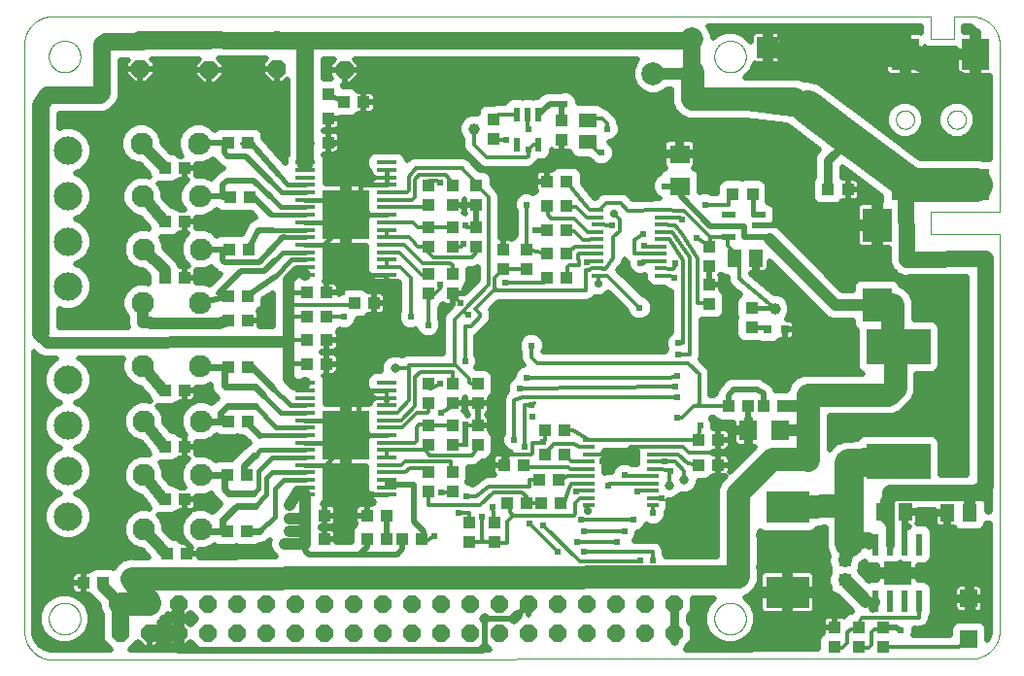
<source format=gtl>
G75*
%MOIN*%
%OFA0B0*%
%FSLAX25Y25*%
%IPPOS*%
%LPD*%
%AMOC8*
5,1,8,0,0,1.08239X$1,22.5*
%
%ADD10C,0.00000*%
%ADD11R,0.03937X0.04331*%
%ADD12R,0.05118X0.05906*%
%ADD13R,0.04331X0.03937*%
%ADD14R,0.05906X0.05118*%
%ADD15R,0.03900X0.01200*%
%ADD16R,0.05906X0.05906*%
%ADD17R,0.05000X0.02200*%
%ADD18R,0.02200X0.05000*%
%ADD19R,0.07087X0.01181*%
%ADD20R,0.16181X0.17165*%
%ADD21OC8,0.06300*%
%ADD22C,0.06300*%
%ADD23C,0.07600*%
%ADD24OC8,0.06000*%
%ADD25R,0.09449X0.11024*%
%ADD26R,0.02200X0.07800*%
%ADD27R,0.09800X0.07900*%
%ADD28R,0.14961X0.11024*%
%ADD29R,0.22047X0.12205*%
%ADD30R,0.06299X0.07087*%
%ADD31R,0.09843X0.11811*%
%ADD32R,0.07087X0.06299*%
%ADD33C,0.09744*%
%ADD34C,0.07874*%
%ADD35R,0.07480X0.07480*%
%ADD36C,0.03937*%
%ADD37C,0.03150*%
%ADD38R,0.03150X0.03150*%
%ADD39C,0.01969*%
%ADD40C,0.01181*%
%ADD41C,0.02381*%
%ADD42C,0.01575*%
%ADD43C,0.03937*%
%ADD44C,0.02362*%
%ADD45C,0.05906*%
%ADD46C,0.03150*%
%ADD47OC8,0.03562*%
%ADD48C,0.07874*%
%ADD49R,0.03562X0.03562*%
%ADD50C,0.01600*%
%ADD51C,0.03562*%
%ADD52OC8,0.02381*%
%ADD53C,0.04331*%
%ADD54C,0.05512*%
%ADD55C,0.11811*%
%ADD56C,0.04724*%
%ADD57C,0.09843*%
D10*
X0019433Y0005945D02*
X0334394Y0006339D01*
X0334394Y0006338D02*
X0334632Y0006341D01*
X0334870Y0006349D01*
X0335107Y0006364D01*
X0335344Y0006384D01*
X0335580Y0006410D01*
X0335816Y0006441D01*
X0336051Y0006478D01*
X0336285Y0006521D01*
X0336518Y0006570D01*
X0336750Y0006624D01*
X0336980Y0006684D01*
X0337209Y0006749D01*
X0337436Y0006820D01*
X0337661Y0006896D01*
X0337884Y0006978D01*
X0338106Y0007065D01*
X0338325Y0007157D01*
X0338542Y0007255D01*
X0338756Y0007357D01*
X0338968Y0007465D01*
X0339178Y0007579D01*
X0339384Y0007697D01*
X0339588Y0007820D01*
X0339788Y0007948D01*
X0339985Y0008080D01*
X0340180Y0008218D01*
X0340370Y0008360D01*
X0340558Y0008507D01*
X0340741Y0008658D01*
X0340921Y0008813D01*
X0341097Y0008973D01*
X0341269Y0009137D01*
X0341438Y0009306D01*
X0341602Y0009478D01*
X0341762Y0009654D01*
X0341917Y0009834D01*
X0342068Y0010017D01*
X0342215Y0010205D01*
X0342357Y0010395D01*
X0342495Y0010590D01*
X0342627Y0010787D01*
X0342755Y0010987D01*
X0342878Y0011191D01*
X0342996Y0011397D01*
X0343110Y0011607D01*
X0343218Y0011819D01*
X0343320Y0012033D01*
X0343418Y0012250D01*
X0343510Y0012469D01*
X0343597Y0012691D01*
X0343679Y0012914D01*
X0343755Y0013139D01*
X0343826Y0013366D01*
X0343891Y0013595D01*
X0343951Y0013825D01*
X0344005Y0014057D01*
X0344054Y0014290D01*
X0344097Y0014524D01*
X0344134Y0014759D01*
X0344165Y0014995D01*
X0344191Y0015231D01*
X0344211Y0015468D01*
X0344226Y0015705D01*
X0344234Y0015943D01*
X0344237Y0016181D01*
X0344236Y0016181D02*
X0344236Y0152008D01*
X0320614Y0152008D01*
X0320614Y0159882D01*
X0344236Y0159882D01*
X0344236Y0216969D01*
X0344237Y0216969D02*
X0344234Y0217207D01*
X0344226Y0217445D01*
X0344211Y0217682D01*
X0344191Y0217919D01*
X0344165Y0218155D01*
X0344134Y0218391D01*
X0344097Y0218626D01*
X0344054Y0218860D01*
X0344005Y0219093D01*
X0343951Y0219325D01*
X0343891Y0219555D01*
X0343826Y0219784D01*
X0343755Y0220011D01*
X0343679Y0220236D01*
X0343597Y0220459D01*
X0343510Y0220681D01*
X0343418Y0220900D01*
X0343320Y0221117D01*
X0343218Y0221331D01*
X0343110Y0221543D01*
X0342996Y0221753D01*
X0342878Y0221959D01*
X0342755Y0222163D01*
X0342627Y0222363D01*
X0342495Y0222560D01*
X0342357Y0222755D01*
X0342215Y0222945D01*
X0342068Y0223133D01*
X0341917Y0223316D01*
X0341762Y0223496D01*
X0341602Y0223672D01*
X0341438Y0223844D01*
X0341269Y0224013D01*
X0341097Y0224177D01*
X0340921Y0224337D01*
X0340741Y0224492D01*
X0340558Y0224643D01*
X0340370Y0224790D01*
X0340180Y0224932D01*
X0339985Y0225070D01*
X0339788Y0225202D01*
X0339588Y0225330D01*
X0339384Y0225453D01*
X0339178Y0225571D01*
X0338968Y0225685D01*
X0338756Y0225793D01*
X0338542Y0225895D01*
X0338325Y0225993D01*
X0338106Y0226085D01*
X0337884Y0226172D01*
X0337661Y0226254D01*
X0337436Y0226330D01*
X0337209Y0226401D01*
X0336980Y0226466D01*
X0336750Y0226526D01*
X0336518Y0226580D01*
X0336285Y0226629D01*
X0336051Y0226672D01*
X0335816Y0226709D01*
X0335580Y0226740D01*
X0335344Y0226766D01*
X0335107Y0226786D01*
X0334870Y0226801D01*
X0334632Y0226809D01*
X0334394Y0226812D01*
X0334394Y0226811D02*
X0328488Y0226811D01*
X0328488Y0218937D01*
X0320614Y0218937D01*
X0320614Y0226811D01*
X0019433Y0226811D01*
X0019433Y0226812D02*
X0019200Y0226814D01*
X0018967Y0226810D01*
X0018734Y0226801D01*
X0018501Y0226786D01*
X0018269Y0226765D01*
X0018037Y0226739D01*
X0017806Y0226707D01*
X0017576Y0226670D01*
X0017347Y0226627D01*
X0017119Y0226579D01*
X0016892Y0226525D01*
X0016666Y0226466D01*
X0016442Y0226401D01*
X0016220Y0226331D01*
X0016000Y0226255D01*
X0015781Y0226174D01*
X0015564Y0226088D01*
X0015350Y0225997D01*
X0015137Y0225900D01*
X0014928Y0225799D01*
X0014720Y0225692D01*
X0014516Y0225580D01*
X0014314Y0225464D01*
X0014115Y0225342D01*
X0013918Y0225216D01*
X0013725Y0225085D01*
X0013536Y0224950D01*
X0013349Y0224810D01*
X0013166Y0224666D01*
X0012987Y0224517D01*
X0012811Y0224364D01*
X0012639Y0224206D01*
X0012471Y0224045D01*
X0012307Y0223879D01*
X0012146Y0223710D01*
X0011990Y0223537D01*
X0011839Y0223360D01*
X0011691Y0223179D01*
X0011548Y0222995D01*
X0011409Y0222808D01*
X0011275Y0222617D01*
X0011146Y0222423D01*
X0011021Y0222226D01*
X0010901Y0222026D01*
X0010786Y0221823D01*
X0010676Y0221617D01*
X0010571Y0221409D01*
X0010471Y0221199D01*
X0010376Y0220986D01*
X0010287Y0220771D01*
X0010202Y0220553D01*
X0010123Y0220334D01*
X0010049Y0220113D01*
X0009981Y0219890D01*
X0009917Y0219666D01*
X0009860Y0219440D01*
X0009808Y0219212D01*
X0009761Y0218984D01*
X0009720Y0218755D01*
X0009684Y0218524D01*
X0009654Y0218293D01*
X0009630Y0218061D01*
X0009611Y0217829D01*
X0009598Y0217596D01*
X0009590Y0217363D01*
X0009591Y0217362D02*
X0009591Y0015788D01*
X0009590Y0015788D02*
X0009593Y0015550D01*
X0009601Y0015312D01*
X0009616Y0015075D01*
X0009636Y0014838D01*
X0009662Y0014602D01*
X0009693Y0014366D01*
X0009730Y0014131D01*
X0009773Y0013897D01*
X0009822Y0013664D01*
X0009876Y0013432D01*
X0009936Y0013202D01*
X0010001Y0012973D01*
X0010072Y0012746D01*
X0010148Y0012521D01*
X0010230Y0012298D01*
X0010317Y0012076D01*
X0010409Y0011857D01*
X0010507Y0011640D01*
X0010609Y0011426D01*
X0010717Y0011214D01*
X0010831Y0011004D01*
X0010949Y0010798D01*
X0011072Y0010594D01*
X0011200Y0010394D01*
X0011332Y0010197D01*
X0011470Y0010002D01*
X0011612Y0009812D01*
X0011759Y0009624D01*
X0011910Y0009441D01*
X0012065Y0009261D01*
X0012225Y0009085D01*
X0012389Y0008913D01*
X0012558Y0008744D01*
X0012730Y0008580D01*
X0012906Y0008420D01*
X0013086Y0008265D01*
X0013269Y0008114D01*
X0013457Y0007967D01*
X0013647Y0007825D01*
X0013842Y0007687D01*
X0014039Y0007555D01*
X0014239Y0007427D01*
X0014443Y0007304D01*
X0014649Y0007186D01*
X0014859Y0007072D01*
X0015071Y0006964D01*
X0015285Y0006862D01*
X0015502Y0006764D01*
X0015721Y0006672D01*
X0015943Y0006585D01*
X0016166Y0006503D01*
X0016391Y0006427D01*
X0016618Y0006356D01*
X0016847Y0006291D01*
X0017077Y0006231D01*
X0017309Y0006177D01*
X0017542Y0006128D01*
X0017776Y0006085D01*
X0018011Y0006048D01*
X0018247Y0006017D01*
X0018483Y0005991D01*
X0018720Y0005971D01*
X0018957Y0005956D01*
X0019195Y0005948D01*
X0019433Y0005945D01*
X0017957Y0020118D02*
X0017959Y0020265D01*
X0017965Y0020411D01*
X0017975Y0020557D01*
X0017989Y0020703D01*
X0018007Y0020849D01*
X0018028Y0020994D01*
X0018054Y0021138D01*
X0018084Y0021282D01*
X0018117Y0021424D01*
X0018154Y0021566D01*
X0018195Y0021707D01*
X0018240Y0021846D01*
X0018289Y0021985D01*
X0018341Y0022122D01*
X0018398Y0022257D01*
X0018457Y0022391D01*
X0018521Y0022523D01*
X0018588Y0022653D01*
X0018658Y0022782D01*
X0018732Y0022909D01*
X0018809Y0023033D01*
X0018890Y0023156D01*
X0018974Y0023276D01*
X0019061Y0023394D01*
X0019151Y0023509D01*
X0019244Y0023622D01*
X0019341Y0023733D01*
X0019440Y0023841D01*
X0019542Y0023946D01*
X0019647Y0024048D01*
X0019755Y0024147D01*
X0019866Y0024244D01*
X0019979Y0024337D01*
X0020094Y0024427D01*
X0020212Y0024514D01*
X0020332Y0024598D01*
X0020455Y0024679D01*
X0020579Y0024756D01*
X0020706Y0024830D01*
X0020835Y0024900D01*
X0020965Y0024967D01*
X0021097Y0025031D01*
X0021231Y0025090D01*
X0021366Y0025147D01*
X0021503Y0025199D01*
X0021642Y0025248D01*
X0021781Y0025293D01*
X0021922Y0025334D01*
X0022064Y0025371D01*
X0022206Y0025404D01*
X0022350Y0025434D01*
X0022494Y0025460D01*
X0022639Y0025481D01*
X0022785Y0025499D01*
X0022931Y0025513D01*
X0023077Y0025523D01*
X0023223Y0025529D01*
X0023370Y0025531D01*
X0023517Y0025529D01*
X0023663Y0025523D01*
X0023809Y0025513D01*
X0023955Y0025499D01*
X0024101Y0025481D01*
X0024246Y0025460D01*
X0024390Y0025434D01*
X0024534Y0025404D01*
X0024676Y0025371D01*
X0024818Y0025334D01*
X0024959Y0025293D01*
X0025098Y0025248D01*
X0025237Y0025199D01*
X0025374Y0025147D01*
X0025509Y0025090D01*
X0025643Y0025031D01*
X0025775Y0024967D01*
X0025905Y0024900D01*
X0026034Y0024830D01*
X0026161Y0024756D01*
X0026285Y0024679D01*
X0026408Y0024598D01*
X0026528Y0024514D01*
X0026646Y0024427D01*
X0026761Y0024337D01*
X0026874Y0024244D01*
X0026985Y0024147D01*
X0027093Y0024048D01*
X0027198Y0023946D01*
X0027300Y0023841D01*
X0027399Y0023733D01*
X0027496Y0023622D01*
X0027589Y0023509D01*
X0027679Y0023394D01*
X0027766Y0023276D01*
X0027850Y0023156D01*
X0027931Y0023033D01*
X0028008Y0022909D01*
X0028082Y0022782D01*
X0028152Y0022653D01*
X0028219Y0022523D01*
X0028283Y0022391D01*
X0028342Y0022257D01*
X0028399Y0022122D01*
X0028451Y0021985D01*
X0028500Y0021846D01*
X0028545Y0021707D01*
X0028586Y0021566D01*
X0028623Y0021424D01*
X0028656Y0021282D01*
X0028686Y0021138D01*
X0028712Y0020994D01*
X0028733Y0020849D01*
X0028751Y0020703D01*
X0028765Y0020557D01*
X0028775Y0020411D01*
X0028781Y0020265D01*
X0028783Y0020118D01*
X0028781Y0019971D01*
X0028775Y0019825D01*
X0028765Y0019679D01*
X0028751Y0019533D01*
X0028733Y0019387D01*
X0028712Y0019242D01*
X0028686Y0019098D01*
X0028656Y0018954D01*
X0028623Y0018812D01*
X0028586Y0018670D01*
X0028545Y0018529D01*
X0028500Y0018390D01*
X0028451Y0018251D01*
X0028399Y0018114D01*
X0028342Y0017979D01*
X0028283Y0017845D01*
X0028219Y0017713D01*
X0028152Y0017583D01*
X0028082Y0017454D01*
X0028008Y0017327D01*
X0027931Y0017203D01*
X0027850Y0017080D01*
X0027766Y0016960D01*
X0027679Y0016842D01*
X0027589Y0016727D01*
X0027496Y0016614D01*
X0027399Y0016503D01*
X0027300Y0016395D01*
X0027198Y0016290D01*
X0027093Y0016188D01*
X0026985Y0016089D01*
X0026874Y0015992D01*
X0026761Y0015899D01*
X0026646Y0015809D01*
X0026528Y0015722D01*
X0026408Y0015638D01*
X0026285Y0015557D01*
X0026161Y0015480D01*
X0026034Y0015406D01*
X0025905Y0015336D01*
X0025775Y0015269D01*
X0025643Y0015205D01*
X0025509Y0015146D01*
X0025374Y0015089D01*
X0025237Y0015037D01*
X0025098Y0014988D01*
X0024959Y0014943D01*
X0024818Y0014902D01*
X0024676Y0014865D01*
X0024534Y0014832D01*
X0024390Y0014802D01*
X0024246Y0014776D01*
X0024101Y0014755D01*
X0023955Y0014737D01*
X0023809Y0014723D01*
X0023663Y0014713D01*
X0023517Y0014707D01*
X0023370Y0014705D01*
X0023223Y0014707D01*
X0023077Y0014713D01*
X0022931Y0014723D01*
X0022785Y0014737D01*
X0022639Y0014755D01*
X0022494Y0014776D01*
X0022350Y0014802D01*
X0022206Y0014832D01*
X0022064Y0014865D01*
X0021922Y0014902D01*
X0021781Y0014943D01*
X0021642Y0014988D01*
X0021503Y0015037D01*
X0021366Y0015089D01*
X0021231Y0015146D01*
X0021097Y0015205D01*
X0020965Y0015269D01*
X0020835Y0015336D01*
X0020706Y0015406D01*
X0020579Y0015480D01*
X0020455Y0015557D01*
X0020332Y0015638D01*
X0020212Y0015722D01*
X0020094Y0015809D01*
X0019979Y0015899D01*
X0019866Y0015992D01*
X0019755Y0016089D01*
X0019647Y0016188D01*
X0019542Y0016290D01*
X0019440Y0016395D01*
X0019341Y0016503D01*
X0019244Y0016614D01*
X0019151Y0016727D01*
X0019061Y0016842D01*
X0018974Y0016960D01*
X0018890Y0017080D01*
X0018809Y0017203D01*
X0018732Y0017327D01*
X0018658Y0017454D01*
X0018588Y0017583D01*
X0018521Y0017713D01*
X0018457Y0017845D01*
X0018398Y0017979D01*
X0018341Y0018114D01*
X0018289Y0018251D01*
X0018240Y0018390D01*
X0018195Y0018529D01*
X0018154Y0018670D01*
X0018117Y0018812D01*
X0018084Y0018954D01*
X0018054Y0019098D01*
X0018028Y0019242D01*
X0018007Y0019387D01*
X0017989Y0019533D01*
X0017975Y0019679D01*
X0017965Y0019825D01*
X0017959Y0019971D01*
X0017957Y0020118D01*
X0246304Y0020118D02*
X0246306Y0020265D01*
X0246312Y0020411D01*
X0246322Y0020557D01*
X0246336Y0020703D01*
X0246354Y0020849D01*
X0246375Y0020994D01*
X0246401Y0021138D01*
X0246431Y0021282D01*
X0246464Y0021424D01*
X0246501Y0021566D01*
X0246542Y0021707D01*
X0246587Y0021846D01*
X0246636Y0021985D01*
X0246688Y0022122D01*
X0246745Y0022257D01*
X0246804Y0022391D01*
X0246868Y0022523D01*
X0246935Y0022653D01*
X0247005Y0022782D01*
X0247079Y0022909D01*
X0247156Y0023033D01*
X0247237Y0023156D01*
X0247321Y0023276D01*
X0247408Y0023394D01*
X0247498Y0023509D01*
X0247591Y0023622D01*
X0247688Y0023733D01*
X0247787Y0023841D01*
X0247889Y0023946D01*
X0247994Y0024048D01*
X0248102Y0024147D01*
X0248213Y0024244D01*
X0248326Y0024337D01*
X0248441Y0024427D01*
X0248559Y0024514D01*
X0248679Y0024598D01*
X0248802Y0024679D01*
X0248926Y0024756D01*
X0249053Y0024830D01*
X0249182Y0024900D01*
X0249312Y0024967D01*
X0249444Y0025031D01*
X0249578Y0025090D01*
X0249713Y0025147D01*
X0249850Y0025199D01*
X0249989Y0025248D01*
X0250128Y0025293D01*
X0250269Y0025334D01*
X0250411Y0025371D01*
X0250553Y0025404D01*
X0250697Y0025434D01*
X0250841Y0025460D01*
X0250986Y0025481D01*
X0251132Y0025499D01*
X0251278Y0025513D01*
X0251424Y0025523D01*
X0251570Y0025529D01*
X0251717Y0025531D01*
X0251864Y0025529D01*
X0252010Y0025523D01*
X0252156Y0025513D01*
X0252302Y0025499D01*
X0252448Y0025481D01*
X0252593Y0025460D01*
X0252737Y0025434D01*
X0252881Y0025404D01*
X0253023Y0025371D01*
X0253165Y0025334D01*
X0253306Y0025293D01*
X0253445Y0025248D01*
X0253584Y0025199D01*
X0253721Y0025147D01*
X0253856Y0025090D01*
X0253990Y0025031D01*
X0254122Y0024967D01*
X0254252Y0024900D01*
X0254381Y0024830D01*
X0254508Y0024756D01*
X0254632Y0024679D01*
X0254755Y0024598D01*
X0254875Y0024514D01*
X0254993Y0024427D01*
X0255108Y0024337D01*
X0255221Y0024244D01*
X0255332Y0024147D01*
X0255440Y0024048D01*
X0255545Y0023946D01*
X0255647Y0023841D01*
X0255746Y0023733D01*
X0255843Y0023622D01*
X0255936Y0023509D01*
X0256026Y0023394D01*
X0256113Y0023276D01*
X0256197Y0023156D01*
X0256278Y0023033D01*
X0256355Y0022909D01*
X0256429Y0022782D01*
X0256499Y0022653D01*
X0256566Y0022523D01*
X0256630Y0022391D01*
X0256689Y0022257D01*
X0256746Y0022122D01*
X0256798Y0021985D01*
X0256847Y0021846D01*
X0256892Y0021707D01*
X0256933Y0021566D01*
X0256970Y0021424D01*
X0257003Y0021282D01*
X0257033Y0021138D01*
X0257059Y0020994D01*
X0257080Y0020849D01*
X0257098Y0020703D01*
X0257112Y0020557D01*
X0257122Y0020411D01*
X0257128Y0020265D01*
X0257130Y0020118D01*
X0257128Y0019971D01*
X0257122Y0019825D01*
X0257112Y0019679D01*
X0257098Y0019533D01*
X0257080Y0019387D01*
X0257059Y0019242D01*
X0257033Y0019098D01*
X0257003Y0018954D01*
X0256970Y0018812D01*
X0256933Y0018670D01*
X0256892Y0018529D01*
X0256847Y0018390D01*
X0256798Y0018251D01*
X0256746Y0018114D01*
X0256689Y0017979D01*
X0256630Y0017845D01*
X0256566Y0017713D01*
X0256499Y0017583D01*
X0256429Y0017454D01*
X0256355Y0017327D01*
X0256278Y0017203D01*
X0256197Y0017080D01*
X0256113Y0016960D01*
X0256026Y0016842D01*
X0255936Y0016727D01*
X0255843Y0016614D01*
X0255746Y0016503D01*
X0255647Y0016395D01*
X0255545Y0016290D01*
X0255440Y0016188D01*
X0255332Y0016089D01*
X0255221Y0015992D01*
X0255108Y0015899D01*
X0254993Y0015809D01*
X0254875Y0015722D01*
X0254755Y0015638D01*
X0254632Y0015557D01*
X0254508Y0015480D01*
X0254381Y0015406D01*
X0254252Y0015336D01*
X0254122Y0015269D01*
X0253990Y0015205D01*
X0253856Y0015146D01*
X0253721Y0015089D01*
X0253584Y0015037D01*
X0253445Y0014988D01*
X0253306Y0014943D01*
X0253165Y0014902D01*
X0253023Y0014865D01*
X0252881Y0014832D01*
X0252737Y0014802D01*
X0252593Y0014776D01*
X0252448Y0014755D01*
X0252302Y0014737D01*
X0252156Y0014723D01*
X0252010Y0014713D01*
X0251864Y0014707D01*
X0251717Y0014705D01*
X0251570Y0014707D01*
X0251424Y0014713D01*
X0251278Y0014723D01*
X0251132Y0014737D01*
X0250986Y0014755D01*
X0250841Y0014776D01*
X0250697Y0014802D01*
X0250553Y0014832D01*
X0250411Y0014865D01*
X0250269Y0014902D01*
X0250128Y0014943D01*
X0249989Y0014988D01*
X0249850Y0015037D01*
X0249713Y0015089D01*
X0249578Y0015146D01*
X0249444Y0015205D01*
X0249312Y0015269D01*
X0249182Y0015336D01*
X0249053Y0015406D01*
X0248926Y0015480D01*
X0248802Y0015557D01*
X0248679Y0015638D01*
X0248559Y0015722D01*
X0248441Y0015809D01*
X0248326Y0015899D01*
X0248213Y0015992D01*
X0248102Y0016089D01*
X0247994Y0016188D01*
X0247889Y0016290D01*
X0247787Y0016395D01*
X0247688Y0016503D01*
X0247591Y0016614D01*
X0247498Y0016727D01*
X0247408Y0016842D01*
X0247321Y0016960D01*
X0247237Y0017080D01*
X0247156Y0017203D01*
X0247079Y0017327D01*
X0247005Y0017454D01*
X0246935Y0017583D01*
X0246868Y0017713D01*
X0246804Y0017845D01*
X0246745Y0017979D01*
X0246688Y0018114D01*
X0246636Y0018251D01*
X0246587Y0018390D01*
X0246542Y0018529D01*
X0246501Y0018670D01*
X0246464Y0018812D01*
X0246431Y0018954D01*
X0246401Y0019098D01*
X0246375Y0019242D01*
X0246354Y0019387D01*
X0246336Y0019533D01*
X0246322Y0019679D01*
X0246312Y0019825D01*
X0246306Y0019971D01*
X0246304Y0020118D01*
X0308606Y0191378D02*
X0308608Y0191490D01*
X0308614Y0191601D01*
X0308624Y0191713D01*
X0308638Y0191824D01*
X0308655Y0191934D01*
X0308677Y0192044D01*
X0308703Y0192153D01*
X0308732Y0192261D01*
X0308765Y0192367D01*
X0308802Y0192473D01*
X0308843Y0192577D01*
X0308888Y0192680D01*
X0308936Y0192781D01*
X0308987Y0192880D01*
X0309042Y0192977D01*
X0309101Y0193072D01*
X0309162Y0193166D01*
X0309227Y0193257D01*
X0309296Y0193345D01*
X0309367Y0193431D01*
X0309441Y0193515D01*
X0309519Y0193595D01*
X0309599Y0193673D01*
X0309682Y0193749D01*
X0309767Y0193821D01*
X0309855Y0193890D01*
X0309945Y0193956D01*
X0310038Y0194018D01*
X0310133Y0194078D01*
X0310230Y0194134D01*
X0310328Y0194186D01*
X0310429Y0194235D01*
X0310531Y0194280D01*
X0310635Y0194322D01*
X0310740Y0194360D01*
X0310847Y0194394D01*
X0310954Y0194424D01*
X0311063Y0194451D01*
X0311172Y0194473D01*
X0311283Y0194492D01*
X0311393Y0194507D01*
X0311505Y0194518D01*
X0311616Y0194525D01*
X0311728Y0194528D01*
X0311840Y0194527D01*
X0311952Y0194522D01*
X0312063Y0194513D01*
X0312174Y0194500D01*
X0312285Y0194483D01*
X0312395Y0194463D01*
X0312504Y0194438D01*
X0312612Y0194410D01*
X0312719Y0194377D01*
X0312825Y0194341D01*
X0312929Y0194301D01*
X0313032Y0194258D01*
X0313134Y0194211D01*
X0313233Y0194160D01*
X0313331Y0194106D01*
X0313427Y0194048D01*
X0313521Y0193987D01*
X0313612Y0193923D01*
X0313701Y0193856D01*
X0313788Y0193785D01*
X0313872Y0193711D01*
X0313954Y0193635D01*
X0314032Y0193555D01*
X0314108Y0193473D01*
X0314181Y0193388D01*
X0314251Y0193301D01*
X0314317Y0193211D01*
X0314381Y0193119D01*
X0314441Y0193025D01*
X0314498Y0192929D01*
X0314551Y0192830D01*
X0314601Y0192730D01*
X0314647Y0192629D01*
X0314690Y0192525D01*
X0314729Y0192420D01*
X0314764Y0192314D01*
X0314795Y0192207D01*
X0314823Y0192098D01*
X0314846Y0191989D01*
X0314866Y0191879D01*
X0314882Y0191768D01*
X0314894Y0191657D01*
X0314902Y0191546D01*
X0314906Y0191434D01*
X0314906Y0191322D01*
X0314902Y0191210D01*
X0314894Y0191099D01*
X0314882Y0190988D01*
X0314866Y0190877D01*
X0314846Y0190767D01*
X0314823Y0190658D01*
X0314795Y0190549D01*
X0314764Y0190442D01*
X0314729Y0190336D01*
X0314690Y0190231D01*
X0314647Y0190127D01*
X0314601Y0190026D01*
X0314551Y0189926D01*
X0314498Y0189827D01*
X0314441Y0189731D01*
X0314381Y0189637D01*
X0314317Y0189545D01*
X0314251Y0189455D01*
X0314181Y0189368D01*
X0314108Y0189283D01*
X0314032Y0189201D01*
X0313954Y0189121D01*
X0313872Y0189045D01*
X0313788Y0188971D01*
X0313701Y0188900D01*
X0313612Y0188833D01*
X0313521Y0188769D01*
X0313427Y0188708D01*
X0313331Y0188650D01*
X0313233Y0188596D01*
X0313134Y0188545D01*
X0313032Y0188498D01*
X0312929Y0188455D01*
X0312825Y0188415D01*
X0312719Y0188379D01*
X0312612Y0188346D01*
X0312504Y0188318D01*
X0312395Y0188293D01*
X0312285Y0188273D01*
X0312174Y0188256D01*
X0312063Y0188243D01*
X0311952Y0188234D01*
X0311840Y0188229D01*
X0311728Y0188228D01*
X0311616Y0188231D01*
X0311505Y0188238D01*
X0311393Y0188249D01*
X0311283Y0188264D01*
X0311172Y0188283D01*
X0311063Y0188305D01*
X0310954Y0188332D01*
X0310847Y0188362D01*
X0310740Y0188396D01*
X0310635Y0188434D01*
X0310531Y0188476D01*
X0310429Y0188521D01*
X0310328Y0188570D01*
X0310230Y0188622D01*
X0310133Y0188678D01*
X0310038Y0188738D01*
X0309945Y0188800D01*
X0309855Y0188866D01*
X0309767Y0188935D01*
X0309682Y0189007D01*
X0309599Y0189083D01*
X0309519Y0189161D01*
X0309441Y0189241D01*
X0309367Y0189325D01*
X0309296Y0189411D01*
X0309227Y0189499D01*
X0309162Y0189590D01*
X0309101Y0189684D01*
X0309042Y0189779D01*
X0308987Y0189876D01*
X0308936Y0189975D01*
X0308888Y0190076D01*
X0308843Y0190179D01*
X0308802Y0190283D01*
X0308765Y0190389D01*
X0308732Y0190495D01*
X0308703Y0190603D01*
X0308677Y0190712D01*
X0308655Y0190822D01*
X0308638Y0190932D01*
X0308624Y0191043D01*
X0308614Y0191155D01*
X0308608Y0191266D01*
X0308606Y0191378D01*
X0326323Y0191378D02*
X0326325Y0191490D01*
X0326331Y0191601D01*
X0326341Y0191713D01*
X0326355Y0191824D01*
X0326372Y0191934D01*
X0326394Y0192044D01*
X0326420Y0192153D01*
X0326449Y0192261D01*
X0326482Y0192367D01*
X0326519Y0192473D01*
X0326560Y0192577D01*
X0326605Y0192680D01*
X0326653Y0192781D01*
X0326704Y0192880D01*
X0326759Y0192977D01*
X0326818Y0193072D01*
X0326879Y0193166D01*
X0326944Y0193257D01*
X0327013Y0193345D01*
X0327084Y0193431D01*
X0327158Y0193515D01*
X0327236Y0193595D01*
X0327316Y0193673D01*
X0327399Y0193749D01*
X0327484Y0193821D01*
X0327572Y0193890D01*
X0327662Y0193956D01*
X0327755Y0194018D01*
X0327850Y0194078D01*
X0327947Y0194134D01*
X0328045Y0194186D01*
X0328146Y0194235D01*
X0328248Y0194280D01*
X0328352Y0194322D01*
X0328457Y0194360D01*
X0328564Y0194394D01*
X0328671Y0194424D01*
X0328780Y0194451D01*
X0328889Y0194473D01*
X0329000Y0194492D01*
X0329110Y0194507D01*
X0329222Y0194518D01*
X0329333Y0194525D01*
X0329445Y0194528D01*
X0329557Y0194527D01*
X0329669Y0194522D01*
X0329780Y0194513D01*
X0329891Y0194500D01*
X0330002Y0194483D01*
X0330112Y0194463D01*
X0330221Y0194438D01*
X0330329Y0194410D01*
X0330436Y0194377D01*
X0330542Y0194341D01*
X0330646Y0194301D01*
X0330749Y0194258D01*
X0330851Y0194211D01*
X0330950Y0194160D01*
X0331048Y0194106D01*
X0331144Y0194048D01*
X0331238Y0193987D01*
X0331329Y0193923D01*
X0331418Y0193856D01*
X0331505Y0193785D01*
X0331589Y0193711D01*
X0331671Y0193635D01*
X0331749Y0193555D01*
X0331825Y0193473D01*
X0331898Y0193388D01*
X0331968Y0193301D01*
X0332034Y0193211D01*
X0332098Y0193119D01*
X0332158Y0193025D01*
X0332215Y0192929D01*
X0332268Y0192830D01*
X0332318Y0192730D01*
X0332364Y0192629D01*
X0332407Y0192525D01*
X0332446Y0192420D01*
X0332481Y0192314D01*
X0332512Y0192207D01*
X0332540Y0192098D01*
X0332563Y0191989D01*
X0332583Y0191879D01*
X0332599Y0191768D01*
X0332611Y0191657D01*
X0332619Y0191546D01*
X0332623Y0191434D01*
X0332623Y0191322D01*
X0332619Y0191210D01*
X0332611Y0191099D01*
X0332599Y0190988D01*
X0332583Y0190877D01*
X0332563Y0190767D01*
X0332540Y0190658D01*
X0332512Y0190549D01*
X0332481Y0190442D01*
X0332446Y0190336D01*
X0332407Y0190231D01*
X0332364Y0190127D01*
X0332318Y0190026D01*
X0332268Y0189926D01*
X0332215Y0189827D01*
X0332158Y0189731D01*
X0332098Y0189637D01*
X0332034Y0189545D01*
X0331968Y0189455D01*
X0331898Y0189368D01*
X0331825Y0189283D01*
X0331749Y0189201D01*
X0331671Y0189121D01*
X0331589Y0189045D01*
X0331505Y0188971D01*
X0331418Y0188900D01*
X0331329Y0188833D01*
X0331238Y0188769D01*
X0331144Y0188708D01*
X0331048Y0188650D01*
X0330950Y0188596D01*
X0330851Y0188545D01*
X0330749Y0188498D01*
X0330646Y0188455D01*
X0330542Y0188415D01*
X0330436Y0188379D01*
X0330329Y0188346D01*
X0330221Y0188318D01*
X0330112Y0188293D01*
X0330002Y0188273D01*
X0329891Y0188256D01*
X0329780Y0188243D01*
X0329669Y0188234D01*
X0329557Y0188229D01*
X0329445Y0188228D01*
X0329333Y0188231D01*
X0329222Y0188238D01*
X0329110Y0188249D01*
X0329000Y0188264D01*
X0328889Y0188283D01*
X0328780Y0188305D01*
X0328671Y0188332D01*
X0328564Y0188362D01*
X0328457Y0188396D01*
X0328352Y0188434D01*
X0328248Y0188476D01*
X0328146Y0188521D01*
X0328045Y0188570D01*
X0327947Y0188622D01*
X0327850Y0188678D01*
X0327755Y0188738D01*
X0327662Y0188800D01*
X0327572Y0188866D01*
X0327484Y0188935D01*
X0327399Y0189007D01*
X0327316Y0189083D01*
X0327236Y0189161D01*
X0327158Y0189241D01*
X0327084Y0189325D01*
X0327013Y0189411D01*
X0326944Y0189499D01*
X0326879Y0189590D01*
X0326818Y0189684D01*
X0326759Y0189779D01*
X0326704Y0189876D01*
X0326653Y0189975D01*
X0326605Y0190076D01*
X0326560Y0190179D01*
X0326519Y0190283D01*
X0326482Y0190389D01*
X0326449Y0190495D01*
X0326420Y0190603D01*
X0326394Y0190712D01*
X0326372Y0190822D01*
X0326355Y0190932D01*
X0326341Y0191043D01*
X0326331Y0191155D01*
X0326325Y0191266D01*
X0326323Y0191378D01*
X0246304Y0213032D02*
X0246306Y0213179D01*
X0246312Y0213325D01*
X0246322Y0213471D01*
X0246336Y0213617D01*
X0246354Y0213763D01*
X0246375Y0213908D01*
X0246401Y0214052D01*
X0246431Y0214196D01*
X0246464Y0214338D01*
X0246501Y0214480D01*
X0246542Y0214621D01*
X0246587Y0214760D01*
X0246636Y0214899D01*
X0246688Y0215036D01*
X0246745Y0215171D01*
X0246804Y0215305D01*
X0246868Y0215437D01*
X0246935Y0215567D01*
X0247005Y0215696D01*
X0247079Y0215823D01*
X0247156Y0215947D01*
X0247237Y0216070D01*
X0247321Y0216190D01*
X0247408Y0216308D01*
X0247498Y0216423D01*
X0247591Y0216536D01*
X0247688Y0216647D01*
X0247787Y0216755D01*
X0247889Y0216860D01*
X0247994Y0216962D01*
X0248102Y0217061D01*
X0248213Y0217158D01*
X0248326Y0217251D01*
X0248441Y0217341D01*
X0248559Y0217428D01*
X0248679Y0217512D01*
X0248802Y0217593D01*
X0248926Y0217670D01*
X0249053Y0217744D01*
X0249182Y0217814D01*
X0249312Y0217881D01*
X0249444Y0217945D01*
X0249578Y0218004D01*
X0249713Y0218061D01*
X0249850Y0218113D01*
X0249989Y0218162D01*
X0250128Y0218207D01*
X0250269Y0218248D01*
X0250411Y0218285D01*
X0250553Y0218318D01*
X0250697Y0218348D01*
X0250841Y0218374D01*
X0250986Y0218395D01*
X0251132Y0218413D01*
X0251278Y0218427D01*
X0251424Y0218437D01*
X0251570Y0218443D01*
X0251717Y0218445D01*
X0251864Y0218443D01*
X0252010Y0218437D01*
X0252156Y0218427D01*
X0252302Y0218413D01*
X0252448Y0218395D01*
X0252593Y0218374D01*
X0252737Y0218348D01*
X0252881Y0218318D01*
X0253023Y0218285D01*
X0253165Y0218248D01*
X0253306Y0218207D01*
X0253445Y0218162D01*
X0253584Y0218113D01*
X0253721Y0218061D01*
X0253856Y0218004D01*
X0253990Y0217945D01*
X0254122Y0217881D01*
X0254252Y0217814D01*
X0254381Y0217744D01*
X0254508Y0217670D01*
X0254632Y0217593D01*
X0254755Y0217512D01*
X0254875Y0217428D01*
X0254993Y0217341D01*
X0255108Y0217251D01*
X0255221Y0217158D01*
X0255332Y0217061D01*
X0255440Y0216962D01*
X0255545Y0216860D01*
X0255647Y0216755D01*
X0255746Y0216647D01*
X0255843Y0216536D01*
X0255936Y0216423D01*
X0256026Y0216308D01*
X0256113Y0216190D01*
X0256197Y0216070D01*
X0256278Y0215947D01*
X0256355Y0215823D01*
X0256429Y0215696D01*
X0256499Y0215567D01*
X0256566Y0215437D01*
X0256630Y0215305D01*
X0256689Y0215171D01*
X0256746Y0215036D01*
X0256798Y0214899D01*
X0256847Y0214760D01*
X0256892Y0214621D01*
X0256933Y0214480D01*
X0256970Y0214338D01*
X0257003Y0214196D01*
X0257033Y0214052D01*
X0257059Y0213908D01*
X0257080Y0213763D01*
X0257098Y0213617D01*
X0257112Y0213471D01*
X0257122Y0213325D01*
X0257128Y0213179D01*
X0257130Y0213032D01*
X0257128Y0212885D01*
X0257122Y0212739D01*
X0257112Y0212593D01*
X0257098Y0212447D01*
X0257080Y0212301D01*
X0257059Y0212156D01*
X0257033Y0212012D01*
X0257003Y0211868D01*
X0256970Y0211726D01*
X0256933Y0211584D01*
X0256892Y0211443D01*
X0256847Y0211304D01*
X0256798Y0211165D01*
X0256746Y0211028D01*
X0256689Y0210893D01*
X0256630Y0210759D01*
X0256566Y0210627D01*
X0256499Y0210497D01*
X0256429Y0210368D01*
X0256355Y0210241D01*
X0256278Y0210117D01*
X0256197Y0209994D01*
X0256113Y0209874D01*
X0256026Y0209756D01*
X0255936Y0209641D01*
X0255843Y0209528D01*
X0255746Y0209417D01*
X0255647Y0209309D01*
X0255545Y0209204D01*
X0255440Y0209102D01*
X0255332Y0209003D01*
X0255221Y0208906D01*
X0255108Y0208813D01*
X0254993Y0208723D01*
X0254875Y0208636D01*
X0254755Y0208552D01*
X0254632Y0208471D01*
X0254508Y0208394D01*
X0254381Y0208320D01*
X0254252Y0208250D01*
X0254122Y0208183D01*
X0253990Y0208119D01*
X0253856Y0208060D01*
X0253721Y0208003D01*
X0253584Y0207951D01*
X0253445Y0207902D01*
X0253306Y0207857D01*
X0253165Y0207816D01*
X0253023Y0207779D01*
X0252881Y0207746D01*
X0252737Y0207716D01*
X0252593Y0207690D01*
X0252448Y0207669D01*
X0252302Y0207651D01*
X0252156Y0207637D01*
X0252010Y0207627D01*
X0251864Y0207621D01*
X0251717Y0207619D01*
X0251570Y0207621D01*
X0251424Y0207627D01*
X0251278Y0207637D01*
X0251132Y0207651D01*
X0250986Y0207669D01*
X0250841Y0207690D01*
X0250697Y0207716D01*
X0250553Y0207746D01*
X0250411Y0207779D01*
X0250269Y0207816D01*
X0250128Y0207857D01*
X0249989Y0207902D01*
X0249850Y0207951D01*
X0249713Y0208003D01*
X0249578Y0208060D01*
X0249444Y0208119D01*
X0249312Y0208183D01*
X0249182Y0208250D01*
X0249053Y0208320D01*
X0248926Y0208394D01*
X0248802Y0208471D01*
X0248679Y0208552D01*
X0248559Y0208636D01*
X0248441Y0208723D01*
X0248326Y0208813D01*
X0248213Y0208906D01*
X0248102Y0209003D01*
X0247994Y0209102D01*
X0247889Y0209204D01*
X0247787Y0209309D01*
X0247688Y0209417D01*
X0247591Y0209528D01*
X0247498Y0209641D01*
X0247408Y0209756D01*
X0247321Y0209874D01*
X0247237Y0209994D01*
X0247156Y0210117D01*
X0247079Y0210241D01*
X0247005Y0210368D01*
X0246935Y0210497D01*
X0246868Y0210627D01*
X0246804Y0210759D01*
X0246745Y0210893D01*
X0246688Y0211028D01*
X0246636Y0211165D01*
X0246587Y0211304D01*
X0246542Y0211443D01*
X0246501Y0211584D01*
X0246464Y0211726D01*
X0246431Y0211868D01*
X0246401Y0212012D01*
X0246375Y0212156D01*
X0246354Y0212301D01*
X0246336Y0212447D01*
X0246322Y0212593D01*
X0246312Y0212739D01*
X0246306Y0212885D01*
X0246304Y0213032D01*
X0017957Y0213032D02*
X0017959Y0213179D01*
X0017965Y0213325D01*
X0017975Y0213471D01*
X0017989Y0213617D01*
X0018007Y0213763D01*
X0018028Y0213908D01*
X0018054Y0214052D01*
X0018084Y0214196D01*
X0018117Y0214338D01*
X0018154Y0214480D01*
X0018195Y0214621D01*
X0018240Y0214760D01*
X0018289Y0214899D01*
X0018341Y0215036D01*
X0018398Y0215171D01*
X0018457Y0215305D01*
X0018521Y0215437D01*
X0018588Y0215567D01*
X0018658Y0215696D01*
X0018732Y0215823D01*
X0018809Y0215947D01*
X0018890Y0216070D01*
X0018974Y0216190D01*
X0019061Y0216308D01*
X0019151Y0216423D01*
X0019244Y0216536D01*
X0019341Y0216647D01*
X0019440Y0216755D01*
X0019542Y0216860D01*
X0019647Y0216962D01*
X0019755Y0217061D01*
X0019866Y0217158D01*
X0019979Y0217251D01*
X0020094Y0217341D01*
X0020212Y0217428D01*
X0020332Y0217512D01*
X0020455Y0217593D01*
X0020579Y0217670D01*
X0020706Y0217744D01*
X0020835Y0217814D01*
X0020965Y0217881D01*
X0021097Y0217945D01*
X0021231Y0218004D01*
X0021366Y0218061D01*
X0021503Y0218113D01*
X0021642Y0218162D01*
X0021781Y0218207D01*
X0021922Y0218248D01*
X0022064Y0218285D01*
X0022206Y0218318D01*
X0022350Y0218348D01*
X0022494Y0218374D01*
X0022639Y0218395D01*
X0022785Y0218413D01*
X0022931Y0218427D01*
X0023077Y0218437D01*
X0023223Y0218443D01*
X0023370Y0218445D01*
X0023517Y0218443D01*
X0023663Y0218437D01*
X0023809Y0218427D01*
X0023955Y0218413D01*
X0024101Y0218395D01*
X0024246Y0218374D01*
X0024390Y0218348D01*
X0024534Y0218318D01*
X0024676Y0218285D01*
X0024818Y0218248D01*
X0024959Y0218207D01*
X0025098Y0218162D01*
X0025237Y0218113D01*
X0025374Y0218061D01*
X0025509Y0218004D01*
X0025643Y0217945D01*
X0025775Y0217881D01*
X0025905Y0217814D01*
X0026034Y0217744D01*
X0026161Y0217670D01*
X0026285Y0217593D01*
X0026408Y0217512D01*
X0026528Y0217428D01*
X0026646Y0217341D01*
X0026761Y0217251D01*
X0026874Y0217158D01*
X0026985Y0217061D01*
X0027093Y0216962D01*
X0027198Y0216860D01*
X0027300Y0216755D01*
X0027399Y0216647D01*
X0027496Y0216536D01*
X0027589Y0216423D01*
X0027679Y0216308D01*
X0027766Y0216190D01*
X0027850Y0216070D01*
X0027931Y0215947D01*
X0028008Y0215823D01*
X0028082Y0215696D01*
X0028152Y0215567D01*
X0028219Y0215437D01*
X0028283Y0215305D01*
X0028342Y0215171D01*
X0028399Y0215036D01*
X0028451Y0214899D01*
X0028500Y0214760D01*
X0028545Y0214621D01*
X0028586Y0214480D01*
X0028623Y0214338D01*
X0028656Y0214196D01*
X0028686Y0214052D01*
X0028712Y0213908D01*
X0028733Y0213763D01*
X0028751Y0213617D01*
X0028765Y0213471D01*
X0028775Y0213325D01*
X0028781Y0213179D01*
X0028783Y0213032D01*
X0028781Y0212885D01*
X0028775Y0212739D01*
X0028765Y0212593D01*
X0028751Y0212447D01*
X0028733Y0212301D01*
X0028712Y0212156D01*
X0028686Y0212012D01*
X0028656Y0211868D01*
X0028623Y0211726D01*
X0028586Y0211584D01*
X0028545Y0211443D01*
X0028500Y0211304D01*
X0028451Y0211165D01*
X0028399Y0211028D01*
X0028342Y0210893D01*
X0028283Y0210759D01*
X0028219Y0210627D01*
X0028152Y0210497D01*
X0028082Y0210368D01*
X0028008Y0210241D01*
X0027931Y0210117D01*
X0027850Y0209994D01*
X0027766Y0209874D01*
X0027679Y0209756D01*
X0027589Y0209641D01*
X0027496Y0209528D01*
X0027399Y0209417D01*
X0027300Y0209309D01*
X0027198Y0209204D01*
X0027093Y0209102D01*
X0026985Y0209003D01*
X0026874Y0208906D01*
X0026761Y0208813D01*
X0026646Y0208723D01*
X0026528Y0208636D01*
X0026408Y0208552D01*
X0026285Y0208471D01*
X0026161Y0208394D01*
X0026034Y0208320D01*
X0025905Y0208250D01*
X0025775Y0208183D01*
X0025643Y0208119D01*
X0025509Y0208060D01*
X0025374Y0208003D01*
X0025237Y0207951D01*
X0025098Y0207902D01*
X0024959Y0207857D01*
X0024818Y0207816D01*
X0024676Y0207779D01*
X0024534Y0207746D01*
X0024390Y0207716D01*
X0024246Y0207690D01*
X0024101Y0207669D01*
X0023955Y0207651D01*
X0023809Y0207637D01*
X0023663Y0207627D01*
X0023517Y0207621D01*
X0023370Y0207619D01*
X0023223Y0207621D01*
X0023077Y0207627D01*
X0022931Y0207637D01*
X0022785Y0207651D01*
X0022639Y0207669D01*
X0022494Y0207690D01*
X0022350Y0207716D01*
X0022206Y0207746D01*
X0022064Y0207779D01*
X0021922Y0207816D01*
X0021781Y0207857D01*
X0021642Y0207902D01*
X0021503Y0207951D01*
X0021366Y0208003D01*
X0021231Y0208060D01*
X0021097Y0208119D01*
X0020965Y0208183D01*
X0020835Y0208250D01*
X0020706Y0208320D01*
X0020579Y0208394D01*
X0020455Y0208471D01*
X0020332Y0208552D01*
X0020212Y0208636D01*
X0020094Y0208723D01*
X0019979Y0208813D01*
X0019866Y0208906D01*
X0019755Y0209003D01*
X0019647Y0209102D01*
X0019542Y0209204D01*
X0019440Y0209309D01*
X0019341Y0209417D01*
X0019244Y0209528D01*
X0019151Y0209641D01*
X0019061Y0209756D01*
X0018974Y0209874D01*
X0018890Y0209994D01*
X0018809Y0210117D01*
X0018732Y0210241D01*
X0018658Y0210368D01*
X0018588Y0210497D01*
X0018521Y0210627D01*
X0018457Y0210759D01*
X0018398Y0210893D01*
X0018341Y0211028D01*
X0018289Y0211165D01*
X0018240Y0211304D01*
X0018195Y0211443D01*
X0018154Y0211584D01*
X0018117Y0211726D01*
X0018084Y0211868D01*
X0018054Y0212012D01*
X0018028Y0212156D01*
X0018007Y0212301D01*
X0017989Y0212447D01*
X0017975Y0212593D01*
X0017965Y0212739D01*
X0017959Y0212885D01*
X0017957Y0213032D01*
D11*
X0107032Y0200040D03*
X0113725Y0200040D03*
X0148173Y0168740D03*
X0156441Y0168740D03*
X0156441Y0162048D03*
X0148173Y0162048D03*
X0164709Y0154567D03*
X0164709Y0147874D03*
X0156441Y0138425D03*
X0148173Y0138425D03*
X0148173Y0131733D03*
X0156441Y0131733D03*
X0182032Y0140000D03*
X0188922Y0137048D03*
X0195614Y0137048D03*
X0195614Y0145315D03*
X0188922Y0145315D03*
X0182032Y0146693D03*
X0193843Y0184488D03*
X0193843Y0191181D03*
X0252701Y0165788D03*
X0259394Y0165788D03*
X0244630Y0147874D03*
X0244630Y0141181D03*
X0244630Y0134882D03*
X0244630Y0128189D03*
X0251126Y0092953D03*
X0257819Y0092953D03*
X0263331Y0092953D03*
X0270024Y0092953D03*
X0192859Y0067756D03*
X0186166Y0067756D03*
X0186953Y0059882D03*
X0193646Y0059882D03*
X0171008Y0052992D03*
X0162347Y0052992D03*
X0162347Y0046299D03*
X0171008Y0046299D03*
X0156441Y0063622D03*
X0148173Y0063622D03*
X0148173Y0070315D03*
X0156441Y0070315D03*
X0165103Y0079764D03*
X0165103Y0086457D03*
X0156441Y0093937D03*
X0148173Y0093937D03*
X0148173Y0100630D03*
X0156441Y0100630D03*
X0113331Y0123662D03*
X0106638Y0123662D03*
X0127110Y0047284D03*
X0133803Y0047284D03*
X0139315Y0047284D03*
X0146008Y0047284D03*
X0291087Y0040000D03*
X0291087Y0033307D03*
D12*
X0304276Y0056733D03*
X0311756Y0056733D03*
X0326323Y0056339D03*
X0333803Y0056339D03*
X0260575Y0143740D03*
X0253095Y0143740D03*
D13*
X0259197Y0126614D03*
X0259197Y0119922D03*
X0247583Y0081536D03*
X0240890Y0081536D03*
X0240890Y0072874D03*
X0247583Y0072874D03*
X0194827Y0076418D03*
X0188134Y0076418D03*
X0181047Y0072874D03*
X0174355Y0072874D03*
X0175142Y0059882D03*
X0181835Y0059882D03*
X0156441Y0079764D03*
X0148173Y0079764D03*
X0148173Y0086457D03*
X0156441Y0086457D03*
X0165103Y0093937D03*
X0165103Y0100630D03*
X0188134Y0084685D03*
X0194827Y0084685D03*
X0133803Y0055551D03*
X0127110Y0055551D03*
X0112544Y0055551D03*
X0105851Y0055551D03*
X0105851Y0047284D03*
X0112544Y0047284D03*
X0085772Y0050040D03*
X0079079Y0050040D03*
X0065299Y0042559D03*
X0058607Y0042559D03*
X0036559Y0032323D03*
X0029866Y0032323D03*
X0057819Y0061063D03*
X0064512Y0061063D03*
X0079079Y0069331D03*
X0085772Y0069331D03*
X0064512Y0079173D03*
X0057819Y0079173D03*
X0079473Y0087835D03*
X0086166Y0087835D03*
X0064512Y0098465D03*
X0057819Y0098465D03*
X0079473Y0106339D03*
X0086166Y0106339D03*
X0106638Y0107520D03*
X0113331Y0107520D03*
X0113331Y0115591D03*
X0106638Y0115591D03*
X0122780Y0128386D03*
X0129473Y0128386D03*
X0113331Y0131929D03*
X0106638Y0131929D03*
X0086166Y0130748D03*
X0079473Y0130748D03*
X0079473Y0122481D03*
X0086166Y0122481D03*
X0064512Y0137048D03*
X0057819Y0137048D03*
X0079866Y0146890D03*
X0086559Y0146890D03*
X0064512Y0156339D03*
X0057819Y0156339D03*
X0080260Y0164607D03*
X0086953Y0164607D03*
X0064512Y0174843D03*
X0057819Y0174843D03*
X0079473Y0183504D03*
X0086166Y0183504D03*
X0107032Y0183504D03*
X0113725Y0183504D03*
X0113725Y0191772D03*
X0107032Y0191772D03*
X0119236Y0197284D03*
X0125929Y0197284D03*
X0170614Y0191575D03*
X0170614Y0184882D03*
X0188922Y0170118D03*
X0195614Y0170118D03*
X0195614Y0161851D03*
X0188922Y0161851D03*
X0188922Y0153583D03*
X0195614Y0153583D03*
X0173764Y0146693D03*
X0173764Y0140000D03*
X0156441Y0147874D03*
X0148173Y0147874D03*
X0148173Y0154567D03*
X0156441Y0154567D03*
X0164709Y0162048D03*
X0164709Y0168740D03*
X0285378Y0167362D03*
X0292071Y0167362D03*
X0295811Y0017166D03*
X0287544Y0017166D03*
X0287544Y0010473D03*
X0295811Y0010473D03*
X0304079Y0010473D03*
X0304079Y0017166D03*
D14*
X0202898Y0183701D03*
X0202898Y0191181D03*
D15*
X0206135Y0160325D03*
X0206135Y0157825D03*
X0206135Y0155325D03*
X0206135Y0152825D03*
X0206135Y0150325D03*
X0206135Y0147825D03*
X0206135Y0145325D03*
X0206135Y0142825D03*
X0206135Y0140325D03*
X0206135Y0137825D03*
X0227929Y0137825D03*
X0227929Y0140325D03*
X0227929Y0142825D03*
X0227929Y0145325D03*
X0227929Y0147825D03*
X0227929Y0150325D03*
X0227929Y0152825D03*
X0227929Y0155325D03*
X0227929Y0157825D03*
X0227929Y0160325D03*
X0225173Y0081585D03*
X0225173Y0079085D03*
X0225173Y0076585D03*
X0225173Y0074085D03*
X0225173Y0071585D03*
X0225173Y0069085D03*
X0225173Y0066585D03*
X0225173Y0064085D03*
X0225173Y0061585D03*
X0225173Y0059085D03*
X0203379Y0059085D03*
X0203379Y0061585D03*
X0203379Y0064085D03*
X0203379Y0066585D03*
X0203379Y0069085D03*
X0203379Y0071585D03*
X0203379Y0074085D03*
X0203379Y0076585D03*
X0203379Y0079085D03*
X0203379Y0081585D03*
D16*
X0333607Y0027008D03*
X0333607Y0013229D03*
D17*
X0261462Y0151222D03*
X0261462Y0154922D03*
X0261462Y0158622D03*
X0251262Y0158622D03*
X0251262Y0151222D03*
D18*
X0185968Y0182892D03*
X0178568Y0182892D03*
X0178568Y0193092D03*
X0182268Y0193092D03*
X0185968Y0193092D03*
D19*
X0133881Y0176614D03*
X0133881Y0174055D03*
X0133881Y0171496D03*
X0133881Y0168937D03*
X0133881Y0166378D03*
X0133881Y0163819D03*
X0133881Y0161260D03*
X0133881Y0158701D03*
X0133881Y0156142D03*
X0133881Y0153583D03*
X0133881Y0151024D03*
X0133881Y0148465D03*
X0133881Y0145906D03*
X0133881Y0143347D03*
X0133881Y0140788D03*
X0133881Y0138229D03*
X0106047Y0138229D03*
X0106047Y0140788D03*
X0106047Y0143347D03*
X0106047Y0145906D03*
X0106047Y0148465D03*
X0106047Y0151024D03*
X0106047Y0153583D03*
X0106047Y0156142D03*
X0106047Y0158701D03*
X0106047Y0161260D03*
X0106047Y0163819D03*
X0106047Y0166378D03*
X0106047Y0168937D03*
X0106047Y0171496D03*
X0106047Y0174055D03*
X0106047Y0176614D03*
X0106047Y0101024D03*
X0106047Y0098465D03*
X0106047Y0095906D03*
X0106047Y0093347D03*
X0106047Y0090788D03*
X0106047Y0088229D03*
X0106047Y0085670D03*
X0106047Y0083111D03*
X0106047Y0080551D03*
X0106047Y0077992D03*
X0106047Y0075433D03*
X0106047Y0072874D03*
X0106047Y0070315D03*
X0106047Y0067756D03*
X0106047Y0065197D03*
X0106047Y0062638D03*
X0133881Y0062638D03*
X0133881Y0065197D03*
X0133881Y0067756D03*
X0133881Y0070315D03*
X0133881Y0072874D03*
X0133881Y0075433D03*
X0133881Y0077992D03*
X0133881Y0080551D03*
X0133881Y0083111D03*
X0133881Y0085670D03*
X0133881Y0088229D03*
X0133881Y0090788D03*
X0133881Y0093347D03*
X0133881Y0095906D03*
X0133881Y0098465D03*
X0133881Y0101024D03*
D20*
X0119827Y0083111D03*
X0119827Y0158701D03*
D21*
X0119433Y0208425D03*
X0096205Y0208819D03*
X0072977Y0208425D03*
X0049355Y0208819D03*
D22*
X0049355Y0218819D03*
X0072977Y0218425D03*
X0096205Y0218819D03*
X0119433Y0218425D03*
D23*
X0069433Y0183111D03*
X0049748Y0183111D03*
X0050142Y0165000D03*
X0069827Y0165000D03*
X0070221Y0146890D03*
X0050536Y0146890D03*
X0050142Y0128386D03*
X0069827Y0128386D03*
X0069827Y0106733D03*
X0050142Y0106733D03*
X0050536Y0087835D03*
X0070221Y0087835D03*
X0070221Y0069331D03*
X0050536Y0069331D03*
X0050536Y0050827D03*
X0070221Y0050827D03*
D24*
X0072544Y0025118D03*
X0082544Y0025118D03*
X0092544Y0025118D03*
X0102544Y0025118D03*
X0112544Y0025118D03*
X0122544Y0025118D03*
X0132544Y0025118D03*
X0142544Y0025118D03*
X0152544Y0025118D03*
X0162544Y0025118D03*
X0172544Y0025118D03*
X0182544Y0025118D03*
X0192544Y0025118D03*
X0202544Y0025118D03*
X0212544Y0025118D03*
X0222544Y0025118D03*
X0232544Y0025118D03*
X0232544Y0015118D03*
X0222544Y0015118D03*
X0212544Y0015118D03*
X0202544Y0015118D03*
X0192544Y0015118D03*
X0182544Y0015118D03*
X0172544Y0015118D03*
X0162544Y0015118D03*
X0152544Y0015118D03*
X0142544Y0015118D03*
X0132544Y0015118D03*
X0122544Y0015118D03*
X0112544Y0015118D03*
X0102544Y0015118D03*
X0092544Y0015118D03*
X0082544Y0015118D03*
X0072544Y0015118D03*
X0062544Y0015118D03*
X0052544Y0015118D03*
X0042544Y0015118D03*
X0042544Y0025118D03*
X0052544Y0025118D03*
X0062544Y0025118D03*
D25*
X0311756Y0168937D03*
X0335772Y0168937D03*
X0335772Y0213819D03*
X0311756Y0213819D03*
D26*
X0311697Y0045566D03*
X0316697Y0045566D03*
X0306697Y0045566D03*
X0301697Y0045566D03*
X0301697Y0026166D03*
X0306697Y0026166D03*
X0311697Y0026166D03*
X0316697Y0026166D03*
D27*
X0309197Y0035866D03*
D28*
X0271402Y0029173D03*
X0271402Y0058307D03*
D29*
X0309453Y0074055D03*
X0309453Y0113425D03*
D30*
X0269040Y0084685D03*
X0258016Y0084685D03*
D31*
X0302110Y0127599D03*
X0302110Y0155158D03*
D32*
X0234394Y0168544D03*
X0234394Y0179567D03*
D33*
X0024551Y0180748D03*
X0024551Y0165158D03*
X0024551Y0149567D03*
X0024551Y0133977D03*
X0024551Y0102008D03*
X0024551Y0086418D03*
X0024551Y0070827D03*
X0024551Y0055236D03*
D34*
X0225339Y0207126D03*
D35*
X0264709Y0216181D03*
D36*
X0163922Y0188229D03*
X0267071Y0126418D03*
D37*
X0235969Y0067756D03*
X0230851Y0065788D03*
X0136756Y0105945D03*
D38*
X0264512Y0119331D03*
X0270418Y0119331D03*
D39*
X0014840Y0011194D02*
X0013645Y0012839D01*
X0013017Y0014771D01*
X0012937Y0015788D01*
X0012937Y0111618D01*
X0012968Y0111587D01*
X0012973Y0111574D01*
X0013715Y0110839D01*
X0014454Y0110101D01*
X0014466Y0110096D01*
X0014476Y0110086D01*
X0015442Y0109692D01*
X0016408Y0109292D01*
X0016421Y0109292D01*
X0016433Y0109287D01*
X0017477Y0109292D01*
X0018522Y0109292D01*
X0018534Y0109297D01*
X0020696Y0109307D01*
X0019896Y0108975D01*
X0017584Y0106664D01*
X0016333Y0103643D01*
X0016333Y0100373D01*
X0017584Y0097353D01*
X0019896Y0095041D01*
X0021895Y0094213D01*
X0019896Y0093385D01*
X0017584Y0091073D01*
X0016333Y0088052D01*
X0016333Y0084783D01*
X0017584Y0081762D01*
X0019896Y0079450D01*
X0021895Y0078622D01*
X0019896Y0077794D01*
X0017584Y0075482D01*
X0016333Y0072462D01*
X0016333Y0069192D01*
X0017584Y0066172D01*
X0019896Y0063860D01*
X0021895Y0063032D01*
X0019896Y0062204D01*
X0017584Y0059892D01*
X0016333Y0056871D01*
X0016333Y0053602D01*
X0017584Y0050581D01*
X0019896Y0048269D01*
X0022917Y0047018D01*
X0026186Y0047018D01*
X0029207Y0048269D01*
X0031519Y0050581D01*
X0032770Y0053602D01*
X0032770Y0056871D01*
X0031519Y0059892D01*
X0029207Y0062204D01*
X0027208Y0063032D01*
X0029207Y0063860D01*
X0031519Y0066172D01*
X0032770Y0069192D01*
X0032770Y0072462D01*
X0031519Y0075482D01*
X0029207Y0077794D01*
X0027208Y0078622D01*
X0029207Y0079450D01*
X0031519Y0081762D01*
X0032770Y0084783D01*
X0032770Y0088052D01*
X0031519Y0091073D01*
X0029207Y0093385D01*
X0027208Y0094213D01*
X0029207Y0095041D01*
X0031519Y0097353D01*
X0032770Y0100373D01*
X0032770Y0103643D01*
X0031519Y0106664D01*
X0029207Y0108975D01*
X0028319Y0109343D01*
X0043518Y0109416D01*
X0042996Y0108154D01*
X0042996Y0105311D01*
X0044084Y0102684D01*
X0046094Y0100674D01*
X0048720Y0099586D01*
X0049267Y0099586D01*
X0052307Y0096039D01*
X0052307Y0095831D01*
X0052805Y0094630D01*
X0051957Y0094981D01*
X0049114Y0094981D01*
X0046488Y0093893D01*
X0044477Y0091883D01*
X0043389Y0089256D01*
X0043389Y0086413D01*
X0044477Y0083787D01*
X0046488Y0081776D01*
X0049114Y0080688D01*
X0049516Y0080688D01*
X0052307Y0077276D01*
X0052307Y0076539D01*
X0052411Y0076290D01*
X0051957Y0076477D01*
X0049114Y0076477D01*
X0046488Y0075389D01*
X0044477Y0073379D01*
X0043389Y0070752D01*
X0043389Y0067909D01*
X0044477Y0065283D01*
X0046488Y0063273D01*
X0049114Y0062185D01*
X0049483Y0062185D01*
X0052307Y0058695D01*
X0052307Y0058429D01*
X0052608Y0057704D01*
X0051957Y0057973D01*
X0049114Y0057973D01*
X0046488Y0056886D01*
X0044477Y0054875D01*
X0043389Y0052249D01*
X0043389Y0049406D01*
X0044477Y0046779D01*
X0046488Y0044769D01*
X0049114Y0043681D01*
X0049842Y0043681D01*
X0052099Y0041192D01*
X0047191Y0041182D01*
X0046360Y0041320D01*
X0045756Y0041180D01*
X0045136Y0041179D01*
X0044359Y0040855D01*
X0043538Y0040664D01*
X0043034Y0040303D01*
X0042461Y0040065D01*
X0041867Y0039468D01*
X0041182Y0038978D01*
X0040854Y0038451D01*
X0040416Y0038012D01*
X0040135Y0037330D01*
X0039390Y0037638D01*
X0033728Y0037638D01*
X0032498Y0037129D01*
X0031646Y0036276D01*
X0029866Y0036276D01*
X0027440Y0036276D01*
X0026935Y0036141D01*
X0026483Y0035879D01*
X0026113Y0035510D01*
X0025852Y0035057D01*
X0025717Y0034553D01*
X0025717Y0032323D01*
X0025717Y0030093D01*
X0025852Y0029589D01*
X0026113Y0029136D01*
X0026483Y0028767D01*
X0026935Y0028506D01*
X0027440Y0028370D01*
X0029866Y0028370D01*
X0029866Y0032323D01*
X0025717Y0032323D01*
X0029866Y0032323D01*
X0029866Y0032323D01*
X0029866Y0032323D01*
X0029866Y0036276D01*
X0029866Y0032323D01*
X0029866Y0032323D01*
X0029866Y0028370D01*
X0031646Y0028370D01*
X0032498Y0027518D01*
X0032719Y0027426D01*
X0035260Y0024885D01*
X0035260Y0023670D01*
X0036244Y0021293D01*
X0036244Y0017794D01*
X0036197Y0017747D01*
X0036197Y0012490D01*
X0039370Y0009317D01*
X0019434Y0009292D01*
X0019433Y0009292D01*
X0018417Y0009372D01*
X0016484Y0010000D01*
X0014840Y0011194D01*
X0014080Y0012240D02*
X0019500Y0012240D01*
X0018408Y0012692D02*
X0021628Y0011359D01*
X0025113Y0011359D01*
X0028332Y0012692D01*
X0030797Y0015156D01*
X0032130Y0018376D01*
X0032130Y0021861D01*
X0030797Y0025080D01*
X0028332Y0027545D01*
X0025113Y0028878D01*
X0021628Y0028878D01*
X0018408Y0027545D01*
X0015944Y0025080D01*
X0014610Y0021861D01*
X0014610Y0018376D01*
X0015944Y0015156D01*
X0018408Y0012692D01*
X0016893Y0014207D02*
X0013201Y0014207D01*
X0012937Y0016174D02*
X0015523Y0016174D01*
X0014708Y0018141D02*
X0012937Y0018141D01*
X0012937Y0020108D02*
X0014610Y0020108D01*
X0014699Y0022075D02*
X0012937Y0022075D01*
X0012937Y0024042D02*
X0015514Y0024042D01*
X0016873Y0026009D02*
X0012937Y0026009D01*
X0012937Y0027976D02*
X0019450Y0027976D01*
X0025757Y0029943D02*
X0012937Y0029943D01*
X0012937Y0031910D02*
X0025717Y0031910D01*
X0025717Y0033877D02*
X0012937Y0033877D01*
X0012937Y0035844D02*
X0026447Y0035844D01*
X0029866Y0035844D02*
X0029866Y0035844D01*
X0029866Y0033877D02*
X0029866Y0033877D01*
X0029866Y0031910D02*
X0029866Y0031910D01*
X0029866Y0029943D02*
X0029866Y0029943D01*
X0032040Y0027976D02*
X0027291Y0027976D01*
X0029868Y0026009D02*
X0034136Y0026009D01*
X0035260Y0024042D02*
X0031227Y0024042D01*
X0032041Y0022075D02*
X0035921Y0022075D01*
X0036244Y0020108D02*
X0032130Y0020108D01*
X0032033Y0018141D02*
X0036244Y0018141D01*
X0036197Y0016174D02*
X0031218Y0016174D01*
X0029847Y0014207D02*
X0036197Y0014207D01*
X0036447Y0012240D02*
X0027241Y0012240D01*
X0016108Y0010273D02*
X0038414Y0010273D01*
X0045725Y0009324D02*
X0048507Y0012106D01*
X0050479Y0010134D01*
X0052528Y0010134D01*
X0052528Y0015103D01*
X0052559Y0015103D01*
X0052559Y0015134D01*
X0057528Y0015134D01*
X0057528Y0017183D01*
X0056031Y0018679D01*
X0056669Y0018944D01*
X0058718Y0020993D01*
X0058982Y0021631D01*
X0060479Y0020134D01*
X0062528Y0020134D01*
X0062528Y0025103D01*
X0062559Y0025103D01*
X0062559Y0020134D01*
X0064608Y0020134D01*
X0066580Y0022106D01*
X0068568Y0020118D01*
X0066580Y0018130D01*
X0064608Y0020103D01*
X0062559Y0020103D01*
X0062559Y0015134D01*
X0062528Y0015134D01*
X0062528Y0020103D01*
X0060479Y0020103D01*
X0057559Y0017183D01*
X0057559Y0015134D01*
X0062528Y0015134D01*
X0062528Y0015103D01*
X0057559Y0015103D01*
X0057559Y0013054D01*
X0060479Y0010134D01*
X0062528Y0010134D01*
X0062528Y0015103D01*
X0062559Y0015103D01*
X0062559Y0010134D01*
X0064608Y0010134D01*
X0066580Y0012106D01*
X0069333Y0009354D01*
X0045725Y0009324D01*
X0046673Y0010273D02*
X0050340Y0010273D01*
X0052528Y0010273D02*
X0052559Y0010273D01*
X0052559Y0010134D02*
X0054608Y0010134D01*
X0057528Y0013054D01*
X0057528Y0015103D01*
X0052559Y0015103D01*
X0052559Y0010134D01*
X0052528Y0012240D02*
X0052559Y0012240D01*
X0052528Y0014207D02*
X0052559Y0014207D01*
X0054747Y0010273D02*
X0060340Y0010273D01*
X0062528Y0010273D02*
X0062559Y0010273D01*
X0062544Y0010079D02*
X0062740Y0009488D01*
X0064747Y0010273D02*
X0068414Y0010273D01*
X0062559Y0012240D02*
X0062528Y0012240D01*
X0062528Y0014207D02*
X0062559Y0014207D01*
X0062528Y0016174D02*
X0062559Y0016174D01*
X0062528Y0018141D02*
X0062559Y0018141D01*
X0066570Y0018141D02*
X0066591Y0018141D01*
X0068558Y0020108D02*
X0057834Y0020108D01*
X0058517Y0018141D02*
X0056570Y0018141D01*
X0057528Y0016174D02*
X0057559Y0016174D01*
X0057528Y0014207D02*
X0057559Y0014207D01*
X0058373Y0012240D02*
X0056714Y0012240D01*
X0062528Y0022075D02*
X0062559Y0022075D01*
X0062528Y0024042D02*
X0062559Y0024042D01*
X0066549Y0022075D02*
X0066612Y0022075D01*
X0040334Y0037811D02*
X0012937Y0037811D01*
X0012937Y0039778D02*
X0042176Y0039778D01*
X0049038Y0043712D02*
X0012937Y0043712D01*
X0012937Y0041745D02*
X0051597Y0041745D01*
X0045577Y0045679D02*
X0012937Y0045679D01*
X0012937Y0047646D02*
X0021400Y0047646D01*
X0018552Y0049613D02*
X0012937Y0049613D01*
X0012937Y0051580D02*
X0017170Y0051580D01*
X0016355Y0053547D02*
X0012937Y0053547D01*
X0012937Y0055514D02*
X0016333Y0055514D01*
X0016586Y0057481D02*
X0012937Y0057481D01*
X0012937Y0059448D02*
X0017400Y0059448D01*
X0019108Y0061415D02*
X0012937Y0061415D01*
X0012937Y0063382D02*
X0021049Y0063382D01*
X0018406Y0065349D02*
X0012937Y0065349D01*
X0012937Y0067316D02*
X0017110Y0067316D01*
X0016333Y0069283D02*
X0012937Y0069283D01*
X0012937Y0071250D02*
X0016333Y0071250D01*
X0016646Y0073217D02*
X0012937Y0073217D01*
X0012937Y0075184D02*
X0017461Y0075184D01*
X0019253Y0077151D02*
X0012937Y0077151D01*
X0012937Y0079118D02*
X0020697Y0079118D01*
X0018261Y0081085D02*
X0012937Y0081085D01*
X0012937Y0083052D02*
X0017050Y0083052D01*
X0016333Y0085019D02*
X0012937Y0085019D01*
X0012937Y0086986D02*
X0016333Y0086986D01*
X0016706Y0088953D02*
X0012937Y0088953D01*
X0012937Y0090921D02*
X0017521Y0090921D01*
X0019399Y0092888D02*
X0012937Y0092888D01*
X0012937Y0094855D02*
X0020346Y0094855D01*
X0018115Y0096822D02*
X0012937Y0096822D01*
X0012937Y0098789D02*
X0016989Y0098789D01*
X0016333Y0100756D02*
X0012937Y0100756D01*
X0012937Y0102723D02*
X0016333Y0102723D01*
X0016766Y0104690D02*
X0012937Y0104690D01*
X0012937Y0106657D02*
X0017581Y0106657D01*
X0019544Y0108624D02*
X0012937Y0108624D01*
X0012937Y0110591D02*
X0013964Y0110591D01*
X0021402Y0119940D02*
X0021402Y0126386D01*
X0022917Y0125758D01*
X0026186Y0125758D01*
X0029207Y0127009D01*
X0031519Y0129321D01*
X0032770Y0132342D01*
X0032770Y0135611D01*
X0031519Y0138632D01*
X0029207Y0140944D01*
X0027208Y0141772D01*
X0029207Y0142600D01*
X0031519Y0144912D01*
X0032770Y0147932D01*
X0032770Y0151202D01*
X0031519Y0154223D01*
X0029207Y0156534D01*
X0027208Y0157362D01*
X0029207Y0158190D01*
X0031519Y0160502D01*
X0032770Y0163523D01*
X0032770Y0166793D01*
X0031519Y0169813D01*
X0029207Y0172125D01*
X0027208Y0172953D01*
X0029207Y0173781D01*
X0031519Y0176093D01*
X0032770Y0179114D01*
X0032770Y0182383D01*
X0031519Y0185404D01*
X0029207Y0187716D01*
X0026186Y0188967D01*
X0022917Y0188967D01*
X0021402Y0188339D01*
X0021402Y0193347D01*
X0036828Y0193347D01*
X0039143Y0194306D01*
X0040915Y0196078D01*
X0041703Y0196865D01*
X0042662Y0199180D01*
X0042662Y0211851D01*
X0045125Y0211851D01*
X0044220Y0210946D01*
X0044220Y0208819D01*
X0044220Y0206692D01*
X0047228Y0203685D01*
X0049355Y0203685D01*
X0051481Y0203685D01*
X0054489Y0206692D01*
X0054489Y0208819D01*
X0049355Y0208819D01*
X0049355Y0208819D01*
X0054489Y0208819D01*
X0054489Y0210946D01*
X0053308Y0212126D01*
X0069417Y0212126D01*
X0067842Y0210552D01*
X0067842Y0208426D01*
X0072976Y0208426D01*
X0072976Y0208425D01*
X0067842Y0208425D01*
X0067842Y0206299D01*
X0070850Y0203291D01*
X0072977Y0203291D01*
X0075103Y0203291D01*
X0078111Y0206299D01*
X0078111Y0208425D01*
X0072977Y0208425D01*
X0072977Y0208426D01*
X0078111Y0208426D01*
X0078111Y0210552D01*
X0076293Y0212370D01*
X0092404Y0212279D01*
X0091071Y0210946D01*
X0091071Y0208819D01*
X0091071Y0206692D01*
X0094078Y0203685D01*
X0096205Y0203685D01*
X0098332Y0203685D01*
X0099748Y0205102D01*
X0099748Y0179182D01*
X0099667Y0179101D01*
X0099158Y0177871D01*
X0099158Y0176563D01*
X0091677Y0184978D01*
X0091677Y0186138D01*
X0091168Y0187368D01*
X0090227Y0188310D01*
X0088997Y0188819D01*
X0083335Y0188819D01*
X0082819Y0188606D01*
X0082304Y0188819D01*
X0076642Y0188819D01*
X0075412Y0188310D01*
X0074937Y0187835D01*
X0074816Y0187835D01*
X0073481Y0189169D01*
X0070855Y0190257D01*
X0068012Y0190257D01*
X0065385Y0189169D01*
X0063375Y0187159D01*
X0062287Y0184532D01*
X0062287Y0181689D01*
X0063375Y0179062D01*
X0063642Y0178796D01*
X0062733Y0178796D01*
X0061880Y0179648D01*
X0060650Y0180158D01*
X0060021Y0180158D01*
X0056895Y0183284D01*
X0056895Y0184532D01*
X0055807Y0187159D01*
X0053796Y0189169D01*
X0051170Y0190257D01*
X0048327Y0190257D01*
X0045700Y0189169D01*
X0043690Y0187159D01*
X0042602Y0184532D01*
X0042602Y0181689D01*
X0043690Y0179062D01*
X0045700Y0177052D01*
X0048327Y0175964D01*
X0049181Y0175964D01*
X0052307Y0172838D01*
X0052307Y0172209D01*
X0052492Y0171762D01*
X0051563Y0172147D01*
X0048720Y0172147D01*
X0046094Y0171059D01*
X0044084Y0169048D01*
X0042996Y0166422D01*
X0042996Y0163579D01*
X0044084Y0160952D01*
X0046094Y0158942D01*
X0048720Y0157854D01*
X0049291Y0157854D01*
X0052307Y0154361D01*
X0052307Y0153891D01*
X0051957Y0154036D01*
X0049114Y0154036D01*
X0046488Y0152948D01*
X0044477Y0150938D01*
X0043389Y0148312D01*
X0043389Y0145469D01*
X0044477Y0142842D01*
X0046488Y0140832D01*
X0049114Y0139744D01*
X0050166Y0139744D01*
X0052307Y0137602D01*
X0052307Y0135224D01*
X0051563Y0135533D01*
X0048720Y0135533D01*
X0046094Y0134445D01*
X0044084Y0132434D01*
X0042996Y0129808D01*
X0042996Y0126965D01*
X0044084Y0124338D01*
X0044827Y0123594D01*
X0044827Y0120636D01*
X0045068Y0120053D01*
X0021402Y0119940D01*
X0021402Y0120426D02*
X0044914Y0120426D01*
X0044827Y0122393D02*
X0021402Y0122393D01*
X0021402Y0124360D02*
X0044074Y0124360D01*
X0043260Y0126327D02*
X0027559Y0126327D01*
X0030491Y0128294D02*
X0042996Y0128294D01*
X0043183Y0130261D02*
X0031908Y0130261D01*
X0032723Y0132228D02*
X0043998Y0132228D01*
X0045844Y0134195D02*
X0032770Y0134195D01*
X0032542Y0136162D02*
X0052307Y0136162D01*
X0051780Y0138129D02*
X0031727Y0138129D01*
X0030055Y0140096D02*
X0048264Y0140096D01*
X0045256Y0142063D02*
X0027910Y0142063D01*
X0030637Y0144030D02*
X0043985Y0144030D01*
X0043389Y0145997D02*
X0031968Y0145997D01*
X0032770Y0147964D02*
X0043389Y0147964D01*
X0044060Y0149931D02*
X0032770Y0149931D01*
X0032482Y0151898D02*
X0045437Y0151898D01*
X0048700Y0153865D02*
X0031667Y0153865D01*
X0029909Y0155832D02*
X0051037Y0155832D01*
X0049338Y0157799D02*
X0028262Y0157799D01*
X0030782Y0159766D02*
X0045270Y0159766D01*
X0043760Y0161733D02*
X0032029Y0161733D01*
X0032770Y0163700D02*
X0042996Y0163700D01*
X0042996Y0165667D02*
X0032770Y0165667D01*
X0032421Y0167634D02*
X0043498Y0167634D01*
X0044636Y0169601D02*
X0031607Y0169601D01*
X0029764Y0171568D02*
X0047324Y0171568D01*
X0049643Y0175502D02*
X0030928Y0175502D01*
X0032089Y0177469D02*
X0045283Y0177469D01*
X0043535Y0179436D02*
X0032770Y0179436D01*
X0032770Y0181403D02*
X0042720Y0181403D01*
X0042602Y0183370D02*
X0032361Y0183370D01*
X0031546Y0185337D02*
X0042935Y0185337D01*
X0043835Y0187304D02*
X0029618Y0187304D01*
X0021402Y0189271D02*
X0045947Y0189271D01*
X0053549Y0189271D02*
X0065632Y0189271D01*
X0063520Y0187304D02*
X0055661Y0187304D01*
X0056561Y0185337D02*
X0062620Y0185337D01*
X0062287Y0183370D02*
X0056895Y0183370D01*
X0058775Y0181403D02*
X0062405Y0181403D01*
X0062092Y0179436D02*
X0063220Y0179436D01*
X0064512Y0174843D02*
X0068662Y0174843D01*
X0068662Y0175964D01*
X0070855Y0175964D01*
X0073481Y0177052D01*
X0074281Y0177852D01*
X0074423Y0177508D01*
X0075642Y0176290D01*
X0076823Y0175108D01*
X0077939Y0174646D01*
X0076823Y0174183D01*
X0075248Y0172609D01*
X0074030Y0171390D01*
X0073887Y0171047D01*
X0073875Y0171059D01*
X0071249Y0172147D01*
X0068537Y0172147D01*
X0068662Y0172613D01*
X0068662Y0174843D01*
X0064512Y0174843D01*
X0064512Y0174843D01*
X0064512Y0174843D01*
X0064512Y0170890D01*
X0062733Y0170890D01*
X0061880Y0170037D01*
X0060650Y0169528D01*
X0058876Y0169528D01*
X0055721Y0169528D01*
X0056200Y0169048D01*
X0057288Y0166422D01*
X0057288Y0164857D01*
X0060055Y0161654D01*
X0060650Y0161654D01*
X0061880Y0161144D01*
X0062733Y0160292D01*
X0064429Y0160292D01*
X0063769Y0160952D01*
X0062681Y0163579D01*
X0062681Y0166422D01*
X0063769Y0169048D01*
X0065610Y0170890D01*
X0064512Y0170890D01*
X0064512Y0174843D01*
X0064512Y0173535D02*
X0064512Y0173535D01*
X0064512Y0171568D02*
X0064512Y0171568D01*
X0064321Y0169601D02*
X0060827Y0169601D01*
X0063183Y0167634D02*
X0056786Y0167634D01*
X0057288Y0165667D02*
X0062681Y0165667D01*
X0062681Y0163700D02*
X0058288Y0163700D01*
X0059986Y0161733D02*
X0063445Y0161733D01*
X0064512Y0156339D02*
X0068662Y0156339D01*
X0068662Y0157854D01*
X0071249Y0157854D01*
X0073875Y0158942D01*
X0075467Y0160533D01*
X0076199Y0159801D01*
X0077429Y0159292D01*
X0083091Y0159292D01*
X0083607Y0159505D01*
X0084122Y0159292D01*
X0087521Y0159292D01*
X0088942Y0157871D01*
X0088418Y0157654D01*
X0087772Y0157449D01*
X0087627Y0157327D01*
X0087453Y0157254D01*
X0086973Y0156775D01*
X0086455Y0156338D01*
X0086368Y0156170D01*
X0086234Y0156036D01*
X0085975Y0155410D01*
X0084317Y0152205D01*
X0083728Y0152205D01*
X0083213Y0151991D01*
X0082697Y0152205D01*
X0077035Y0152205D01*
X0075805Y0151696D01*
X0075664Y0151554D01*
X0074269Y0152948D01*
X0071642Y0154036D01*
X0068799Y0154036D01*
X0068623Y0153963D01*
X0068662Y0154109D01*
X0068662Y0156339D01*
X0064512Y0156339D01*
X0064512Y0156339D01*
X0064512Y0156339D01*
X0064512Y0152386D01*
X0062733Y0152386D01*
X0061880Y0151533D01*
X0060650Y0151024D01*
X0058876Y0151024D01*
X0058479Y0151024D01*
X0058289Y0150961D01*
X0057428Y0151024D01*
X0056508Y0151024D01*
X0056594Y0150938D01*
X0057682Y0148312D01*
X0057682Y0147260D01*
X0062325Y0142617D01*
X0062995Y0141000D01*
X0064512Y0141000D01*
X0064512Y0137048D01*
X0064512Y0137048D01*
X0064512Y0141000D01*
X0066004Y0141000D01*
X0064162Y0142842D01*
X0063074Y0145469D01*
X0063074Y0148312D01*
X0064162Y0150938D01*
X0065610Y0152386D01*
X0064512Y0152386D01*
X0064512Y0156339D01*
X0064512Y0155832D02*
X0064512Y0155832D01*
X0064512Y0153865D02*
X0064512Y0153865D01*
X0065122Y0151898D02*
X0062245Y0151898D01*
X0063745Y0149931D02*
X0057011Y0149931D01*
X0057682Y0147964D02*
X0063074Y0147964D01*
X0063074Y0145997D02*
X0058945Y0145997D01*
X0060912Y0144030D02*
X0063670Y0144030D01*
X0062555Y0142063D02*
X0064941Y0142063D01*
X0064512Y0140096D02*
X0064512Y0140096D01*
X0064512Y0138129D02*
X0064512Y0138129D01*
X0064512Y0137048D02*
X0068662Y0137048D01*
X0068662Y0139277D01*
X0068526Y0139782D01*
X0068470Y0139880D01*
X0068799Y0139744D01*
X0071642Y0139744D01*
X0073947Y0140698D01*
X0074030Y0140500D01*
X0075248Y0139282D01*
X0075642Y0138888D01*
X0076852Y0138386D01*
X0073728Y0135262D01*
X0073551Y0135169D01*
X0073184Y0134731D01*
X0071249Y0135533D01*
X0068662Y0135533D01*
X0068662Y0137047D01*
X0064512Y0137047D01*
X0064512Y0137048D01*
X0068662Y0136162D02*
X0074628Y0136162D01*
X0076595Y0138129D02*
X0068662Y0138129D01*
X0072493Y0140096D02*
X0074434Y0140096D01*
X0077701Y0142953D02*
X0077701Y0146299D01*
X0079866Y0146890D01*
X0070221Y0146890D01*
X0075319Y0151898D02*
X0076294Y0151898D01*
X0072056Y0153865D02*
X0085176Y0153865D01*
X0086150Y0155832D02*
X0068662Y0155832D01*
X0068662Y0157799D02*
X0088768Y0157799D01*
X0094236Y0158701D02*
X0088331Y0164607D01*
X0086953Y0164607D01*
X0088331Y0170512D02*
X0079276Y0170512D01*
X0077701Y0168937D01*
X0077701Y0164803D01*
X0080260Y0164607D01*
X0077110Y0165000D01*
X0069827Y0165000D01*
X0072645Y0171568D02*
X0074207Y0171568D01*
X0076174Y0173535D02*
X0068662Y0173535D01*
X0068662Y0175502D02*
X0076429Y0175502D01*
X0074462Y0177469D02*
X0073899Y0177469D01*
X0078095Y0179961D02*
X0078095Y0182914D01*
X0079473Y0183504D01*
X0069040Y0183504D01*
X0069433Y0183111D01*
X0073234Y0189271D02*
X0099748Y0189271D01*
X0099748Y0187304D02*
X0091194Y0187304D01*
X0091677Y0185337D02*
X0099748Y0185337D01*
X0099748Y0183370D02*
X0093107Y0183370D01*
X0094855Y0181403D02*
X0099748Y0181403D01*
X0099748Y0179436D02*
X0096604Y0179436D01*
X0098352Y0177469D02*
X0099158Y0177469D01*
X0096992Y0172481D02*
X0087544Y0183111D01*
X0084591Y0183111D01*
X0086166Y0183504D01*
X0085575Y0178780D02*
X0079276Y0178780D01*
X0078095Y0179961D01*
X0085575Y0178780D02*
X0094236Y0170118D01*
X0094236Y0164607D02*
X0088331Y0170512D01*
X0076284Y0159766D02*
X0074699Y0159766D01*
X0089906Y0153583D02*
X0095024Y0153583D01*
X0098370Y0151024D02*
X0090299Y0142559D01*
X0078095Y0142559D01*
X0077701Y0142953D01*
X0084000Y0139410D02*
X0091874Y0139410D01*
X0095418Y0142953D01*
X0095418Y0137441D02*
X0086756Y0131536D01*
X0086166Y0130748D01*
X0091677Y0129650D02*
X0094827Y0131797D01*
X0094827Y0130085D01*
X0094827Y0120290D01*
X0090315Y0120268D01*
X0090315Y0122481D01*
X0090315Y0124710D01*
X0090180Y0125215D01*
X0089919Y0125667D01*
X0089814Y0125772D01*
X0090227Y0125943D01*
X0091168Y0126884D01*
X0091677Y0128114D01*
X0091677Y0129650D01*
X0092574Y0130261D02*
X0094827Y0130261D01*
X0094827Y0128294D02*
X0091677Y0128294D01*
X0090611Y0126327D02*
X0094827Y0126327D01*
X0094827Y0124360D02*
X0090315Y0124360D01*
X0090315Y0122481D02*
X0086166Y0122481D01*
X0086166Y0122481D01*
X0090315Y0122481D01*
X0090315Y0122393D02*
X0094827Y0122393D01*
X0094827Y0120426D02*
X0090315Y0120426D01*
X0079473Y0130748D02*
X0076323Y0131733D01*
X0084000Y0139410D01*
X0086559Y0146890D02*
X0086953Y0147874D01*
X0089906Y0153583D01*
X0098370Y0151024D02*
X0098764Y0151024D01*
X0112535Y0148134D02*
X0118843Y0148134D01*
X0118843Y0157717D01*
X0120811Y0157717D01*
X0120811Y0148134D01*
X0126992Y0148134D01*
X0126992Y0147209D01*
X0127001Y0147185D01*
X0126992Y0147162D01*
X0126992Y0144650D01*
X0127001Y0144626D01*
X0126992Y0144603D01*
X0126992Y0142091D01*
X0127001Y0142067D01*
X0126992Y0142044D01*
X0126992Y0139531D01*
X0127501Y0138302D01*
X0128354Y0137449D01*
X0128354Y0137377D01*
X0128489Y0136872D01*
X0128750Y0136420D01*
X0129120Y0136050D01*
X0129572Y0135789D01*
X0130077Y0135654D01*
X0133881Y0135654D01*
X0133881Y0136851D01*
X0133881Y0136851D01*
X0133881Y0135654D01*
X0137686Y0135654D01*
X0138008Y0135740D01*
X0138331Y0135417D01*
X0138331Y0126013D01*
X0137731Y0124564D01*
X0137731Y0122759D01*
X0138422Y0121092D01*
X0139698Y0119815D01*
X0141365Y0119125D01*
X0143170Y0119125D01*
X0143879Y0119418D01*
X0144327Y0118336D01*
X0145603Y0117059D01*
X0147271Y0116369D01*
X0149076Y0116369D01*
X0150743Y0117059D01*
X0152020Y0118336D01*
X0152710Y0120003D01*
X0152710Y0121808D01*
X0152110Y0123257D01*
X0152110Y0126803D01*
X0152979Y0127672D01*
X0153150Y0128084D01*
X0153254Y0127979D01*
X0153707Y0127718D01*
X0154211Y0127583D01*
X0156370Y0127583D01*
X0153891Y0125104D01*
X0153292Y0123657D01*
X0153292Y0111063D01*
X0140697Y0111063D01*
X0139250Y0110464D01*
X0139091Y0110305D01*
X0137735Y0110866D01*
X0135777Y0110866D01*
X0133968Y0110117D01*
X0132584Y0108733D01*
X0131835Y0106924D01*
X0131835Y0104966D01*
X0131837Y0104961D01*
X0129672Y0104961D01*
X0128442Y0104451D01*
X0127501Y0103510D01*
X0126992Y0102280D01*
X0126992Y0099768D01*
X0127501Y0098538D01*
X0128354Y0097685D01*
X0128354Y0097613D01*
X0128468Y0097185D01*
X0128354Y0096758D01*
X0128354Y0095906D01*
X0130018Y0095906D01*
X0130018Y0095906D01*
X0130018Y0095906D01*
X0128354Y0095906D01*
X0128354Y0095054D01*
X0128468Y0094626D01*
X0128354Y0094199D01*
X0128354Y0094127D01*
X0127905Y0093677D01*
X0120811Y0093677D01*
X0120811Y0084095D01*
X0118843Y0084095D01*
X0118843Y0093677D01*
X0112937Y0093677D01*
X0112937Y0094603D01*
X0112928Y0094626D01*
X0112937Y0094650D01*
X0112937Y0097162D01*
X0112928Y0097185D01*
X0112937Y0097209D01*
X0112937Y0099721D01*
X0112928Y0099744D01*
X0112937Y0099768D01*
X0112937Y0102280D01*
X0112428Y0103510D01*
X0112371Y0103567D01*
X0113331Y0103567D01*
X0115758Y0103567D01*
X0116262Y0103702D01*
X0116715Y0103964D01*
X0117084Y0104333D01*
X0117345Y0104786D01*
X0117481Y0105290D01*
X0117481Y0107520D01*
X0117481Y0109750D01*
X0117345Y0110254D01*
X0117084Y0110707D01*
X0116715Y0111076D01*
X0116262Y0111337D01*
X0115758Y0111473D01*
X0113331Y0111473D01*
X0113331Y0107520D01*
X0113331Y0107520D01*
X0117481Y0107520D01*
X0113331Y0107520D01*
X0113331Y0107520D01*
X0113331Y0111473D01*
X0111552Y0111473D01*
X0111469Y0111555D01*
X0111552Y0111638D01*
X0113331Y0111638D01*
X0115758Y0111638D01*
X0116262Y0111773D01*
X0116715Y0112035D01*
X0117084Y0112404D01*
X0117345Y0112856D01*
X0117481Y0113361D01*
X0117481Y0115591D01*
X0117481Y0117821D01*
X0117345Y0118325D01*
X0117161Y0118645D01*
X0117195Y0118659D01*
X0117858Y0119322D01*
X0118334Y0119125D01*
X0120139Y0119125D01*
X0121806Y0119815D01*
X0123083Y0121092D01*
X0123773Y0122759D01*
X0123773Y0123071D01*
X0125611Y0123071D01*
X0126841Y0123581D01*
X0127693Y0124433D01*
X0129473Y0124433D01*
X0131899Y0124433D01*
X0132404Y0124569D01*
X0132856Y0124830D01*
X0133226Y0125199D01*
X0133487Y0125652D01*
X0133622Y0126156D01*
X0133622Y0128386D01*
X0129473Y0128386D01*
X0129473Y0128386D01*
X0133622Y0128386D01*
X0133622Y0130616D01*
X0133487Y0131120D01*
X0133226Y0131573D01*
X0132856Y0131942D01*
X0132404Y0132204D01*
X0131899Y0132339D01*
X0129473Y0132339D01*
X0129473Y0128386D01*
X0129473Y0124433D01*
X0129473Y0128386D01*
X0129473Y0128386D01*
X0129473Y0128386D01*
X0129473Y0132339D01*
X0127693Y0132339D01*
X0126841Y0133192D01*
X0125611Y0133701D01*
X0119949Y0133701D01*
X0118719Y0133192D01*
X0117777Y0132250D01*
X0117481Y0131536D01*
X0117481Y0131929D01*
X0113331Y0131929D01*
X0113331Y0131929D01*
X0117481Y0131929D01*
X0117481Y0134159D01*
X0117345Y0134664D01*
X0117084Y0135116D01*
X0116715Y0135486D01*
X0116262Y0135747D01*
X0115758Y0135882D01*
X0113331Y0135882D01*
X0113331Y0131930D01*
X0113331Y0131930D01*
X0113331Y0135882D01*
X0112486Y0135882D01*
X0112937Y0136972D01*
X0112937Y0139485D01*
X0112928Y0139508D01*
X0112937Y0139531D01*
X0112937Y0142044D01*
X0112928Y0142067D01*
X0112937Y0142091D01*
X0112937Y0144603D01*
X0112928Y0144626D01*
X0112937Y0144650D01*
X0112937Y0147162D01*
X0112535Y0148134D01*
X0112605Y0147964D02*
X0126992Y0147964D01*
X0126992Y0145997D02*
X0112937Y0145997D01*
X0112937Y0144030D02*
X0126992Y0144030D01*
X0126999Y0142063D02*
X0112929Y0142063D01*
X0112937Y0140096D02*
X0126992Y0140096D01*
X0127674Y0138129D02*
X0112937Y0138129D01*
X0112602Y0136162D02*
X0129008Y0136162D01*
X0133881Y0136162D02*
X0133881Y0136162D01*
X0132314Y0132228D02*
X0138331Y0132228D01*
X0138331Y0134195D02*
X0117471Y0134195D01*
X0117481Y0132228D02*
X0117768Y0132228D01*
X0117481Y0131536D02*
X0117481Y0131536D01*
X0113331Y0132228D02*
X0113331Y0132228D01*
X0113331Y0134195D02*
X0113331Y0134195D01*
X0129473Y0132228D02*
X0129473Y0132228D01*
X0129473Y0130261D02*
X0129473Y0130261D01*
X0129473Y0128294D02*
X0129473Y0128294D01*
X0129473Y0126327D02*
X0129473Y0126327D01*
X0127620Y0124360D02*
X0137731Y0124360D01*
X0137883Y0122393D02*
X0123622Y0122393D01*
X0122417Y0120426D02*
X0139088Y0120426D01*
X0144276Y0118459D02*
X0117268Y0118459D01*
X0117481Y0116492D02*
X0146974Y0116492D01*
X0149373Y0116492D02*
X0153292Y0116492D01*
X0153292Y0118459D02*
X0152071Y0118459D01*
X0152710Y0120426D02*
X0153292Y0120426D01*
X0153292Y0122393D02*
X0152468Y0122393D01*
X0152110Y0124360D02*
X0153583Y0124360D01*
X0152110Y0126327D02*
X0155113Y0126327D01*
X0156441Y0127655D02*
X0156441Y0131732D01*
X0156441Y0131732D01*
X0156441Y0127655D01*
X0156441Y0127655D01*
X0156441Y0128294D02*
X0156441Y0128294D01*
X0156441Y0130261D02*
X0156441Y0130261D01*
X0156441Y0131732D02*
X0156441Y0131733D01*
X0160394Y0131733D01*
X0160394Y0133512D01*
X0161247Y0134364D01*
X0161756Y0135594D01*
X0161756Y0140197D01*
X0163917Y0140197D01*
X0165103Y0140688D01*
X0165103Y0136316D01*
X0160394Y0131607D01*
X0160394Y0131732D01*
X0156441Y0131732D01*
X0160394Y0132228D02*
X0161014Y0132228D01*
X0161077Y0134195D02*
X0162981Y0134195D01*
X0161756Y0136162D02*
X0164948Y0136162D01*
X0165103Y0138129D02*
X0161756Y0138129D01*
X0161756Y0140096D02*
X0165103Y0140096D01*
X0173764Y0146693D02*
X0173764Y0150646D01*
X0172977Y0150646D01*
X0172977Y0165390D01*
X0172377Y0166837D01*
X0170221Y0168993D01*
X0170221Y0171375D01*
X0169711Y0172605D01*
X0168770Y0173546D01*
X0167540Y0174055D01*
X0165946Y0174055D01*
X0163264Y0176737D01*
X0163125Y0177073D01*
X0163023Y0177175D01*
X0162959Y0177304D01*
X0162473Y0177725D01*
X0162018Y0178180D01*
X0161885Y0178236D01*
X0161776Y0178330D01*
X0161165Y0178534D01*
X0160571Y0178780D01*
X0160427Y0178780D01*
X0160290Y0178825D01*
X0159648Y0178780D01*
X0144339Y0178780D01*
X0144061Y0178851D01*
X0143563Y0178780D01*
X0143060Y0178780D01*
X0142795Y0178670D01*
X0142511Y0178629D01*
X0142078Y0178373D01*
X0141613Y0178180D01*
X0141410Y0177978D01*
X0141163Y0177831D01*
X0140861Y0177429D01*
X0140771Y0177339D01*
X0140771Y0177871D01*
X0140262Y0179101D01*
X0139320Y0180042D01*
X0138090Y0180551D01*
X0129672Y0180551D01*
X0128442Y0180042D01*
X0127501Y0179101D01*
X0126992Y0177871D01*
X0126992Y0175358D01*
X0127501Y0174128D01*
X0128354Y0173276D01*
X0128354Y0173204D01*
X0128468Y0172776D01*
X0128354Y0172348D01*
X0128354Y0171496D01*
X0128354Y0170645D01*
X0128468Y0170217D01*
X0128354Y0169789D01*
X0128354Y0169717D01*
X0127905Y0169268D01*
X0120811Y0169268D01*
X0120811Y0159685D01*
X0118843Y0159685D01*
X0118843Y0157717D01*
X0112937Y0157717D01*
X0112937Y0159685D01*
X0118843Y0159685D01*
X0118843Y0169268D01*
X0112937Y0169268D01*
X0112937Y0170193D01*
X0112928Y0170217D01*
X0112937Y0170240D01*
X0112937Y0172753D01*
X0112928Y0172776D01*
X0112937Y0172799D01*
X0112937Y0175312D01*
X0112928Y0175335D01*
X0112937Y0175358D01*
X0112937Y0177871D01*
X0112428Y0179101D01*
X0112347Y0179182D01*
X0112347Y0179551D01*
X0113725Y0179551D01*
X0116151Y0179551D01*
X0116656Y0179687D01*
X0117108Y0179948D01*
X0117478Y0180317D01*
X0117739Y0180770D01*
X0117874Y0181274D01*
X0117874Y0183504D01*
X0113725Y0183504D01*
X0113725Y0183504D01*
X0113725Y0179551D01*
X0113725Y0183504D01*
X0113725Y0183504D01*
X0117874Y0183504D01*
X0117874Y0185734D01*
X0117739Y0186239D01*
X0117478Y0186691D01*
X0117108Y0187060D01*
X0116656Y0187322D01*
X0116151Y0187457D01*
X0113725Y0187457D01*
X0113725Y0183504D01*
X0113725Y0183504D01*
X0113725Y0187457D01*
X0112347Y0187457D01*
X0112347Y0187819D01*
X0113725Y0187819D01*
X0116151Y0187819D01*
X0116656Y0187954D01*
X0117108Y0188216D01*
X0117478Y0188585D01*
X0117739Y0189038D01*
X0117874Y0189542D01*
X0117874Y0191772D01*
X0117874Y0191969D01*
X0122067Y0191969D01*
X0123297Y0192478D01*
X0124150Y0193331D01*
X0125929Y0193331D01*
X0125929Y0197284D01*
X0125929Y0201236D01*
X0124150Y0201236D01*
X0123297Y0202089D01*
X0122067Y0202599D01*
X0119040Y0202599D01*
X0119040Y0202871D01*
X0118865Y0203291D01*
X0119433Y0203291D01*
X0119433Y0208425D01*
X0119433Y0208425D01*
X0114299Y0208425D01*
X0114299Y0206299D01*
X0115046Y0205551D01*
X0112347Y0205551D01*
X0112347Y0212166D01*
X0115893Y0212146D01*
X0114299Y0210552D01*
X0114299Y0208426D01*
X0119433Y0208426D01*
X0119433Y0208425D01*
X0119433Y0203291D01*
X0121560Y0203291D01*
X0124568Y0206299D01*
X0124568Y0208425D01*
X0119433Y0208425D01*
X0119433Y0208426D01*
X0124568Y0208426D01*
X0124568Y0210552D01*
X0122993Y0212126D01*
X0220038Y0212126D01*
X0219164Y0211252D01*
X0218055Y0208575D01*
X0218055Y0205677D01*
X0219164Y0203001D01*
X0221213Y0200952D01*
X0223890Y0199843D01*
X0226788Y0199843D01*
X0229465Y0200952D01*
X0230324Y0201811D01*
X0231441Y0201811D01*
X0231441Y0197016D01*
X0232550Y0194339D01*
X0234599Y0192290D01*
X0237276Y0191181D01*
X0257134Y0191181D01*
X0271238Y0189283D01*
X0282147Y0181131D01*
X0281206Y0180190D01*
X0280457Y0178381D01*
X0280457Y0171308D01*
X0280376Y0171227D01*
X0279866Y0169997D01*
X0279866Y0164728D01*
X0280376Y0163498D01*
X0281317Y0162557D01*
X0282547Y0162048D01*
X0288209Y0162048D01*
X0289439Y0162557D01*
X0290292Y0163410D01*
X0292071Y0163410D01*
X0292071Y0167362D01*
X0292071Y0167362D01*
X0292071Y0163410D01*
X0294498Y0163410D01*
X0295002Y0163545D01*
X0295455Y0163806D01*
X0295824Y0164176D01*
X0296085Y0164628D01*
X0296221Y0165133D01*
X0296221Y0167362D01*
X0292071Y0167362D01*
X0292071Y0167363D01*
X0292071Y0171315D01*
X0290299Y0171315D01*
X0290299Y0175039D01*
X0303685Y0165037D01*
X0303685Y0163048D01*
X0303095Y0163048D01*
X0303095Y0156142D01*
X0301126Y0156142D01*
X0301126Y0154174D01*
X0295205Y0154174D01*
X0295205Y0148991D01*
X0295340Y0148486D01*
X0295601Y0148034D01*
X0295971Y0147664D01*
X0296423Y0147403D01*
X0296928Y0147268D01*
X0301126Y0147268D01*
X0301126Y0154173D01*
X0303095Y0154173D01*
X0303095Y0147268D01*
X0306187Y0147268D01*
X0306227Y0144471D01*
X0306245Y0143241D01*
X0306263Y0142045D01*
X0306263Y0142044D01*
X0306263Y0142043D01*
X0306746Y0140924D01*
X0307224Y0139815D01*
X0307224Y0139815D01*
X0307225Y0139814D01*
X0308100Y0138965D01*
X0308965Y0138124D01*
X0308966Y0138124D01*
X0308966Y0138123D01*
X0310097Y0137674D01*
X0311221Y0137227D01*
X0311222Y0137227D01*
X0311223Y0137227D01*
X0312425Y0137245D01*
X0313649Y0137263D01*
X0313649Y0137263D01*
X0333016Y0137548D01*
X0333016Y0069528D01*
X0323823Y0069528D01*
X0323823Y0080823D01*
X0323314Y0082053D01*
X0322372Y0082995D01*
X0321142Y0083504D01*
X0297764Y0083504D01*
X0296534Y0082995D01*
X0295592Y0082053D01*
X0295436Y0081675D01*
X0292468Y0081536D01*
X0291017Y0081536D01*
X0290832Y0081459D01*
X0290632Y0081450D01*
X0289319Y0080832D01*
X0287978Y0080277D01*
X0287837Y0080135D01*
X0287655Y0080050D01*
X0286678Y0078977D01*
X0285772Y0078071D01*
X0285772Y0089607D01*
X0307496Y0089607D01*
X0310173Y0090715D01*
X0312535Y0093078D01*
X0314584Y0095126D01*
X0315693Y0097803D01*
X0315693Y0103977D01*
X0321142Y0103977D01*
X0322372Y0104486D01*
X0323314Y0105427D01*
X0323823Y0106657D01*
X0323823Y0120193D01*
X0323314Y0121423D01*
X0322372Y0122365D01*
X0321142Y0122874D01*
X0314906Y0122874D01*
X0314906Y0129047D01*
X0313797Y0131724D01*
X0311748Y0133773D01*
X0310293Y0134376D01*
X0309869Y0135400D01*
X0308927Y0136341D01*
X0307697Y0136851D01*
X0296524Y0136851D01*
X0295294Y0136341D01*
X0294352Y0135400D01*
X0293843Y0134170D01*
X0293843Y0132914D01*
X0290139Y0132914D01*
X0268113Y0154939D01*
X0266699Y0155525D01*
X0266799Y0155626D01*
X0267309Y0156856D01*
X0267309Y0160387D01*
X0266799Y0161617D01*
X0265858Y0162559D01*
X0264709Y0163035D01*
X0264709Y0168619D01*
X0264199Y0169849D01*
X0263258Y0170790D01*
X0262028Y0171299D01*
X0256760Y0171299D01*
X0256047Y0171004D01*
X0255335Y0171299D01*
X0250067Y0171299D01*
X0248837Y0170790D01*
X0247896Y0169849D01*
X0247386Y0168619D01*
X0247386Y0166181D01*
X0245406Y0166181D01*
X0243958Y0166781D01*
X0242153Y0166781D01*
X0241284Y0166421D01*
X0241284Y0172359D01*
X0240774Y0173589D01*
X0239833Y0174530D01*
X0239136Y0174819D01*
X0239156Y0174830D01*
X0239525Y0175199D01*
X0239786Y0175652D01*
X0239921Y0176156D01*
X0239921Y0178977D01*
X0234985Y0178977D01*
X0234985Y0180158D01*
X0239921Y0180158D01*
X0239921Y0182978D01*
X0239786Y0183483D01*
X0239525Y0183935D01*
X0239156Y0184305D01*
X0238703Y0184566D01*
X0238198Y0184701D01*
X0234984Y0184701D01*
X0234984Y0180158D01*
X0233803Y0180158D01*
X0233803Y0178977D01*
X0228866Y0178977D01*
X0228866Y0176156D01*
X0229002Y0175652D01*
X0229263Y0175199D01*
X0229632Y0174830D01*
X0229652Y0174819D01*
X0228955Y0174530D01*
X0228014Y0173589D01*
X0227685Y0172795D01*
X0226706Y0172390D01*
X0225430Y0171114D01*
X0224739Y0169446D01*
X0224739Y0167641D01*
X0225430Y0165974D01*
X0226706Y0164697D01*
X0227685Y0164292D01*
X0227693Y0164272D01*
X0225313Y0164272D01*
X0225245Y0164243D01*
X0218326Y0164195D01*
X0216545Y0165976D01*
X0215098Y0166575D01*
X0208414Y0166575D01*
X0206967Y0165976D01*
X0205859Y0164868D01*
X0205322Y0164331D01*
X0201126Y0169547D01*
X0201126Y0172753D01*
X0200617Y0173982D01*
X0199675Y0174924D01*
X0198445Y0175433D01*
X0192783Y0175433D01*
X0191553Y0174924D01*
X0190701Y0174071D01*
X0188922Y0174071D01*
X0188922Y0170119D01*
X0188921Y0170119D01*
X0188921Y0174071D01*
X0186495Y0174071D01*
X0185990Y0173936D01*
X0185538Y0173675D01*
X0185168Y0173305D01*
X0184907Y0172853D01*
X0184772Y0172348D01*
X0184772Y0170118D01*
X0184772Y0167889D01*
X0184907Y0167384D01*
X0185168Y0166932D01*
X0185273Y0166827D01*
X0184861Y0166656D01*
X0184385Y0166180D01*
X0182934Y0166781D01*
X0181129Y0166781D01*
X0179462Y0166091D01*
X0178185Y0164814D01*
X0177495Y0163147D01*
X0177495Y0161342D01*
X0178095Y0159893D01*
X0178095Y0151623D01*
X0177226Y0150754D01*
X0177042Y0150310D01*
X0176695Y0150511D01*
X0176191Y0150646D01*
X0173764Y0150646D01*
X0173764Y0146693D01*
X0173764Y0146693D01*
X0173764Y0147964D02*
X0173764Y0147964D01*
X0173764Y0149931D02*
X0173764Y0149931D01*
X0172977Y0151898D02*
X0178095Y0151898D01*
X0178095Y0153865D02*
X0172977Y0153865D01*
X0172977Y0155832D02*
X0178095Y0155832D01*
X0178095Y0157799D02*
X0172977Y0157799D01*
X0172977Y0159766D02*
X0178095Y0159766D01*
X0177495Y0161733D02*
X0172977Y0161733D01*
X0172977Y0163700D02*
X0177724Y0163700D01*
X0179038Y0165667D02*
X0172862Y0165667D01*
X0171580Y0167634D02*
X0184840Y0167634D01*
X0184772Y0169601D02*
X0170221Y0169601D01*
X0170141Y0171568D02*
X0184772Y0171568D01*
X0184772Y0170118D02*
X0188921Y0170118D01*
X0184772Y0170118D01*
X0185398Y0173535D02*
X0168781Y0173535D01*
X0167469Y0174449D02*
X0182815Y0174449D01*
X0184262Y0175048D01*
X0185369Y0176156D01*
X0185763Y0176550D01*
X0185969Y0177046D01*
X0187734Y0177046D01*
X0188964Y0177555D01*
X0189905Y0178497D01*
X0190414Y0179727D01*
X0190414Y0180977D01*
X0190656Y0180735D01*
X0191108Y0180474D01*
X0191613Y0180339D01*
X0193843Y0180339D01*
X0196073Y0180339D01*
X0196577Y0180474D01*
X0196599Y0180487D01*
X0196599Y0180476D01*
X0197108Y0179246D01*
X0198050Y0178305D01*
X0199279Y0177796D01*
X0203236Y0177796D01*
X0204408Y0176623D01*
X0204640Y0176527D01*
X0205052Y0176115D01*
X0206720Y0175424D01*
X0208525Y0175424D01*
X0210192Y0176115D01*
X0211469Y0177391D01*
X0212159Y0179058D01*
X0212159Y0180863D01*
X0211469Y0182531D01*
X0210308Y0183692D01*
X0210493Y0183692D01*
X0212161Y0184382D01*
X0213437Y0185659D01*
X0214128Y0187326D01*
X0214128Y0189131D01*
X0213528Y0190580D01*
X0213528Y0190980D01*
X0212928Y0192427D01*
X0211354Y0194002D01*
X0210246Y0195110D01*
X0208799Y0195709D01*
X0208615Y0195709D01*
X0207746Y0196577D01*
X0206516Y0197087D01*
X0199561Y0197087D01*
X0199561Y0197792D01*
X0198870Y0199460D01*
X0197594Y0200736D01*
X0195926Y0201427D01*
X0194121Y0201427D01*
X0193623Y0201221D01*
X0188904Y0201221D01*
X0187312Y0200561D01*
X0185690Y0198939D01*
X0184202Y0198939D01*
X0184118Y0198904D01*
X0184034Y0198939D01*
X0180502Y0198939D01*
X0180418Y0198904D01*
X0180334Y0198939D01*
X0176802Y0198939D01*
X0175572Y0198429D01*
X0174631Y0197488D01*
X0174441Y0197029D01*
X0171349Y0197029D01*
X0171012Y0196890D01*
X0167783Y0196890D01*
X0166553Y0196381D01*
X0165612Y0195439D01*
X0165103Y0194209D01*
X0165103Y0193492D01*
X0164979Y0193544D01*
X0162864Y0193544D01*
X0160911Y0192734D01*
X0159416Y0191239D01*
X0158607Y0189286D01*
X0158607Y0187171D01*
X0159416Y0185218D01*
X0159984Y0184649D01*
X0159984Y0181934D01*
X0160584Y0180487D01*
X0161691Y0179379D01*
X0166022Y0175048D01*
X0167469Y0174449D01*
X0165568Y0175502D02*
X0164499Y0175502D01*
X0163601Y0177469D02*
X0162768Y0177469D01*
X0161634Y0179436D02*
X0139926Y0179436D01*
X0140771Y0177469D02*
X0140891Y0177469D01*
X0130018Y0171496D02*
X0130018Y0171496D01*
X0128354Y0171496D01*
X0130018Y0171496D01*
X0130018Y0171496D01*
X0128354Y0171568D02*
X0112937Y0171568D01*
X0112937Y0169601D02*
X0128238Y0169601D01*
X0128094Y0173535D02*
X0112937Y0173535D01*
X0112937Y0175502D02*
X0126992Y0175502D01*
X0126992Y0177469D02*
X0112937Y0177469D01*
X0112347Y0179436D02*
X0127837Y0179436D01*
X0117874Y0181403D02*
X0160204Y0181403D01*
X0159984Y0183370D02*
X0117874Y0183370D01*
X0117874Y0185337D02*
X0159366Y0185337D01*
X0158607Y0187304D02*
X0116686Y0187304D01*
X0117802Y0189271D02*
X0158607Y0189271D01*
X0159415Y0191238D02*
X0117874Y0191238D01*
X0117874Y0191772D02*
X0113725Y0191772D01*
X0117874Y0191772D01*
X0113725Y0191772D02*
X0113725Y0191772D01*
X0113725Y0187819D01*
X0113725Y0191772D01*
X0113725Y0191772D01*
X0113725Y0191238D02*
X0113725Y0191238D01*
X0113725Y0189271D02*
X0113725Y0189271D01*
X0113725Y0187304D02*
X0113725Y0187304D01*
X0113725Y0185337D02*
X0113725Y0185337D01*
X0113725Y0183370D02*
X0113725Y0183370D01*
X0113725Y0181403D02*
X0113725Y0181403D01*
X0107032Y0183504D02*
X0107032Y0191772D01*
X0099748Y0191238D02*
X0021402Y0191238D01*
X0021402Y0193205D02*
X0099748Y0193205D01*
X0099748Y0195172D02*
X0040010Y0195172D01*
X0040915Y0196078D02*
X0040915Y0196078D01*
X0041816Y0197139D02*
X0099748Y0197139D01*
X0099748Y0199106D02*
X0042631Y0199106D01*
X0042662Y0201073D02*
X0099748Y0201073D01*
X0099748Y0203040D02*
X0042662Y0203040D01*
X0042662Y0205007D02*
X0045905Y0205007D01*
X0044220Y0206974D02*
X0042662Y0206974D01*
X0042662Y0208941D02*
X0044220Y0208941D01*
X0044220Y0208819D02*
X0049354Y0208819D01*
X0044220Y0208819D01*
X0044220Y0210908D02*
X0042662Y0210908D01*
X0049354Y0208819D02*
X0049354Y0208819D01*
X0049355Y0208819D02*
X0049355Y0208819D01*
X0049355Y0203685D01*
X0049355Y0208819D01*
X0049355Y0206974D02*
X0049355Y0206974D01*
X0049355Y0205007D02*
X0049355Y0205007D01*
X0052804Y0205007D02*
X0069134Y0205007D01*
X0067842Y0206974D02*
X0054489Y0206974D01*
X0054489Y0208941D02*
X0067842Y0208941D01*
X0068199Y0210908D02*
X0054489Y0210908D01*
X0072977Y0208425D02*
X0072977Y0203291D01*
X0072977Y0208425D01*
X0072977Y0208425D01*
X0072977Y0206974D02*
X0072977Y0206974D01*
X0072977Y0205007D02*
X0072977Y0205007D01*
X0076819Y0205007D02*
X0092756Y0205007D01*
X0091071Y0206974D02*
X0078111Y0206974D01*
X0078111Y0208941D02*
X0091071Y0208941D01*
X0091071Y0208819D02*
X0096205Y0208819D01*
X0096205Y0203685D01*
X0096205Y0208819D01*
X0096205Y0208819D01*
X0091071Y0208819D01*
X0091071Y0210908D02*
X0077755Y0210908D01*
X0096205Y0208819D02*
X0096205Y0208819D01*
X0096205Y0206974D02*
X0096205Y0206974D01*
X0096205Y0205007D02*
X0096205Y0205007D01*
X0099654Y0205007D02*
X0099748Y0205007D01*
X0112347Y0206974D02*
X0114299Y0206974D01*
X0114299Y0208941D02*
X0112347Y0208941D01*
X0112347Y0210908D02*
X0114655Y0210908D01*
X0119433Y0206974D02*
X0119433Y0206974D01*
X0119433Y0205007D02*
X0119433Y0205007D01*
X0118969Y0203040D02*
X0219148Y0203040D01*
X0218333Y0205007D02*
X0123276Y0205007D01*
X0124568Y0206974D02*
X0218055Y0206974D01*
X0218207Y0208941D02*
X0124568Y0208941D01*
X0124211Y0210908D02*
X0219022Y0210908D01*
X0221091Y0201073D02*
X0196780Y0201073D01*
X0199017Y0199106D02*
X0231441Y0199106D01*
X0231441Y0197139D02*
X0199561Y0197139D01*
X0195024Y0196890D02*
X0193843Y0195709D01*
X0193843Y0191181D01*
X0189766Y0196890D02*
X0185968Y0193092D01*
X0189766Y0196890D02*
X0195024Y0196890D01*
X0188548Y0201073D02*
X0128909Y0201073D01*
X0128861Y0201101D02*
X0128356Y0201236D01*
X0125929Y0201236D01*
X0125929Y0197284D01*
X0125929Y0197284D01*
X0125929Y0197284D01*
X0125930Y0197284D02*
X0130079Y0197284D01*
X0130079Y0199513D01*
X0129944Y0200018D01*
X0129683Y0200471D01*
X0129313Y0200840D01*
X0128861Y0201101D01*
X0130079Y0199106D02*
X0185857Y0199106D01*
X0174487Y0197139D02*
X0130079Y0197139D01*
X0130079Y0197284D02*
X0125930Y0197284D01*
X0125930Y0197284D01*
X0125929Y0197284D02*
X0125929Y0193331D01*
X0128356Y0193331D01*
X0128861Y0193466D01*
X0129313Y0193727D01*
X0129683Y0194097D01*
X0129944Y0194549D01*
X0130079Y0195054D01*
X0130079Y0197284D01*
X0130079Y0195172D02*
X0165502Y0195172D01*
X0162048Y0193205D02*
X0124024Y0193205D01*
X0125929Y0195172D02*
X0125929Y0195172D01*
X0125929Y0197139D02*
X0125929Y0197139D01*
X0125929Y0199106D02*
X0125929Y0199106D01*
X0125929Y0201073D02*
X0125929Y0201073D01*
X0120811Y0167634D02*
X0118843Y0167634D01*
X0118843Y0165667D02*
X0120811Y0165667D01*
X0120811Y0163700D02*
X0118843Y0163700D01*
X0118843Y0161733D02*
X0120811Y0161733D01*
X0120811Y0159766D02*
X0118843Y0159766D01*
X0118843Y0157799D02*
X0112937Y0157799D01*
X0118843Y0155832D02*
X0120811Y0155832D01*
X0120811Y0157717D02*
X0120811Y0159685D01*
X0127124Y0159685D01*
X0127501Y0158774D01*
X0127574Y0158701D01*
X0127501Y0158628D01*
X0127124Y0157717D01*
X0120811Y0157717D01*
X0120811Y0157799D02*
X0127158Y0157799D01*
X0120811Y0153865D02*
X0118843Y0153865D01*
X0118843Y0151898D02*
X0120811Y0151898D01*
X0120811Y0149931D02*
X0118843Y0149931D01*
X0133622Y0130261D02*
X0138331Y0130261D01*
X0138331Y0128294D02*
X0133622Y0128294D01*
X0133622Y0126327D02*
X0138331Y0126327D01*
X0153292Y0114525D02*
X0117481Y0114525D01*
X0117481Y0115591D02*
X0113331Y0115591D01*
X0117481Y0115591D01*
X0117173Y0112558D02*
X0153292Y0112558D01*
X0164709Y0112558D02*
X0179218Y0112558D01*
X0179070Y0112917D02*
X0179670Y0111468D01*
X0179670Y0109099D01*
X0180269Y0107652D01*
X0180747Y0107174D01*
X0179462Y0106642D01*
X0178185Y0105366D01*
X0177495Y0103698D01*
X0177495Y0103262D01*
X0177100Y0103099D01*
X0175823Y0101822D01*
X0175133Y0100155D01*
X0175133Y0098350D01*
X0175256Y0098053D01*
X0174900Y0097688D01*
X0174363Y0097152D01*
X0174354Y0097129D01*
X0174336Y0097111D01*
X0174055Y0096406D01*
X0173764Y0095705D01*
X0173764Y0095680D01*
X0173755Y0095657D01*
X0173764Y0094898D01*
X0173764Y0083887D01*
X0173164Y0082438D01*
X0173164Y0080633D01*
X0173855Y0078966D01*
X0175131Y0077689D01*
X0176450Y0077143D01*
X0176134Y0076827D01*
X0174355Y0076827D01*
X0174355Y0072874D01*
X0174355Y0072874D01*
X0174354Y0072874D02*
X0170205Y0072874D01*
X0170205Y0070645D01*
X0170340Y0070140D01*
X0170601Y0069687D01*
X0170958Y0069331D01*
X0169348Y0069331D01*
X0168880Y0069405D01*
X0168573Y0069331D01*
X0168256Y0069331D01*
X0167818Y0069149D01*
X0167357Y0069039D01*
X0167102Y0068853D01*
X0166809Y0068732D01*
X0166474Y0068396D01*
X0163461Y0066205D01*
X0162068Y0066781D01*
X0161465Y0066781D01*
X0161756Y0067484D01*
X0161756Y0072087D01*
X0162575Y0072087D01*
X0162791Y0072024D01*
X0163352Y0072087D01*
X0163917Y0072087D01*
X0164124Y0072173D01*
X0164347Y0072197D01*
X0164842Y0072470D01*
X0165364Y0072686D01*
X0165523Y0072845D01*
X0165719Y0072953D01*
X0166072Y0073394D01*
X0166472Y0073794D01*
X0166558Y0074001D01*
X0166759Y0074252D01*
X0167737Y0074252D01*
X0168967Y0074762D01*
X0169908Y0075703D01*
X0170418Y0076933D01*
X0170418Y0082595D01*
X0169908Y0083825D01*
X0169055Y0084678D01*
X0169055Y0086457D01*
X0169055Y0088884D01*
X0168920Y0089388D01*
X0168659Y0089841D01*
X0168289Y0090210D01*
X0168240Y0090239D01*
X0168486Y0090381D01*
X0168856Y0090750D01*
X0169117Y0091203D01*
X0169252Y0091708D01*
X0169252Y0093937D01*
X0165103Y0093937D01*
X0165103Y0093937D01*
X0165103Y0090607D01*
X0165103Y0086457D01*
X0169055Y0086457D01*
X0165103Y0086457D01*
X0165103Y0086457D01*
X0165103Y0086457D01*
X0165103Y0093937D01*
X0165103Y0093937D01*
X0169252Y0093937D01*
X0169252Y0095913D01*
X0170105Y0096766D01*
X0170614Y0097996D01*
X0170614Y0103264D01*
X0170105Y0104494D01*
X0169164Y0105436D01*
X0167934Y0105945D01*
X0164704Y0105945D01*
X0165309Y0107405D01*
X0165309Y0109210D01*
X0164709Y0110658D01*
X0164709Y0117066D01*
X0164971Y0117174D01*
X0166078Y0118282D01*
X0169228Y0121432D01*
X0169827Y0122879D01*
X0169827Y0125626D01*
X0169612Y0126146D01*
X0172245Y0128780D01*
X0202894Y0128780D01*
X0204341Y0129379D01*
X0205448Y0130487D01*
X0205471Y0130542D01*
X0208320Y0130542D01*
X0209818Y0132040D01*
X0216168Y0125690D01*
X0216768Y0124241D01*
X0218044Y0122965D01*
X0219712Y0122274D01*
X0221517Y0122274D01*
X0223184Y0122965D01*
X0224461Y0124241D01*
X0225151Y0125909D01*
X0225151Y0127714D01*
X0224461Y0129381D01*
X0223184Y0130658D01*
X0221736Y0131258D01*
X0213359Y0139635D01*
X0214519Y0141133D01*
X0214897Y0141510D01*
X0214995Y0141746D01*
X0215151Y0141948D01*
X0215292Y0142464D01*
X0215496Y0142957D01*
X0215496Y0143213D01*
X0215557Y0143435D01*
X0215702Y0143085D01*
X0215707Y0143080D01*
X0215710Y0143073D01*
X0216260Y0142527D01*
X0216471Y0142316D01*
X0216471Y0141263D01*
X0217162Y0139596D01*
X0218438Y0138319D01*
X0220106Y0137629D01*
X0221911Y0137629D01*
X0222632Y0137927D01*
X0222632Y0136559D01*
X0223142Y0135329D01*
X0224083Y0134388D01*
X0225313Y0133879D01*
X0227293Y0133879D01*
X0227380Y0133849D01*
X0227886Y0133879D01*
X0229178Y0133879D01*
X0229855Y0133201D01*
X0231523Y0132511D01*
X0231638Y0132511D01*
X0231638Y0118539D01*
X0231430Y0118453D01*
X0230154Y0117177D01*
X0229463Y0115509D01*
X0229463Y0113704D01*
X0229905Y0112638D01*
X0229579Y0111851D01*
X0187702Y0111851D01*
X0188144Y0112917D01*
X0188144Y0114722D01*
X0187453Y0116389D01*
X0186177Y0117665D01*
X0184509Y0118356D01*
X0182704Y0118356D01*
X0181037Y0117665D01*
X0179760Y0116389D01*
X0179070Y0114722D01*
X0179070Y0112917D01*
X0179070Y0114525D02*
X0164709Y0114525D01*
X0164709Y0116492D02*
X0179863Y0116492D01*
X0187350Y0116492D02*
X0229870Y0116492D01*
X0229463Y0114525D02*
X0188144Y0114525D01*
X0187995Y0112558D02*
X0229872Y0112558D01*
X0231444Y0118459D02*
X0166255Y0118459D01*
X0168222Y0120426D02*
X0231638Y0120426D01*
X0231638Y0122393D02*
X0221803Y0122393D01*
X0219426Y0122393D02*
X0169626Y0122393D01*
X0169827Y0124360D02*
X0216719Y0124360D01*
X0215531Y0126327D02*
X0169792Y0126327D01*
X0171759Y0128294D02*
X0213564Y0128294D01*
X0211597Y0130261D02*
X0205222Y0130261D01*
X0214865Y0138129D02*
X0218898Y0138129D01*
X0216955Y0140096D02*
X0213716Y0140096D01*
X0215182Y0142063D02*
X0216471Y0142063D01*
X0216832Y0136162D02*
X0222797Y0136162D01*
X0224549Y0134195D02*
X0218799Y0134195D01*
X0220766Y0132228D02*
X0231638Y0132228D01*
X0231638Y0130261D02*
X0223581Y0130261D01*
X0224911Y0128294D02*
X0231638Y0128294D01*
X0231638Y0126327D02*
X0225151Y0126327D01*
X0224510Y0124360D02*
X0231638Y0124360D01*
X0241874Y0122728D02*
X0241996Y0122677D01*
X0247264Y0122677D01*
X0248494Y0123187D01*
X0249436Y0124128D01*
X0249945Y0125358D01*
X0249945Y0131020D01*
X0249436Y0132250D01*
X0248583Y0133103D01*
X0248583Y0134882D01*
X0244630Y0134882D01*
X0244630Y0134882D01*
X0244630Y0141181D01*
X0244630Y0141181D01*
X0244630Y0134882D01*
X0244630Y0134882D01*
X0248583Y0134882D01*
X0248583Y0137309D01*
X0248448Y0137813D01*
X0248322Y0138032D01*
X0248408Y0138182D01*
X0248640Y0137951D01*
X0249870Y0137441D01*
X0250929Y0137441D01*
X0250929Y0137259D01*
X0250876Y0137090D01*
X0250929Y0136481D01*
X0250929Y0135871D01*
X0250997Y0135707D01*
X0251013Y0135530D01*
X0251295Y0134988D01*
X0251529Y0134424D01*
X0251654Y0134298D01*
X0251736Y0134141D01*
X0252204Y0133748D01*
X0252636Y0133316D01*
X0252800Y0133248D01*
X0255065Y0131349D01*
X0254195Y0130479D01*
X0253685Y0129249D01*
X0253685Y0123980D01*
X0253980Y0123268D01*
X0253685Y0122556D01*
X0253685Y0117287D01*
X0254195Y0116057D01*
X0255136Y0115116D01*
X0256366Y0114607D01*
X0261796Y0114607D01*
X0262272Y0114410D01*
X0266753Y0114410D01*
X0267982Y0114919D01*
X0268835Y0115772D01*
X0270417Y0115772D01*
X0270417Y0119331D01*
X0270418Y0119331D01*
X0273977Y0119331D01*
X0273977Y0121167D01*
X0273841Y0121672D01*
X0273580Y0122124D01*
X0273211Y0122494D01*
X0272758Y0122755D01*
X0272254Y0122890D01*
X0271060Y0122890D01*
X0271577Y0123407D01*
X0272386Y0125360D01*
X0272386Y0127475D01*
X0271577Y0129428D01*
X0270082Y0130923D01*
X0268128Y0131733D01*
X0266861Y0131733D01*
X0258803Y0138490D01*
X0258803Y0138803D01*
X0260280Y0138803D01*
X0260280Y0143445D01*
X0260870Y0143445D01*
X0260870Y0138803D01*
X0263395Y0138803D01*
X0263900Y0138939D01*
X0264352Y0139200D01*
X0264722Y0139569D01*
X0264983Y0140022D01*
X0265118Y0140526D01*
X0265118Y0142901D01*
X0284927Y0123093D01*
X0286880Y0122284D01*
X0293843Y0122284D01*
X0293843Y0121028D01*
X0294352Y0119798D01*
X0295083Y0119067D01*
X0295083Y0106657D01*
X0243975Y0106657D01*
X0244424Y0106207D02*
X0243317Y0107314D01*
X0241543Y0109088D01*
X0241874Y0109886D01*
X0241874Y0122728D01*
X0241874Y0122393D02*
X0253685Y0122393D01*
X0253685Y0124360D02*
X0249532Y0124360D01*
X0249945Y0126327D02*
X0253685Y0126327D01*
X0253685Y0128294D02*
X0249945Y0128294D01*
X0249945Y0130261D02*
X0254105Y0130261D01*
X0254017Y0132228D02*
X0249445Y0132228D01*
X0248583Y0134195D02*
X0251708Y0134195D01*
X0250929Y0136162D02*
X0248583Y0136162D01*
X0248462Y0138129D02*
X0248378Y0138129D01*
X0244630Y0138129D02*
X0244630Y0138129D01*
X0244630Y0140096D02*
X0244630Y0140096D01*
X0244630Y0136162D02*
X0244630Y0136162D01*
X0259234Y0138129D02*
X0269891Y0138129D01*
X0271858Y0136162D02*
X0261580Y0136162D01*
X0263925Y0134195D02*
X0273825Y0134195D01*
X0275792Y0132228D02*
X0266270Y0132228D01*
X0270744Y0130261D02*
X0277759Y0130261D01*
X0279726Y0128294D02*
X0272047Y0128294D01*
X0272386Y0126327D02*
X0281693Y0126327D01*
X0283660Y0124360D02*
X0271972Y0124360D01*
X0273312Y0122393D02*
X0286617Y0122393D01*
X0294092Y0120426D02*
X0273977Y0120426D01*
X0273977Y0119331D02*
X0270418Y0119331D01*
X0270418Y0119331D01*
X0270418Y0115772D01*
X0272254Y0115772D01*
X0272758Y0115907D01*
X0273211Y0116168D01*
X0273580Y0116538D01*
X0273841Y0116990D01*
X0273977Y0117495D01*
X0273977Y0119331D01*
X0273977Y0118459D02*
X0295083Y0118459D01*
X0295083Y0116492D02*
X0273534Y0116492D01*
X0270418Y0116492D02*
X0270417Y0116492D01*
X0270417Y0118459D02*
X0270418Y0118459D01*
X0267030Y0114525D02*
X0295083Y0114525D01*
X0295083Y0112558D02*
X0241874Y0112558D01*
X0241874Y0114525D02*
X0261994Y0114525D01*
X0254015Y0116492D02*
X0241874Y0116492D01*
X0241874Y0118459D02*
X0253685Y0118459D01*
X0253685Y0120426D02*
X0241874Y0120426D01*
X0241874Y0110591D02*
X0295083Y0110591D01*
X0295083Y0108624D02*
X0242008Y0108624D01*
X0244424Y0106207D02*
X0245024Y0104760D01*
X0245024Y0096890D01*
X0246269Y0096890D01*
X0246321Y0097014D01*
X0246796Y0097489D01*
X0246796Y0097555D01*
X0247043Y0098151D01*
X0247229Y0098769D01*
X0247370Y0098941D01*
X0247455Y0099146D01*
X0247911Y0099603D01*
X0249141Y0101106D01*
X0249226Y0101312D01*
X0249683Y0101768D01*
X0250092Y0102268D01*
X0250288Y0102373D01*
X0250445Y0102530D01*
X0251041Y0102777D01*
X0251610Y0103082D01*
X0251831Y0103104D01*
X0252036Y0103189D01*
X0252682Y0103189D01*
X0253324Y0103253D01*
X0253537Y0103189D01*
X0260343Y0103189D01*
X0260767Y0103274D01*
X0261196Y0103189D01*
X0261633Y0103189D01*
X0262033Y0103024D01*
X0262457Y0102940D01*
X0262821Y0102697D01*
X0263225Y0102530D01*
X0263531Y0102224D01*
X0265183Y0101122D01*
X0265587Y0100955D01*
X0265893Y0100649D01*
X0266253Y0100409D01*
X0266496Y0100046D01*
X0266805Y0099737D01*
X0266971Y0099337D01*
X0267212Y0098978D01*
X0267298Y0098549D01*
X0267341Y0098445D01*
X0267390Y0098465D01*
X0271257Y0098465D01*
X0272314Y0101016D01*
X0274363Y0103065D01*
X0277040Y0104173D01*
X0297289Y0104173D01*
X0296534Y0104486D01*
X0295592Y0105427D01*
X0295083Y0106657D01*
X0296330Y0104690D02*
X0245024Y0104690D01*
X0245024Y0102723D02*
X0250910Y0102723D01*
X0248854Y0100756D02*
X0245024Y0100756D01*
X0245024Y0098789D02*
X0247245Y0098789D01*
X0251126Y0096693D02*
X0252898Y0098859D01*
X0260772Y0098859D01*
X0263134Y0097284D01*
X0263134Y0093150D01*
X0263331Y0092953D01*
X0257819Y0092953D02*
X0257819Y0088803D01*
X0257819Y0092953D01*
X0257819Y0092953D01*
X0257819Y0092888D02*
X0257819Y0092888D01*
X0257819Y0090921D02*
X0257819Y0090921D01*
X0257819Y0088953D02*
X0257819Y0088953D01*
X0257819Y0088803D02*
X0257425Y0088803D01*
X0257425Y0085276D01*
X0257425Y0084095D01*
X0252882Y0084095D01*
X0252882Y0080881D01*
X0253017Y0080376D01*
X0253279Y0079924D01*
X0253648Y0079554D01*
X0254100Y0079293D01*
X0254605Y0079158D01*
X0257425Y0079158D01*
X0257425Y0084095D01*
X0258607Y0084095D01*
X0258607Y0079158D01*
X0260298Y0079158D01*
X0260109Y0078969D01*
X0251713Y0070573D01*
X0251733Y0070645D01*
X0251733Y0072874D01*
X0247583Y0072874D01*
X0247583Y0068922D01*
X0250010Y0068922D01*
X0250081Y0068941D01*
X0248298Y0067158D01*
X0247189Y0064481D01*
X0247189Y0041561D01*
X0229698Y0041528D01*
X0229276Y0042548D01*
X0229276Y0043736D01*
X0228676Y0045183D01*
X0227569Y0046291D01*
X0226122Y0046890D01*
X0218763Y0046890D01*
X0219343Y0047470D01*
X0220033Y0049137D01*
X0220033Y0049641D01*
X0221216Y0050130D01*
X0222492Y0051407D01*
X0222917Y0052431D01*
X0224436Y0051802D01*
X0226241Y0051802D01*
X0227909Y0052493D01*
X0229185Y0053769D01*
X0229876Y0055436D01*
X0229876Y0056505D01*
X0229960Y0056589D01*
X0230469Y0057819D01*
X0230469Y0060351D01*
X0230255Y0060866D01*
X0231830Y0060866D01*
X0233638Y0061616D01*
X0234896Y0062874D01*
X0234990Y0062835D01*
X0236948Y0062835D01*
X0238756Y0063584D01*
X0240141Y0064969D01*
X0240890Y0066777D01*
X0240890Y0067559D01*
X0243721Y0067559D01*
X0244951Y0068069D01*
X0245804Y0068922D01*
X0247583Y0068922D01*
X0247583Y0072874D01*
X0247583Y0072874D01*
X0247583Y0072874D01*
X0251733Y0072874D01*
X0251733Y0075104D01*
X0251597Y0075609D01*
X0251336Y0076061D01*
X0250967Y0076431D01*
X0250514Y0076692D01*
X0250010Y0076827D01*
X0247583Y0076827D01*
X0247583Y0072874D01*
X0247583Y0072874D01*
X0247583Y0076827D01*
X0245804Y0076827D01*
X0245426Y0077205D01*
X0245804Y0077583D01*
X0247583Y0077583D01*
X0250010Y0077583D01*
X0250514Y0077718D01*
X0250967Y0077979D01*
X0251336Y0078349D01*
X0251597Y0078801D01*
X0251733Y0079306D01*
X0251733Y0081536D01*
X0251733Y0083765D01*
X0251597Y0084270D01*
X0251336Y0084723D01*
X0250967Y0085092D01*
X0250514Y0085353D01*
X0250010Y0085488D01*
X0247583Y0085488D01*
X0247583Y0081536D01*
X0247583Y0081536D01*
X0247583Y0085488D01*
X0246018Y0085488D01*
X0246018Y0087163D01*
X0245327Y0088830D01*
X0245141Y0089016D01*
X0246269Y0089016D01*
X0246321Y0088892D01*
X0247262Y0087951D01*
X0248492Y0087441D01*
X0252882Y0087441D01*
X0252882Y0085276D01*
X0257425Y0085276D01*
X0258607Y0085276D01*
X0258607Y0088803D01*
X0257819Y0088803D01*
X0257425Y0086986D02*
X0258607Y0086986D01*
X0257425Y0085019D02*
X0251039Y0085019D01*
X0251733Y0083052D02*
X0252882Y0083052D01*
X0251733Y0081536D02*
X0247583Y0081536D01*
X0247583Y0081536D01*
X0251733Y0081536D01*
X0251733Y0081085D02*
X0252882Y0081085D01*
X0251682Y0079118D02*
X0260259Y0079118D01*
X0258607Y0081085D02*
X0257425Y0081085D01*
X0257425Y0083052D02*
X0258607Y0083052D01*
X0252882Y0086986D02*
X0246018Y0086986D01*
X0246295Y0088953D02*
X0245203Y0088953D01*
X0247583Y0085019D02*
X0247583Y0085019D01*
X0247583Y0083052D02*
X0247583Y0083052D01*
X0247583Y0081536D02*
X0247583Y0077583D01*
X0247583Y0081536D01*
X0247583Y0081536D01*
X0247583Y0081085D02*
X0247583Y0081085D01*
X0247583Y0079118D02*
X0247583Y0079118D01*
X0245479Y0077151D02*
X0258292Y0077151D01*
X0256325Y0075184D02*
X0251711Y0075184D01*
X0251733Y0073217D02*
X0254358Y0073217D01*
X0252391Y0071250D02*
X0251733Y0071250D01*
X0247583Y0071250D02*
X0247583Y0071250D01*
X0247583Y0069283D02*
X0247583Y0069283D01*
X0248457Y0067316D02*
X0240890Y0067316D01*
X0240299Y0065349D02*
X0247549Y0065349D01*
X0247189Y0063382D02*
X0238269Y0063382D01*
X0233155Y0061415D02*
X0247189Y0061415D01*
X0247189Y0059448D02*
X0230469Y0059448D01*
X0230329Y0057481D02*
X0247189Y0057481D01*
X0247189Y0055514D02*
X0229876Y0055514D01*
X0228963Y0053547D02*
X0247189Y0053547D01*
X0247189Y0051580D02*
X0222564Y0051580D01*
X0220033Y0049613D02*
X0247189Y0049613D01*
X0247189Y0047646D02*
X0219416Y0047646D01*
X0228180Y0045679D02*
X0247189Y0045679D01*
X0247189Y0043712D02*
X0229276Y0043712D01*
X0229608Y0041745D02*
X0247189Y0041745D01*
X0261756Y0041745D02*
X0285518Y0041745D01*
X0285587Y0041577D02*
X0285267Y0040097D01*
X0285673Y0037862D01*
X0285772Y0037709D01*
X0285772Y0037169D01*
X0285985Y0036654D01*
X0285772Y0036138D01*
X0285772Y0035393D01*
X0285378Y0034443D01*
X0285378Y0032172D01*
X0285772Y0031221D01*
X0285772Y0030476D01*
X0286281Y0029246D01*
X0287223Y0028305D01*
X0288453Y0027796D01*
X0288525Y0027796D01*
X0293641Y0022680D01*
X0293558Y0022481D01*
X0292980Y0022481D01*
X0291750Y0021971D01*
X0290809Y0021030D01*
X0290729Y0020836D01*
X0290475Y0020983D01*
X0289970Y0021118D01*
X0287544Y0021118D01*
X0287544Y0017166D01*
X0287543Y0017166D01*
X0287543Y0017166D01*
X0283394Y0017166D01*
X0283394Y0019395D01*
X0283529Y0019900D01*
X0283790Y0020352D01*
X0284160Y0020722D01*
X0284612Y0020983D01*
X0285117Y0021118D01*
X0287543Y0021118D01*
X0287543Y0017166D01*
X0283394Y0017166D01*
X0283394Y0015190D01*
X0282541Y0014337D01*
X0282032Y0013107D01*
X0282032Y0009620D01*
X0236704Y0009563D01*
X0236716Y0009575D01*
X0237239Y0010839D01*
X0238890Y0012490D01*
X0238890Y0017747D01*
X0237465Y0019172D01*
X0237465Y0021064D01*
X0238890Y0022490D01*
X0238890Y0026979D01*
X0246203Y0026992D01*
X0244291Y0025080D01*
X0242957Y0021861D01*
X0242957Y0018376D01*
X0244291Y0015156D01*
X0246755Y0012692D01*
X0249974Y0011359D01*
X0253459Y0011359D01*
X0256679Y0012692D01*
X0259143Y0015156D01*
X0260477Y0018376D01*
X0260477Y0021861D01*
X0259143Y0025080D01*
X0256837Y0027386D01*
X0257265Y0027565D01*
X0258598Y0028117D01*
X0258603Y0028122D01*
X0258610Y0028125D01*
X0259626Y0029145D01*
X0260647Y0030166D01*
X0260650Y0030172D01*
X0260655Y0030178D01*
X0261203Y0031507D01*
X0261756Y0032843D01*
X0261756Y0032850D01*
X0261759Y0032857D01*
X0261756Y0034296D01*
X0261756Y0050228D01*
X0262026Y0049959D01*
X0263256Y0049449D01*
X0279548Y0049449D01*
X0280778Y0049959D01*
X0281719Y0050900D01*
X0281850Y0051216D01*
X0284394Y0051263D01*
X0284394Y0044458D01*
X0285587Y0041577D01*
X0285325Y0039778D02*
X0261756Y0039778D01*
X0261756Y0037811D02*
X0285706Y0037811D01*
X0285772Y0035844D02*
X0280504Y0035844D01*
X0280470Y0035904D02*
X0280100Y0036273D01*
X0279648Y0036534D01*
X0279143Y0036670D01*
X0272386Y0036670D01*
X0272386Y0030158D01*
X0270418Y0030158D01*
X0270418Y0036670D01*
X0263660Y0036670D01*
X0263156Y0036534D01*
X0262703Y0036273D01*
X0262334Y0035904D01*
X0262072Y0035451D01*
X0261937Y0034947D01*
X0261937Y0030158D01*
X0270418Y0030158D01*
X0270418Y0028189D01*
X0272386Y0028189D01*
X0272386Y0021677D01*
X0279143Y0021677D01*
X0279648Y0021813D01*
X0280100Y0022074D01*
X0280470Y0022443D01*
X0280731Y0022896D01*
X0280866Y0023400D01*
X0280866Y0028189D01*
X0272386Y0028189D01*
X0272386Y0030158D01*
X0280866Y0030158D01*
X0280866Y0034947D01*
X0280731Y0035451D01*
X0280470Y0035904D01*
X0280866Y0033877D02*
X0285378Y0033877D01*
X0285487Y0031910D02*
X0280866Y0031910D01*
X0280866Y0027976D02*
X0288017Y0027976D01*
X0285993Y0029943D02*
X0272386Y0029943D01*
X0272386Y0027976D02*
X0270418Y0027976D01*
X0270418Y0028189D02*
X0270418Y0021677D01*
X0263660Y0021677D01*
X0263156Y0021813D01*
X0262703Y0022074D01*
X0262334Y0022443D01*
X0262072Y0022896D01*
X0261937Y0023400D01*
X0261937Y0028189D01*
X0270418Y0028189D01*
X0270418Y0029943D02*
X0260424Y0029943D01*
X0261370Y0031910D02*
X0261937Y0031910D01*
X0261937Y0033877D02*
X0261757Y0033877D01*
X0261756Y0035844D02*
X0262299Y0035844D01*
X0270418Y0035844D02*
X0272386Y0035844D01*
X0272386Y0033877D02*
X0270418Y0033877D01*
X0270418Y0031910D02*
X0272386Y0031910D01*
X0272386Y0026009D02*
X0270418Y0026009D01*
X0270418Y0024042D02*
X0272386Y0024042D01*
X0272386Y0022075D02*
X0270418Y0022075D01*
X0262702Y0022075D02*
X0260388Y0022075D01*
X0260477Y0020108D02*
X0283649Y0020108D01*
X0283394Y0018141D02*
X0260379Y0018141D01*
X0259565Y0016174D02*
X0283394Y0016174D01*
X0282487Y0014207D02*
X0258194Y0014207D01*
X0255587Y0012240D02*
X0282032Y0012240D01*
X0282032Y0010273D02*
X0237005Y0010273D01*
X0238640Y0012240D02*
X0247847Y0012240D01*
X0245240Y0014207D02*
X0238890Y0014207D01*
X0238890Y0016174D02*
X0243869Y0016174D01*
X0243054Y0018141D02*
X0238496Y0018141D01*
X0237465Y0020108D02*
X0242957Y0020108D01*
X0243046Y0022075D02*
X0238475Y0022075D01*
X0238890Y0024042D02*
X0243860Y0024042D01*
X0245219Y0026009D02*
X0238890Y0026009D01*
X0232544Y0025118D02*
X0232544Y0015118D01*
X0258214Y0026009D02*
X0261937Y0026009D01*
X0261937Y0024042D02*
X0259573Y0024042D01*
X0258258Y0027976D02*
X0261937Y0027976D01*
X0280866Y0026009D02*
X0290312Y0026009D01*
X0292279Y0024042D02*
X0280866Y0024042D01*
X0280102Y0022075D02*
X0292001Y0022075D01*
X0287544Y0020108D02*
X0287543Y0020108D01*
X0287543Y0018141D02*
X0287544Y0018141D01*
X0304079Y0017166D02*
X0308607Y0017166D01*
X0310378Y0016181D01*
X0314555Y0014410D02*
X0314915Y0015279D01*
X0314915Y0016595D01*
X0315543Y0016595D01*
X0315689Y0016542D01*
X0316791Y0016595D01*
X0317480Y0016595D01*
X0317570Y0016632D01*
X0317667Y0016636D01*
X0318290Y0016930D01*
X0318927Y0017194D01*
X0318996Y0017263D01*
X0319083Y0017304D01*
X0319547Y0017814D01*
X0320035Y0018302D01*
X0320072Y0018391D01*
X0320137Y0018463D01*
X0320370Y0019112D01*
X0320634Y0019749D01*
X0320634Y0019846D01*
X0320667Y0019937D01*
X0320645Y0020397D01*
X0321144Y0021601D01*
X0321144Y0030732D01*
X0320634Y0031962D01*
X0319693Y0032903D01*
X0318463Y0033413D01*
X0316081Y0033413D01*
X0316081Y0034882D01*
X0310181Y0034882D01*
X0310181Y0033413D01*
X0309931Y0033413D01*
X0309197Y0033109D01*
X0308463Y0033413D01*
X0308213Y0033413D01*
X0308213Y0034882D01*
X0310181Y0034882D01*
X0310181Y0036851D01*
X0308213Y0036851D01*
X0308213Y0038320D01*
X0308463Y0038320D01*
X0309693Y0038829D01*
X0310181Y0039318D01*
X0310181Y0036851D01*
X0316081Y0036851D01*
X0316081Y0038320D01*
X0318463Y0038320D01*
X0319693Y0038829D01*
X0320634Y0039771D01*
X0321144Y0041001D01*
X0321144Y0050132D01*
X0320634Y0051362D01*
X0319693Y0052303D01*
X0318463Y0052813D01*
X0316048Y0052813D01*
X0316164Y0053014D01*
X0316299Y0053519D01*
X0316299Y0056437D01*
X0312052Y0056437D01*
X0312052Y0057028D01*
X0316299Y0057028D01*
X0316299Y0057323D01*
X0321780Y0057323D01*
X0321780Y0056634D01*
X0326028Y0056634D01*
X0326028Y0056044D01*
X0321780Y0056044D01*
X0321780Y0053125D01*
X0321915Y0052620D01*
X0322176Y0052168D01*
X0322546Y0051798D01*
X0322998Y0051537D01*
X0323503Y0051402D01*
X0326028Y0051402D01*
X0326028Y0056043D01*
X0326618Y0056043D01*
X0326618Y0051402D01*
X0328496Y0051402D01*
X0329349Y0050549D01*
X0330579Y0050040D01*
X0337028Y0050040D01*
X0338258Y0050549D01*
X0339199Y0051490D01*
X0339658Y0052599D01*
X0340890Y0052599D01*
X0340890Y0016181D01*
X0340810Y0015165D01*
X0340182Y0013232D01*
X0339906Y0012852D01*
X0339906Y0016847D01*
X0339396Y0018077D01*
X0338455Y0019018D01*
X0337225Y0019528D01*
X0329988Y0019528D01*
X0328758Y0019018D01*
X0327817Y0018077D01*
X0327307Y0016847D01*
X0327307Y0014410D01*
X0314555Y0014410D01*
X0314915Y0016174D02*
X0327307Y0016174D01*
X0327881Y0018141D02*
X0319874Y0018141D01*
X0320659Y0020108D02*
X0340890Y0020108D01*
X0340890Y0022075D02*
X0336835Y0022075D01*
X0336821Y0022071D02*
X0337325Y0022206D01*
X0337778Y0022468D01*
X0338147Y0022837D01*
X0338408Y0023289D01*
X0338544Y0023794D01*
X0338544Y0026516D01*
X0334099Y0026516D01*
X0334099Y0027500D01*
X0338544Y0027500D01*
X0338544Y0030222D01*
X0338408Y0030727D01*
X0338147Y0031179D01*
X0337778Y0031549D01*
X0337325Y0031810D01*
X0336821Y0031945D01*
X0334099Y0031945D01*
X0334099Y0027500D01*
X0333114Y0027500D01*
X0333114Y0026516D01*
X0328670Y0026516D01*
X0328670Y0023794D01*
X0328805Y0023289D01*
X0329066Y0022837D01*
X0329435Y0022468D01*
X0329888Y0022206D01*
X0330393Y0022071D01*
X0333114Y0022071D01*
X0333114Y0026516D01*
X0334099Y0026516D01*
X0334099Y0022071D01*
X0336821Y0022071D01*
X0338544Y0024042D02*
X0340890Y0024042D01*
X0340890Y0026009D02*
X0338544Y0026009D01*
X0338544Y0027976D02*
X0340890Y0027976D01*
X0340890Y0029943D02*
X0338544Y0029943D01*
X0336951Y0031910D02*
X0340890Y0031910D01*
X0340890Y0033877D02*
X0316081Y0033877D01*
X0320656Y0031910D02*
X0330262Y0031910D01*
X0330393Y0031945D02*
X0329888Y0031810D01*
X0329435Y0031549D01*
X0329066Y0031179D01*
X0328805Y0030727D01*
X0328670Y0030222D01*
X0328670Y0027500D01*
X0333114Y0027500D01*
X0333114Y0031945D01*
X0330393Y0031945D01*
X0328670Y0029943D02*
X0321144Y0029943D01*
X0321144Y0027976D02*
X0328670Y0027976D01*
X0328670Y0026009D02*
X0321144Y0026009D01*
X0321144Y0024042D02*
X0328670Y0024042D01*
X0330378Y0022075D02*
X0321144Y0022075D01*
X0333114Y0022075D02*
X0334099Y0022075D01*
X0334099Y0024042D02*
X0333114Y0024042D01*
X0333114Y0026009D02*
X0334099Y0026009D01*
X0334099Y0027976D02*
X0333114Y0027976D01*
X0333114Y0029943D02*
X0334099Y0029943D01*
X0334099Y0031910D02*
X0333114Y0031910D01*
X0340890Y0035844D02*
X0310181Y0035844D01*
X0310181Y0033877D02*
X0308213Y0033877D01*
X0308213Y0034882D02*
X0302313Y0034882D01*
X0302313Y0033413D01*
X0299931Y0033413D01*
X0299311Y0033156D01*
X0296402Y0036066D01*
X0296402Y0036138D01*
X0296188Y0036654D01*
X0296402Y0037169D01*
X0296402Y0037648D01*
X0296427Y0037684D01*
X0296671Y0038814D01*
X0297345Y0039094D01*
X0297891Y0039640D01*
X0298701Y0038829D01*
X0299931Y0038320D01*
X0302313Y0038320D01*
X0302313Y0036851D01*
X0308213Y0036851D01*
X0308213Y0034882D01*
X0308213Y0035844D02*
X0296623Y0035844D01*
X0296454Y0037811D02*
X0302313Y0037811D01*
X0302313Y0033877D02*
X0298590Y0033877D01*
X0308213Y0037811D02*
X0310181Y0037811D01*
X0316081Y0037811D02*
X0340890Y0037811D01*
X0340890Y0039778D02*
X0320637Y0039778D01*
X0321144Y0041745D02*
X0340890Y0041745D01*
X0340890Y0043712D02*
X0321144Y0043712D01*
X0321144Y0045679D02*
X0340890Y0045679D01*
X0340890Y0047646D02*
X0321144Y0047646D01*
X0321144Y0049613D02*
X0340890Y0049613D01*
X0340890Y0051580D02*
X0339237Y0051580D01*
X0326618Y0051580D02*
X0326028Y0051580D01*
X0326028Y0053547D02*
X0326618Y0053547D01*
X0326618Y0055514D02*
X0326028Y0055514D01*
X0321780Y0055514D02*
X0316299Y0055514D01*
X0316299Y0053547D02*
X0321780Y0053547D01*
X0322923Y0051580D02*
X0320416Y0051580D01*
X0313194Y0051796D02*
X0312849Y0051451D01*
X0311697Y0051451D01*
X0311618Y0051451D01*
X0311618Y0056437D01*
X0312051Y0056437D01*
X0312051Y0051796D01*
X0313194Y0051796D01*
X0312978Y0051580D02*
X0311618Y0051580D01*
X0311697Y0051451D02*
X0311697Y0045567D01*
X0311697Y0045567D01*
X0311697Y0051451D01*
X0311697Y0049613D02*
X0311697Y0049613D01*
X0311697Y0047646D02*
X0311697Y0047646D01*
X0311697Y0045679D02*
X0311697Y0045679D01*
X0311618Y0053547D02*
X0312051Y0053547D01*
X0312051Y0055514D02*
X0311618Y0055514D01*
X0306697Y0056339D02*
X0304276Y0056733D01*
X0301697Y0045566D02*
X0299355Y0045566D01*
X0284703Y0043712D02*
X0261756Y0043712D01*
X0261756Y0045679D02*
X0284394Y0045679D01*
X0284394Y0047646D02*
X0261756Y0047646D01*
X0261756Y0049613D02*
X0262860Y0049613D01*
X0279944Y0049613D02*
X0284394Y0049613D01*
X0247583Y0073217D02*
X0247583Y0073217D01*
X0247583Y0075184D02*
X0247583Y0075184D01*
X0251126Y0092953D02*
X0251126Y0096693D01*
X0262783Y0102723D02*
X0274021Y0102723D01*
X0272206Y0100756D02*
X0265787Y0100756D01*
X0267250Y0098789D02*
X0271391Y0098789D01*
X0285772Y0088953D02*
X0333016Y0088953D01*
X0333016Y0086986D02*
X0285772Y0086986D01*
X0285772Y0085019D02*
X0333016Y0085019D01*
X0333016Y0083052D02*
X0322233Y0083052D01*
X0323715Y0081085D02*
X0333016Y0081085D01*
X0333016Y0079118D02*
X0323823Y0079118D01*
X0323823Y0077151D02*
X0333016Y0077151D01*
X0333016Y0075184D02*
X0323823Y0075184D01*
X0323823Y0073217D02*
X0333016Y0073217D01*
X0333016Y0071250D02*
X0323823Y0071250D01*
X0296673Y0083052D02*
X0285772Y0083052D01*
X0285772Y0081085D02*
X0289857Y0081085D01*
X0286807Y0079118D02*
X0285772Y0079118D01*
X0310378Y0090921D02*
X0333016Y0090921D01*
X0333016Y0092888D02*
X0312345Y0092888D01*
X0314312Y0094855D02*
X0333016Y0094855D01*
X0333016Y0096822D02*
X0315286Y0096822D01*
X0315693Y0098789D02*
X0333016Y0098789D01*
X0333016Y0100756D02*
X0315693Y0100756D01*
X0315693Y0102723D02*
X0333016Y0102723D01*
X0333016Y0104690D02*
X0322576Y0104690D01*
X0323823Y0106657D02*
X0333016Y0106657D01*
X0333016Y0108624D02*
X0323823Y0108624D01*
X0323823Y0110591D02*
X0333016Y0110591D01*
X0333016Y0112558D02*
X0323823Y0112558D01*
X0323823Y0114525D02*
X0333016Y0114525D01*
X0333016Y0116492D02*
X0323823Y0116492D01*
X0323823Y0118459D02*
X0333016Y0118459D01*
X0333016Y0120426D02*
X0323727Y0120426D01*
X0322305Y0122393D02*
X0333016Y0122393D01*
X0333016Y0124360D02*
X0314906Y0124360D01*
X0314906Y0126327D02*
X0333016Y0126327D01*
X0333016Y0128294D02*
X0314906Y0128294D01*
X0314403Y0130261D02*
X0333016Y0130261D01*
X0333016Y0132228D02*
X0313294Y0132228D01*
X0310730Y0134195D02*
X0333016Y0134195D01*
X0333016Y0136162D02*
X0309107Y0136162D01*
X0308960Y0138129D02*
X0284924Y0138129D01*
X0286891Y0136162D02*
X0295114Y0136162D01*
X0293853Y0134195D02*
X0288858Y0134195D01*
X0282957Y0140096D02*
X0307103Y0140096D01*
X0306262Y0142063D02*
X0280990Y0142063D01*
X0279023Y0144030D02*
X0306234Y0144030D01*
X0306227Y0144471D02*
X0306227Y0144471D01*
X0306205Y0145997D02*
X0277055Y0145997D01*
X0275088Y0147964D02*
X0295671Y0147964D01*
X0295205Y0149931D02*
X0273121Y0149931D01*
X0271154Y0151898D02*
X0295205Y0151898D01*
X0295205Y0153865D02*
X0269187Y0153865D01*
X0266885Y0155832D02*
X0301126Y0155832D01*
X0301126Y0156142D02*
X0295205Y0156142D01*
X0295205Y0161324D01*
X0295340Y0161829D01*
X0295601Y0162282D01*
X0295971Y0162651D01*
X0296423Y0162912D01*
X0296928Y0163048D01*
X0301126Y0163048D01*
X0301126Y0156142D01*
X0302110Y0155158D02*
X0301874Y0154922D01*
X0261462Y0154922D01*
X0261462Y0151222D02*
X0256442Y0151222D01*
X0256441Y0151221D01*
X0256441Y0154764D01*
X0245024Y0154764D01*
X0234788Y0165000D01*
X0234788Y0168150D01*
X0234394Y0168544D01*
X0229276Y0168544D01*
X0225736Y0165667D02*
X0216854Y0165667D01*
X0224742Y0167634D02*
X0202665Y0167634D01*
X0201126Y0169601D02*
X0224803Y0169601D01*
X0225884Y0171568D02*
X0201126Y0171568D01*
X0200802Y0173535D02*
X0227991Y0173535D01*
X0229088Y0175502D02*
X0208714Y0175502D01*
X0206531Y0175502D02*
X0184716Y0175502D01*
X0188755Y0177469D02*
X0203562Y0177469D01*
X0197030Y0179436D02*
X0190294Y0179436D01*
X0193843Y0180339D02*
X0193843Y0184488D01*
X0193843Y0180339D01*
X0193843Y0181403D02*
X0193843Y0181403D01*
X0193843Y0183370D02*
X0193843Y0183370D01*
X0193843Y0184488D02*
X0193843Y0184488D01*
X0188922Y0173535D02*
X0188921Y0173535D01*
X0188921Y0171568D02*
X0188922Y0171568D01*
X0188921Y0170118D02*
X0188921Y0170118D01*
X0204247Y0165667D02*
X0206658Y0165667D01*
X0211501Y0177469D02*
X0228866Y0177469D01*
X0228866Y0180158D02*
X0233803Y0180158D01*
X0233803Y0184701D01*
X0230589Y0184701D01*
X0230085Y0184566D01*
X0229632Y0184305D01*
X0229263Y0183935D01*
X0229002Y0183483D01*
X0228866Y0182978D01*
X0228866Y0180158D01*
X0228866Y0181403D02*
X0211936Y0181403D01*
X0212159Y0179436D02*
X0233803Y0179436D01*
X0234985Y0179436D02*
X0280894Y0179436D01*
X0280457Y0177469D02*
X0239921Y0177469D01*
X0239700Y0175502D02*
X0280457Y0175502D01*
X0280457Y0173535D02*
X0240796Y0173535D01*
X0241284Y0171568D02*
X0280457Y0171568D01*
X0279866Y0169601D02*
X0264302Y0169601D01*
X0264709Y0167634D02*
X0279866Y0167634D01*
X0279866Y0165667D02*
X0264709Y0165667D01*
X0264709Y0163700D02*
X0280292Y0163700D01*
X0292071Y0163700D02*
X0292071Y0163700D01*
X0292071Y0165667D02*
X0292071Y0165667D01*
X0292071Y0167363D02*
X0296221Y0167363D01*
X0296221Y0169592D01*
X0296085Y0170097D01*
X0295824Y0170549D01*
X0295455Y0170919D01*
X0295002Y0171180D01*
X0294498Y0171315D01*
X0292071Y0171315D01*
X0292071Y0167363D01*
X0292071Y0167363D01*
X0292071Y0167634D02*
X0292071Y0167634D01*
X0292071Y0169601D02*
X0292071Y0169601D01*
X0290299Y0171568D02*
X0294945Y0171568D01*
X0296218Y0169601D02*
X0297577Y0169601D01*
X0296221Y0167634D02*
X0300209Y0167634D01*
X0302842Y0165667D02*
X0296221Y0165667D01*
X0295271Y0163700D02*
X0303685Y0163700D01*
X0303095Y0161733D02*
X0301126Y0161733D01*
X0301126Y0159766D02*
X0303095Y0159766D01*
X0303095Y0157799D02*
X0301126Y0157799D01*
X0301126Y0153865D02*
X0303095Y0153865D01*
X0303095Y0151898D02*
X0301126Y0151898D01*
X0301126Y0149931D02*
X0303095Y0149931D01*
X0303095Y0147964D02*
X0301126Y0147964D01*
X0295205Y0157799D02*
X0267309Y0157799D01*
X0267309Y0159766D02*
X0295205Y0159766D01*
X0295314Y0161733D02*
X0266684Y0161733D01*
X0264314Y0151222D02*
X0265103Y0150433D01*
X0264314Y0151222D02*
X0261462Y0151222D01*
X0260870Y0142063D02*
X0260280Y0142063D01*
X0260280Y0140096D02*
X0260870Y0140096D01*
X0265003Y0140096D02*
X0267924Y0140096D01*
X0265957Y0142063D02*
X0265118Y0142063D01*
X0247386Y0167634D02*
X0241284Y0167634D01*
X0241284Y0169601D02*
X0247793Y0169601D01*
X0239921Y0181403D02*
X0281783Y0181403D01*
X0279151Y0183370D02*
X0239816Y0183370D01*
X0234984Y0183370D02*
X0233803Y0183370D01*
X0233803Y0181403D02*
X0234984Y0181403D01*
X0228971Y0183370D02*
X0210629Y0183370D01*
X0213116Y0185337D02*
X0276518Y0185337D01*
X0273886Y0187304D02*
X0214119Y0187304D01*
X0214070Y0189271D02*
X0271254Y0189271D01*
X0289004Y0199106D02*
X0340890Y0199106D01*
X0340890Y0197139D02*
X0332539Y0197139D01*
X0333152Y0196885D02*
X0330765Y0197874D01*
X0328181Y0197874D01*
X0325793Y0196885D01*
X0323966Y0195058D01*
X0322977Y0192670D01*
X0322977Y0190086D01*
X0323966Y0187698D01*
X0325793Y0185871D01*
X0328181Y0184882D01*
X0330765Y0184882D01*
X0333152Y0185871D01*
X0334980Y0187698D01*
X0335969Y0190086D01*
X0335969Y0192670D01*
X0334980Y0195058D01*
X0333152Y0196885D01*
X0334865Y0195172D02*
X0340890Y0195172D01*
X0340890Y0193205D02*
X0335747Y0193205D01*
X0335969Y0191238D02*
X0340890Y0191238D01*
X0340890Y0189271D02*
X0335631Y0189271D01*
X0334586Y0187304D02*
X0340890Y0187304D01*
X0340890Y0185337D02*
X0331863Y0185337D01*
X0327082Y0185337D02*
X0314147Y0185337D01*
X0313048Y0184882D02*
X0315436Y0185871D01*
X0317263Y0187698D01*
X0318252Y0190086D01*
X0318252Y0192670D01*
X0317263Y0195058D01*
X0315436Y0196885D01*
X0313048Y0197874D01*
X0310464Y0197874D01*
X0308076Y0196885D01*
X0306249Y0195058D01*
X0305260Y0192670D01*
X0305260Y0190086D01*
X0306249Y0187698D01*
X0308076Y0185871D01*
X0310464Y0184882D01*
X0313048Y0184882D01*
X0310063Y0183370D02*
X0340890Y0183370D01*
X0340890Y0181403D02*
X0312695Y0181403D01*
X0315328Y0179436D02*
X0340890Y0179436D01*
X0340890Y0177796D02*
X0338563Y0177796D01*
X0337612Y0178189D01*
X0316996Y0178189D01*
X0296348Y0193619D01*
X0296348Y0193619D01*
X0282159Y0204222D01*
X0278592Y0205129D01*
X0277195Y0204927D01*
X0275213Y0205748D01*
X0258110Y0205748D01*
X0257158Y0205876D01*
X0256875Y0205801D01*
X0259143Y0208070D01*
X0260191Y0210600D01*
X0260203Y0210593D01*
X0260708Y0210457D01*
X0263823Y0210457D01*
X0263823Y0215296D01*
X0265595Y0215296D01*
X0265595Y0217067D01*
X0270433Y0217067D01*
X0270433Y0220182D01*
X0270298Y0220687D01*
X0270036Y0221139D01*
X0269667Y0221509D01*
X0269215Y0221770D01*
X0268710Y0221905D01*
X0265595Y0221905D01*
X0265595Y0217067D01*
X0263823Y0217067D01*
X0263823Y0221905D01*
X0260708Y0221905D01*
X0260203Y0221770D01*
X0259751Y0221509D01*
X0259381Y0221139D01*
X0259120Y0220687D01*
X0258985Y0220182D01*
X0258985Y0218152D01*
X0256679Y0220458D01*
X0253459Y0221792D01*
X0249974Y0221792D01*
X0246755Y0220458D01*
X0245759Y0219462D01*
X0245759Y0220402D01*
X0244650Y0223079D01*
X0244264Y0223465D01*
X0317268Y0223465D01*
X0317268Y0221168D01*
X0317246Y0221180D01*
X0316742Y0221315D01*
X0312740Y0221315D01*
X0312740Y0214803D01*
X0318465Y0214803D01*
X0318465Y0216354D01*
X0318719Y0216100D01*
X0319949Y0215591D01*
X0329063Y0215591D01*
X0329063Y0214803D01*
X0334788Y0214803D01*
X0334788Y0212835D01*
X0336756Y0212835D01*
X0336756Y0206323D01*
X0340758Y0206323D01*
X0340890Y0206359D01*
X0340890Y0177796D01*
X0324360Y0187304D02*
X0316869Y0187304D01*
X0317915Y0189271D02*
X0323314Y0189271D01*
X0322977Y0191238D02*
X0318252Y0191238D01*
X0318031Y0193205D02*
X0323198Y0193205D01*
X0324080Y0195172D02*
X0317149Y0195172D01*
X0314823Y0197139D02*
X0326406Y0197139D01*
X0330282Y0206458D02*
X0330786Y0206323D01*
X0334788Y0206323D01*
X0334788Y0212835D01*
X0329063Y0212835D01*
X0329063Y0208046D01*
X0329198Y0207541D01*
X0329460Y0207089D01*
X0329829Y0206720D01*
X0330282Y0206458D01*
X0329574Y0206974D02*
X0317954Y0206974D01*
X0318068Y0207089D02*
X0318330Y0207541D01*
X0318465Y0208046D01*
X0318465Y0212835D01*
X0312740Y0212835D01*
X0312740Y0206323D01*
X0316742Y0206323D01*
X0317246Y0206458D01*
X0317699Y0206720D01*
X0318068Y0207089D01*
X0318465Y0208941D02*
X0329063Y0208941D01*
X0329063Y0210908D02*
X0318465Y0210908D01*
X0318465Y0214842D02*
X0329063Y0214842D01*
X0334788Y0214842D02*
X0336756Y0214842D01*
X0336756Y0214803D02*
X0334788Y0214803D01*
X0334788Y0221315D01*
X0331835Y0221315D01*
X0331835Y0223465D01*
X0333984Y0223465D01*
X0334261Y0223307D01*
X0336208Y0221829D01*
X0336756Y0221286D01*
X0336756Y0214803D01*
X0336756Y0216809D02*
X0334788Y0216809D01*
X0334788Y0218777D02*
X0336756Y0218777D01*
X0336756Y0220744D02*
X0334788Y0220744D01*
X0335046Y0222711D02*
X0331835Y0222711D01*
X0334788Y0212875D02*
X0312740Y0212875D01*
X0312740Y0212835D02*
X0312740Y0214803D01*
X0310772Y0214803D01*
X0310772Y0212835D01*
X0312740Y0212835D01*
X0312740Y0210908D02*
X0310772Y0210908D01*
X0310772Y0212835D02*
X0310772Y0206323D01*
X0306770Y0206323D01*
X0306266Y0206458D01*
X0305813Y0206720D01*
X0305444Y0207089D01*
X0305183Y0207541D01*
X0305047Y0208046D01*
X0305047Y0212835D01*
X0310772Y0212835D01*
X0310772Y0212875D02*
X0270433Y0212875D01*
X0270433Y0212180D02*
X0270433Y0215296D01*
X0265595Y0215296D01*
X0265595Y0210457D01*
X0268710Y0210457D01*
X0269215Y0210593D01*
X0269667Y0210854D01*
X0270036Y0211223D01*
X0270298Y0211676D01*
X0270433Y0212180D01*
X0269722Y0210908D02*
X0305047Y0210908D01*
X0305047Y0208941D02*
X0259504Y0208941D01*
X0258048Y0206974D02*
X0305559Y0206974D01*
X0310772Y0206974D02*
X0312740Y0206974D01*
X0312740Y0208941D02*
X0310772Y0208941D01*
X0310772Y0214803D02*
X0305047Y0214803D01*
X0305047Y0219592D01*
X0305183Y0220097D01*
X0305444Y0220549D01*
X0305813Y0220919D01*
X0306266Y0221180D01*
X0306770Y0221315D01*
X0310772Y0221315D01*
X0310772Y0214803D01*
X0310772Y0214842D02*
X0312740Y0214842D01*
X0312740Y0216809D02*
X0310772Y0216809D01*
X0310772Y0218777D02*
X0312740Y0218777D01*
X0312740Y0220744D02*
X0310772Y0220744D01*
X0317268Y0222711D02*
X0244803Y0222711D01*
X0245618Y0220744D02*
X0247444Y0220744D01*
X0255990Y0220744D02*
X0259153Y0220744D01*
X0258985Y0218777D02*
X0258360Y0218777D01*
X0263823Y0218777D02*
X0265595Y0218777D01*
X0265595Y0220744D02*
X0263823Y0220744D01*
X0265595Y0216809D02*
X0305047Y0216809D01*
X0305047Y0214842D02*
X0270433Y0214842D01*
X0270433Y0218777D02*
X0305047Y0218777D01*
X0305638Y0220744D02*
X0270265Y0220744D01*
X0265595Y0214842D02*
X0263823Y0214842D01*
X0263823Y0212875D02*
X0265595Y0212875D01*
X0265595Y0210908D02*
X0263823Y0210908D01*
X0277001Y0205007D02*
X0277751Y0205007D01*
X0279070Y0205007D02*
X0340890Y0205007D01*
X0340890Y0203040D02*
X0283740Y0203040D01*
X0286372Y0201073D02*
X0340890Y0201073D01*
X0336756Y0206974D02*
X0334788Y0206974D01*
X0334788Y0208941D02*
X0336756Y0208941D01*
X0336756Y0210908D02*
X0334788Y0210908D01*
X0308690Y0197139D02*
X0291637Y0197139D01*
X0294269Y0195172D02*
X0306363Y0195172D01*
X0305482Y0193205D02*
X0296901Y0193205D01*
X0299534Y0191238D02*
X0305260Y0191238D01*
X0305598Y0189271D02*
X0302166Y0189271D01*
X0304798Y0187304D02*
X0306643Y0187304D01*
X0307431Y0185337D02*
X0309365Y0185337D01*
X0292312Y0173535D02*
X0290299Y0173535D01*
X0237138Y0191238D02*
X0213421Y0191238D01*
X0212150Y0193205D02*
X0233684Y0193205D01*
X0232205Y0195172D02*
X0210095Y0195172D01*
X0229586Y0201073D02*
X0231441Y0201073D01*
X0164709Y0162047D02*
X0164709Y0158717D01*
X0164709Y0154567D01*
X0164709Y0154567D01*
X0164709Y0162047D01*
X0164709Y0162047D01*
X0160559Y0162047D01*
X0160559Y0159818D01*
X0160695Y0159313D01*
X0160876Y0158999D01*
X0160502Y0159373D01*
X0160345Y0159438D01*
X0160394Y0159621D01*
X0160394Y0162047D01*
X0156441Y0162047D01*
X0156441Y0162048D01*
X0160394Y0162048D01*
X0160394Y0163827D01*
X0160559Y0163992D01*
X0160559Y0162048D01*
X0164709Y0162048D01*
X0164709Y0162047D01*
X0164709Y0161733D02*
X0164709Y0161733D01*
X0164709Y0159766D02*
X0164709Y0159766D01*
X0164709Y0157799D02*
X0164709Y0157799D01*
X0164709Y0155832D02*
X0164709Y0155832D01*
X0160573Y0159766D02*
X0160394Y0159766D01*
X0160394Y0161733D02*
X0160559Y0161733D01*
X0160559Y0163700D02*
X0160394Y0163700D01*
X0185969Y0153583D02*
X0188921Y0153583D01*
X0188921Y0153583D01*
X0185969Y0153583D01*
X0185969Y0153583D01*
X0179670Y0110591D02*
X0164737Y0110591D01*
X0165309Y0108624D02*
X0179866Y0108624D01*
X0179497Y0106657D02*
X0164999Y0106657D01*
X0169910Y0104690D02*
X0177905Y0104690D01*
X0176724Y0102723D02*
X0170614Y0102723D01*
X0170614Y0100756D02*
X0175381Y0100756D01*
X0175133Y0098789D02*
X0170614Y0098789D01*
X0170128Y0096822D02*
X0174221Y0096822D01*
X0173764Y0094855D02*
X0169252Y0094855D01*
X0169252Y0092888D02*
X0173764Y0092888D01*
X0173764Y0090921D02*
X0168954Y0090921D01*
X0169037Y0088953D02*
X0173764Y0088953D01*
X0173764Y0086986D02*
X0169055Y0086986D01*
X0169055Y0085019D02*
X0173764Y0085019D01*
X0173418Y0083052D02*
X0170228Y0083052D01*
X0170418Y0081085D02*
X0173164Y0081085D01*
X0173791Y0079118D02*
X0170418Y0079118D01*
X0170418Y0077151D02*
X0176430Y0077151D01*
X0174355Y0076827D02*
X0171928Y0076827D01*
X0171423Y0076692D01*
X0170971Y0076431D01*
X0170601Y0076061D01*
X0170340Y0075609D01*
X0170205Y0075104D01*
X0170205Y0072874D01*
X0174354Y0072874D01*
X0174354Y0072874D01*
X0174355Y0072874D02*
X0174355Y0076827D01*
X0174355Y0075184D02*
X0174355Y0075184D01*
X0174355Y0073217D02*
X0174355Y0073217D01*
X0170205Y0073217D02*
X0165931Y0073217D01*
X0169389Y0075184D02*
X0170227Y0075184D01*
X0170205Y0071250D02*
X0161756Y0071250D01*
X0161756Y0069283D02*
X0168142Y0069283D01*
X0164989Y0067316D02*
X0161687Y0067316D01*
X0143055Y0066181D02*
X0143055Y0053583D01*
X0146599Y0050040D01*
X0146599Y0047874D01*
X0146008Y0047284D01*
X0139315Y0047284D02*
X0139315Y0043937D01*
X0137544Y0042166D01*
X0124551Y0042166D01*
X0107229Y0042166D01*
X0106047Y0043347D01*
X0106047Y0047087D01*
X0105851Y0047284D01*
X0112543Y0047284D02*
X0112543Y0051236D01*
X0111166Y0051236D01*
X0111166Y0051599D01*
X0112543Y0051599D01*
X0112543Y0055551D01*
X0112544Y0055551D01*
X0112544Y0055552D01*
X0112543Y0055552D01*
X0112543Y0059504D01*
X0111780Y0059504D01*
X0112428Y0060152D01*
X0112937Y0061382D01*
X0112937Y0063894D01*
X0112928Y0063918D01*
X0112937Y0063941D01*
X0112937Y0066453D01*
X0112928Y0066477D01*
X0112937Y0066500D01*
X0112937Y0069012D01*
X0112928Y0069036D01*
X0112937Y0069059D01*
X0112937Y0071571D01*
X0112535Y0072544D01*
X0118843Y0072544D01*
X0118843Y0082126D01*
X0120811Y0082126D01*
X0120811Y0072544D01*
X0126992Y0072544D01*
X0126992Y0071618D01*
X0127001Y0071595D01*
X0126992Y0071571D01*
X0126992Y0069059D01*
X0127001Y0069036D01*
X0126992Y0069012D01*
X0126992Y0066500D01*
X0127001Y0066477D01*
X0126992Y0066453D01*
X0126992Y0063941D01*
X0127501Y0062711D01*
X0128354Y0061858D01*
X0128354Y0061786D01*
X0128489Y0061282D01*
X0128750Y0060829D01*
X0129120Y0060460D01*
X0129572Y0060198D01*
X0129581Y0060196D01*
X0128890Y0059504D01*
X0127111Y0059504D01*
X0127111Y0055552D01*
X0127110Y0055552D01*
X0127110Y0059504D01*
X0124684Y0059504D01*
X0124179Y0059369D01*
X0123727Y0059108D01*
X0123357Y0058738D01*
X0123096Y0058286D01*
X0122961Y0057781D01*
X0122961Y0055552D01*
X0127110Y0055552D01*
X0127110Y0055551D01*
X0122961Y0055551D01*
X0122961Y0053322D01*
X0123096Y0052817D01*
X0123357Y0052365D01*
X0123380Y0052342D01*
X0123246Y0052286D01*
X0122305Y0051345D01*
X0121796Y0050115D01*
X0121796Y0046496D01*
X0116693Y0046496D01*
X0116693Y0047284D01*
X0116693Y0049513D01*
X0116558Y0050018D01*
X0116297Y0050471D01*
X0115927Y0050840D01*
X0115475Y0051101D01*
X0114970Y0051236D01*
X0112544Y0051236D01*
X0112544Y0047284D01*
X0116693Y0047284D01*
X0112544Y0047284D01*
X0112544Y0047284D01*
X0112543Y0047284D01*
X0112543Y0047646D02*
X0112544Y0047646D01*
X0112543Y0049613D02*
X0112544Y0049613D01*
X0112544Y0051599D02*
X0114970Y0051599D01*
X0115475Y0051734D01*
X0115927Y0051995D01*
X0116297Y0052365D01*
X0116558Y0052817D01*
X0116693Y0053322D01*
X0116693Y0055551D01*
X0112544Y0055551D01*
X0112544Y0051599D01*
X0111166Y0051580D02*
X0122540Y0051580D01*
X0122961Y0053547D02*
X0116693Y0053547D01*
X0116693Y0055514D02*
X0122961Y0055514D01*
X0122961Y0057481D02*
X0116693Y0057481D01*
X0116693Y0057781D02*
X0116558Y0058286D01*
X0116297Y0058738D01*
X0115927Y0059108D01*
X0115475Y0059369D01*
X0114970Y0059504D01*
X0112544Y0059504D01*
X0112544Y0055552D01*
X0116693Y0055552D01*
X0116693Y0057781D01*
X0115179Y0059448D02*
X0124475Y0059448D01*
X0127110Y0059448D02*
X0127111Y0059448D01*
X0127110Y0057481D02*
X0127111Y0057481D01*
X0128453Y0061415D02*
X0112937Y0061415D01*
X0112937Y0063382D02*
X0127223Y0063382D01*
X0126992Y0065349D02*
X0112937Y0065349D01*
X0112937Y0067316D02*
X0126992Y0067316D01*
X0126992Y0069283D02*
X0112937Y0069283D01*
X0112937Y0071250D02*
X0126992Y0071250D01*
X0120811Y0073217D02*
X0118843Y0073217D01*
X0118843Y0075184D02*
X0120811Y0075184D01*
X0120811Y0077151D02*
X0118843Y0077151D01*
X0118843Y0079118D02*
X0120811Y0079118D01*
X0120811Y0081085D02*
X0118843Y0081085D01*
X0118843Y0082126D02*
X0112937Y0082126D01*
X0112937Y0084095D01*
X0118843Y0084095D01*
X0118843Y0082126D01*
X0118843Y0083052D02*
X0112937Y0083052D01*
X0118843Y0085019D02*
X0120811Y0085019D01*
X0120811Y0084095D02*
X0127124Y0084095D01*
X0127501Y0083183D01*
X0127574Y0083110D01*
X0127501Y0083038D01*
X0127124Y0082126D01*
X0120811Y0082126D01*
X0120811Y0084095D01*
X0120811Y0083052D02*
X0127516Y0083052D01*
X0120811Y0086986D02*
X0118843Y0086986D01*
X0118843Y0088953D02*
X0120811Y0088953D01*
X0120811Y0090921D02*
X0118843Y0090921D01*
X0118843Y0092888D02*
X0120811Y0092888D01*
X0128407Y0094855D02*
X0112937Y0094855D01*
X0112937Y0096822D02*
X0128371Y0096822D01*
X0127397Y0098789D02*
X0112937Y0098789D01*
X0112937Y0100756D02*
X0126992Y0100756D01*
X0127175Y0102723D02*
X0112754Y0102723D01*
X0113331Y0103567D02*
X0113331Y0107520D01*
X0113331Y0103567D01*
X0113331Y0104690D02*
X0113331Y0104690D01*
X0113331Y0106657D02*
X0113331Y0106657D01*
X0113331Y0107520D02*
X0113331Y0107520D01*
X0113331Y0108624D02*
X0113331Y0108624D01*
X0113331Y0110591D02*
X0113331Y0110591D01*
X0113331Y0111638D02*
X0113331Y0115591D01*
X0113331Y0115591D01*
X0113331Y0115591D01*
X0113331Y0111638D01*
X0113331Y0112558D02*
X0113331Y0112558D01*
X0113331Y0114525D02*
X0113331Y0114525D01*
X0117151Y0110591D02*
X0135112Y0110591D01*
X0132539Y0108624D02*
X0117481Y0108624D01*
X0117481Y0106657D02*
X0131835Y0106657D01*
X0129017Y0104690D02*
X0117290Y0104690D01*
X0133881Y0095906D02*
X0133881Y0095906D01*
X0133881Y0095890D01*
X0133881Y0094770D01*
X0133881Y0094770D01*
X0133881Y0095906D01*
X0133881Y0094855D02*
X0133881Y0094855D01*
X0138401Y0110591D02*
X0139557Y0110591D01*
X0160394Y0095716D02*
X0160772Y0096094D01*
X0160953Y0095913D01*
X0160953Y0093937D01*
X0165102Y0093937D01*
X0165102Y0093937D01*
X0160953Y0093937D01*
X0160953Y0091708D01*
X0161088Y0091203D01*
X0161349Y0090750D01*
X0161719Y0090381D01*
X0161965Y0090239D01*
X0161916Y0090210D01*
X0161614Y0089909D01*
X0161444Y0090321D01*
X0160502Y0091262D01*
X0160345Y0091328D01*
X0160394Y0091511D01*
X0160394Y0093937D01*
X0156441Y0093937D01*
X0156441Y0093937D01*
X0160394Y0093937D01*
X0160394Y0095716D01*
X0160394Y0094855D02*
X0160953Y0094855D01*
X0160953Y0092888D02*
X0160394Y0092888D01*
X0160844Y0090921D02*
X0161251Y0090921D01*
X0165103Y0090921D02*
X0165103Y0090921D01*
X0165103Y0092888D02*
X0165103Y0092888D01*
X0165103Y0088953D02*
X0165103Y0088953D01*
X0165103Y0086986D02*
X0165103Y0086986D01*
X0160969Y0086457D02*
X0160969Y0080158D01*
X0160772Y0079961D01*
X0143055Y0066181D02*
X0134591Y0066181D01*
X0133803Y0055551D02*
X0133803Y0047284D01*
X0127110Y0047284D02*
X0127110Y0044725D01*
X0124551Y0042166D01*
X0121796Y0047646D02*
X0116693Y0047646D01*
X0116666Y0049613D02*
X0121796Y0049613D01*
X0112544Y0053547D02*
X0112543Y0053547D01*
X0112543Y0055514D02*
X0112544Y0055514D01*
X0112543Y0057481D02*
X0112544Y0057481D01*
X0112543Y0059448D02*
X0112544Y0059448D01*
X0093799Y0047137D02*
X0093646Y0046766D01*
X0093646Y0044652D01*
X0094455Y0042698D01*
X0095879Y0041275D01*
X0069449Y0041225D01*
X0069449Y0042559D01*
X0065300Y0042559D01*
X0065300Y0042559D01*
X0069449Y0042559D01*
X0069449Y0043681D01*
X0071642Y0043681D01*
X0074269Y0044769D01*
X0074876Y0045376D01*
X0075018Y0045234D01*
X0076248Y0044725D01*
X0081910Y0044725D01*
X0082425Y0044938D01*
X0082941Y0044725D01*
X0088603Y0044725D01*
X0089833Y0045234D01*
X0090111Y0045512D01*
X0091200Y0045512D01*
X0092864Y0046201D01*
X0093799Y0047137D01*
X0093646Y0045679D02*
X0091603Y0045679D01*
X0094035Y0043712D02*
X0071718Y0043712D01*
X0069449Y0041745D02*
X0095408Y0041745D01*
X0075136Y0057815D02*
X0074225Y0056904D01*
X0071642Y0057973D01*
X0068799Y0057973D01*
X0068053Y0057665D01*
X0068265Y0057876D01*
X0068526Y0058329D01*
X0068662Y0058834D01*
X0068662Y0061063D01*
X0064512Y0061063D01*
X0064512Y0061063D01*
X0064512Y0057111D01*
X0062733Y0057111D01*
X0061880Y0056258D01*
X0060650Y0055748D01*
X0057999Y0055748D01*
X0057724Y0055667D01*
X0056950Y0055748D01*
X0055721Y0055748D01*
X0056594Y0054875D01*
X0057682Y0052249D01*
X0057682Y0050859D01*
X0060389Y0047874D01*
X0061438Y0047874D01*
X0062668Y0047365D01*
X0063520Y0046512D01*
X0064429Y0046512D01*
X0064162Y0046779D01*
X0063074Y0049406D01*
X0063074Y0052249D01*
X0064162Y0054875D01*
X0066173Y0056886D01*
X0066716Y0057111D01*
X0064512Y0057111D01*
X0064512Y0061063D01*
X0064709Y0060866D01*
X0064709Y0057520D01*
X0062740Y0055551D01*
X0062740Y0048465D01*
X0066874Y0044331D01*
X0065299Y0042559D01*
X0063803Y0047646D02*
X0061988Y0047646D01*
X0063074Y0049613D02*
X0058812Y0049613D01*
X0057682Y0051580D02*
X0063074Y0051580D01*
X0063612Y0053547D02*
X0057144Y0053547D01*
X0055955Y0055514D02*
X0064801Y0055514D01*
X0064512Y0057481D02*
X0064512Y0057481D01*
X0064512Y0059448D02*
X0064512Y0059448D01*
X0064512Y0061063D02*
X0064512Y0061063D01*
X0068662Y0061063D01*
X0068662Y0062241D01*
X0068799Y0062185D01*
X0071642Y0062185D01*
X0073823Y0063088D01*
X0074256Y0062042D01*
X0075530Y0060768D01*
X0076810Y0059488D01*
X0075136Y0057815D01*
X0074803Y0057481D02*
X0072831Y0057481D01*
X0076770Y0059448D02*
X0068662Y0059448D01*
X0068662Y0061415D02*
X0074883Y0061415D01*
X0064429Y0065016D02*
X0062733Y0065016D01*
X0061880Y0065869D01*
X0060650Y0066378D01*
X0059764Y0066378D01*
X0057682Y0068950D01*
X0057682Y0070752D01*
X0056594Y0073379D01*
X0056115Y0073859D01*
X0057357Y0073859D01*
X0058145Y0073780D01*
X0058407Y0073859D01*
X0060650Y0073859D01*
X0061880Y0074368D01*
X0062733Y0075221D01*
X0064512Y0075221D01*
X0064512Y0079173D01*
X0064512Y0079173D01*
X0064512Y0075221D01*
X0066004Y0075221D01*
X0064162Y0073379D01*
X0063074Y0070752D01*
X0063074Y0067909D01*
X0064162Y0065283D01*
X0064429Y0065016D01*
X0064135Y0065349D02*
X0062400Y0065349D01*
X0063320Y0067316D02*
X0059005Y0067316D01*
X0057682Y0069283D02*
X0063074Y0069283D01*
X0063280Y0071250D02*
X0057476Y0071250D01*
X0056661Y0073217D02*
X0064095Y0073217D01*
X0062696Y0075184D02*
X0065968Y0075184D01*
X0064512Y0077151D02*
X0064512Y0077151D01*
X0064512Y0079118D02*
X0064512Y0079118D01*
X0064512Y0079173D02*
X0064512Y0079174D01*
X0064512Y0083126D01*
X0062733Y0083126D01*
X0061880Y0083979D01*
X0060650Y0084488D01*
X0060141Y0084488D01*
X0057682Y0087494D01*
X0057682Y0089256D01*
X0056594Y0091883D01*
X0055327Y0093150D01*
X0057024Y0093150D01*
X0057875Y0093084D01*
X0058075Y0093150D01*
X0060650Y0093150D01*
X0061880Y0093659D01*
X0062733Y0094512D01*
X0064512Y0094512D01*
X0064512Y0098465D01*
X0068662Y0098465D01*
X0068662Y0099586D01*
X0071249Y0099586D01*
X0073567Y0100547D01*
X0073567Y0099139D01*
X0074256Y0097475D01*
X0075530Y0096201D01*
X0075826Y0095906D01*
X0074349Y0094429D01*
X0073947Y0094027D01*
X0071642Y0094981D01*
X0068799Y0094981D01*
X0066173Y0093893D01*
X0064162Y0091883D01*
X0063074Y0089256D01*
X0063074Y0086413D01*
X0064162Y0083787D01*
X0064823Y0083126D01*
X0064512Y0083126D01*
X0064512Y0079174D01*
X0064512Y0079174D01*
X0068662Y0079174D01*
X0068662Y0080745D01*
X0068799Y0080688D01*
X0071642Y0080688D01*
X0074269Y0081776D01*
X0075490Y0082997D01*
X0076642Y0082520D01*
X0082304Y0082520D01*
X0082819Y0082733D01*
X0083335Y0082520D01*
X0084487Y0082520D01*
X0086741Y0080266D01*
X0085766Y0079862D01*
X0082223Y0076319D01*
X0080949Y0075045D01*
X0080784Y0074646D01*
X0076248Y0074646D01*
X0075374Y0074284D01*
X0074269Y0075389D01*
X0071642Y0076477D01*
X0068799Y0076477D01*
X0068470Y0076341D01*
X0068526Y0076439D01*
X0068662Y0076944D01*
X0068662Y0079173D01*
X0064512Y0079173D01*
X0064512Y0081085D02*
X0064512Y0081085D01*
X0064512Y0083052D02*
X0064512Y0083052D01*
X0063652Y0085019D02*
X0059706Y0085019D01*
X0058097Y0086986D02*
X0063074Y0086986D01*
X0063074Y0088953D02*
X0057682Y0088953D01*
X0056993Y0090921D02*
X0063764Y0090921D01*
X0065167Y0092888D02*
X0055590Y0092888D01*
X0052712Y0094855D02*
X0052263Y0094855D01*
X0051637Y0096822D02*
X0030988Y0096822D01*
X0032113Y0098789D02*
X0049951Y0098789D01*
X0046012Y0100756D02*
X0032770Y0100756D01*
X0032770Y0102723D02*
X0044068Y0102723D01*
X0043253Y0104690D02*
X0032336Y0104690D01*
X0031522Y0106657D02*
X0042996Y0106657D01*
X0043190Y0108624D02*
X0029559Y0108624D01*
X0028757Y0094855D02*
X0048808Y0094855D01*
X0045482Y0092888D02*
X0029704Y0092888D01*
X0031582Y0090921D02*
X0044079Y0090921D01*
X0043389Y0088953D02*
X0032397Y0088953D01*
X0032770Y0086986D02*
X0043389Y0086986D01*
X0043967Y0085019D02*
X0032770Y0085019D01*
X0032053Y0083052D02*
X0045212Y0083052D01*
X0048156Y0081085D02*
X0030842Y0081085D01*
X0028406Y0079118D02*
X0050800Y0079118D01*
X0052307Y0077151D02*
X0029850Y0077151D01*
X0031642Y0075184D02*
X0046282Y0075184D01*
X0044410Y0073217D02*
X0032457Y0073217D01*
X0032770Y0071250D02*
X0043595Y0071250D01*
X0043389Y0069283D02*
X0032770Y0069283D01*
X0031993Y0067316D02*
X0043635Y0067316D01*
X0044450Y0065349D02*
X0030696Y0065349D01*
X0028054Y0063382D02*
X0046378Y0063382D01*
X0050105Y0061415D02*
X0029995Y0061415D01*
X0031702Y0059448D02*
X0051698Y0059448D01*
X0047926Y0057481D02*
X0032517Y0057481D01*
X0032770Y0055514D02*
X0045116Y0055514D01*
X0043927Y0053547D02*
X0032747Y0053547D01*
X0031933Y0051580D02*
X0043389Y0051580D01*
X0043389Y0049613D02*
X0030551Y0049613D01*
X0027703Y0047646D02*
X0044118Y0047646D01*
X0074474Y0075184D02*
X0081089Y0075184D01*
X0083056Y0077151D02*
X0068662Y0077151D01*
X0068662Y0079118D02*
X0085023Y0079118D01*
X0085922Y0081085D02*
X0072601Y0081085D01*
X0071948Y0094855D02*
X0074774Y0094855D01*
X0075530Y0096201D02*
X0075530Y0096201D01*
X0074910Y0096822D02*
X0068662Y0096822D01*
X0068662Y0096235D02*
X0068662Y0098465D01*
X0064512Y0098465D01*
X0064512Y0098465D01*
X0064512Y0098465D01*
X0064512Y0094512D01*
X0066939Y0094512D01*
X0067443Y0094647D01*
X0067896Y0094909D01*
X0068265Y0095278D01*
X0068526Y0095730D01*
X0068662Y0096235D01*
X0068493Y0094855D02*
X0067802Y0094855D01*
X0064512Y0094855D02*
X0064512Y0094855D01*
X0064512Y0096822D02*
X0064512Y0096822D01*
X0068662Y0098789D02*
X0073712Y0098789D01*
X0069827Y0128386D02*
X0079473Y0130748D01*
X0021544Y0126327D02*
X0021402Y0126327D01*
X0028613Y0173535D02*
X0051610Y0173535D01*
X0208604Y0077648D02*
X0219876Y0077648D01*
X0219876Y0072979D01*
X0218278Y0072966D01*
X0218066Y0073177D01*
X0216399Y0073868D01*
X0214594Y0073868D01*
X0212926Y0073177D01*
X0211650Y0071901D01*
X0211075Y0070512D01*
X0209595Y0070512D01*
X0209143Y0070325D01*
X0209082Y0070325D01*
X0208675Y0070156D01*
X0208675Y0070351D01*
X0208675Y0075351D01*
X0208166Y0076581D01*
X0208162Y0076585D01*
X0208166Y0076589D01*
X0208604Y0077648D01*
X0208399Y0077151D02*
X0219876Y0077151D01*
X0219876Y0075184D02*
X0208675Y0075184D01*
X0208675Y0073217D02*
X0213023Y0073217D01*
X0211381Y0071250D02*
X0208675Y0071250D01*
X0217969Y0073217D02*
X0219876Y0073217D01*
X0182544Y0025118D02*
X0182544Y0024961D01*
X0177701Y0020118D01*
X0167465Y0020118D01*
X0167465Y0010433D01*
X0166520Y0009488D01*
X0165875Y0009475D02*
X0167544Y0011143D01*
X0169208Y0009479D01*
X0165875Y0009475D01*
X0166673Y0010273D02*
X0168414Y0010273D01*
X0167544Y0019094D02*
X0166519Y0020118D01*
X0167544Y0021143D01*
X0168568Y0020118D01*
X0167544Y0019094D01*
X0166529Y0020108D02*
X0168558Y0020108D01*
X0176519Y0020118D02*
X0178507Y0022106D01*
X0179532Y0021082D01*
X0177544Y0019094D01*
X0176519Y0020118D01*
X0176529Y0020108D02*
X0178558Y0020108D01*
X0178538Y0022075D02*
X0178475Y0022075D01*
X0182528Y0022075D02*
X0182559Y0022075D01*
X0182559Y0021465D02*
X0182528Y0021465D01*
X0182528Y0025103D01*
X0182559Y0025103D01*
X0182559Y0021465D01*
X0182528Y0024042D02*
X0182559Y0024042D01*
X0339332Y0018141D02*
X0340890Y0018141D01*
X0340889Y0016174D02*
X0339906Y0016174D01*
X0339906Y0014207D02*
X0340499Y0014207D01*
D40*
X0333607Y0013229D02*
X0330063Y0010473D01*
X0304079Y0010473D01*
X0300142Y0011063D02*
X0300142Y0015394D01*
X0301323Y0016575D01*
X0303882Y0016575D01*
X0304079Y0017166D01*
X0297012Y0020532D02*
X0296205Y0018937D01*
X0296205Y0017166D01*
X0295811Y0017166D01*
X0295614Y0016575D01*
X0293055Y0016575D01*
X0291874Y0015394D01*
X0291874Y0011851D01*
X0290103Y0010079D01*
X0287544Y0010473D01*
X0295811Y0010473D02*
X0299158Y0010079D01*
X0300142Y0011063D01*
X0297012Y0020532D02*
X0316697Y0020532D01*
X0316284Y0020512D01*
X0316697Y0020532D02*
X0316697Y0026166D01*
X0333607Y0027008D02*
X0336166Y0021890D01*
X0335181Y0022874D01*
X0335181Y0022087D01*
X0334394Y0035079D01*
X0299497Y0026166D02*
X0299355Y0026024D01*
X0298370Y0026024D01*
X0235969Y0067756D02*
X0235969Y0070906D01*
X0232819Y0074055D01*
X0229276Y0074055D01*
X0225339Y0074055D01*
X0225173Y0074085D01*
X0225173Y0076585D02*
X0233912Y0076506D01*
X0237150Y0073268D01*
X0240890Y0072874D01*
X0237544Y0077205D02*
X0246992Y0077205D01*
X0247386Y0076811D01*
X0247386Y0073465D01*
X0247583Y0072874D01*
X0237544Y0077205D02*
X0235575Y0079173D01*
X0219433Y0079173D01*
X0216284Y0076024D01*
X0214709Y0076024D01*
X0217691Y0079006D01*
X0225173Y0079085D01*
X0225173Y0081585D02*
X0240860Y0081506D01*
X0240890Y0081536D01*
X0241284Y0086063D01*
X0241481Y0086260D01*
X0235181Y0089016D02*
X0239118Y0092953D01*
X0240299Y0092953D01*
X0241087Y0093740D01*
X0241087Y0103977D01*
X0237150Y0107914D01*
X0185575Y0107914D01*
X0183607Y0109882D01*
X0183607Y0113819D01*
X0182032Y0102796D02*
X0231244Y0102796D01*
X0233607Y0103583D01*
X0232819Y0099646D02*
X0179670Y0099252D01*
X0180457Y0096103D02*
X0177701Y0094922D01*
X0177701Y0081536D01*
X0181244Y0079173D02*
X0181244Y0093347D01*
X0183607Y0093347D01*
X0184394Y0094134D01*
X0180457Y0096103D02*
X0233607Y0096103D01*
X0240299Y0092953D02*
X0251126Y0092953D01*
X0247583Y0103386D02*
X0247780Y0103583D01*
X0237937Y0110670D02*
X0234000Y0110670D01*
X0237937Y0110670D02*
X0237937Y0144134D01*
X0232032Y0152796D01*
X0228095Y0152796D01*
X0227929Y0152825D01*
X0227929Y0150325D02*
X0230742Y0150325D01*
X0230851Y0150433D01*
X0235575Y0142953D01*
X0235575Y0114607D01*
X0234000Y0114607D01*
X0220614Y0126811D02*
X0209591Y0137835D01*
X0206835Y0137835D01*
X0206135Y0137825D01*
X0206441Y0137440D01*
X0206441Y0135079D01*
X0202110Y0132717D02*
X0171796Y0132717D01*
X0170614Y0132717D01*
X0164315Y0126418D01*
X0165890Y0124843D01*
X0165890Y0123662D01*
X0162740Y0120512D01*
X0160772Y0120512D01*
X0160772Y0108307D01*
X0157622Y0107126D02*
X0157229Y0107520D01*
X0157229Y0122874D01*
X0160181Y0125827D01*
X0161559Y0124449D01*
X0161953Y0124449D01*
X0160181Y0125827D02*
X0169040Y0134685D01*
X0169040Y0164607D01*
X0165103Y0168544D01*
X0164709Y0168740D01*
X0164709Y0169725D01*
X0159984Y0174449D01*
X0159788Y0174843D01*
X0143843Y0174843D01*
X0141481Y0171693D01*
X0141481Y0166969D01*
X0140890Y0166378D01*
X0133881Y0166378D01*
X0133881Y0163819D02*
X0142662Y0163819D01*
X0143449Y0164607D01*
X0143449Y0170906D01*
X0145024Y0172481D01*
X0154079Y0172481D01*
X0156441Y0169331D01*
X0156441Y0168740D01*
X0152110Y0169725D02*
X0151323Y0170512D01*
X0148567Y0170512D01*
X0148173Y0170118D01*
X0148173Y0168740D01*
X0148173Y0162048D02*
X0147386Y0161260D01*
X0133881Y0161260D01*
X0133881Y0156142D02*
X0142859Y0156142D01*
X0144630Y0154370D01*
X0147977Y0154370D01*
X0148173Y0154567D01*
X0156441Y0154567D01*
X0160772Y0155158D02*
X0161362Y0154567D01*
X0164709Y0154567D01*
X0160378Y0148859D02*
X0159394Y0147874D01*
X0156441Y0147874D01*
X0155654Y0142166D02*
X0146205Y0142166D01*
X0139906Y0148465D01*
X0133881Y0148465D01*
X0133881Y0151024D02*
X0141677Y0151024D01*
X0143449Y0149252D01*
X0143449Y0148859D01*
X0144630Y0147677D01*
X0147977Y0147677D01*
X0148173Y0147874D01*
X0148173Y0145709D01*
X0149748Y0144134D01*
X0163134Y0144134D01*
X0164709Y0145709D01*
X0164709Y0147874D01*
X0156441Y0141378D02*
X0155654Y0142166D01*
X0156441Y0141378D02*
X0156441Y0138425D01*
X0152110Y0134685D02*
X0152110Y0133504D01*
X0148173Y0129567D01*
X0148173Y0131733D01*
X0148173Y0129567D02*
X0148173Y0120906D01*
X0142268Y0123662D02*
X0142268Y0137048D01*
X0138528Y0140788D01*
X0133881Y0140788D01*
X0133881Y0143347D01*
X0133881Y0145906D02*
X0138134Y0145906D01*
X0145811Y0138229D01*
X0147977Y0138229D01*
X0148173Y0138425D01*
X0156441Y0131733D02*
X0156441Y0131142D01*
X0159197Y0128386D01*
X0171008Y0133504D02*
X0171008Y0137244D01*
X0173764Y0140000D01*
X0182032Y0140000D01*
X0187937Y0137048D02*
X0187937Y0135473D01*
X0174551Y0135473D01*
X0171796Y0132717D02*
X0171008Y0133504D01*
X0182032Y0146693D02*
X0188922Y0145315D01*
X0195614Y0145315D02*
X0198439Y0147746D01*
X0206135Y0147825D01*
X0206135Y0145325D02*
X0199758Y0145325D01*
X0199679Y0145246D01*
X0199748Y0141378D01*
X0196599Y0141378D01*
X0195811Y0140591D01*
X0195811Y0137244D01*
X0195614Y0137048D01*
X0188922Y0137048D02*
X0187937Y0137048D01*
X0182032Y0146693D02*
X0182032Y0162244D01*
X0188922Y0161851D02*
X0189118Y0161654D01*
X0189118Y0158701D01*
X0190299Y0157520D01*
X0198173Y0157520D01*
X0202947Y0152746D01*
X0206135Y0152825D01*
X0206135Y0150325D02*
X0201116Y0150246D01*
X0198173Y0153189D01*
X0196008Y0153189D01*
X0195614Y0153583D01*
X0188922Y0153583D02*
X0184788Y0153583D01*
X0195614Y0161851D02*
X0196008Y0161457D01*
X0198961Y0161457D01*
X0202672Y0157746D01*
X0206135Y0157825D01*
X0206105Y0160276D02*
X0203685Y0160276D01*
X0202898Y0161063D01*
X0195614Y0170118D01*
X0206135Y0160325D02*
X0206105Y0160276D01*
X0206835Y0160276D01*
X0209197Y0162638D01*
X0214315Y0162638D01*
X0216707Y0160246D01*
X0227929Y0160325D01*
X0235803Y0160246D01*
X0244828Y0151222D01*
X0244630Y0147874D01*
X0243646Y0148859D01*
X0240299Y0150827D01*
X0244828Y0151222D02*
X0251262Y0151222D01*
X0250929Y0150888D01*
X0250929Y0148071D01*
X0253095Y0145906D01*
X0253095Y0143740D01*
X0254079Y0143740D01*
X0254866Y0142953D01*
X0254866Y0136654D01*
X0267071Y0126418D01*
X0244630Y0128189D02*
X0240693Y0128386D01*
X0240693Y0143740D01*
X0235181Y0152008D01*
X0232731Y0155246D01*
X0227929Y0155325D01*
X0227929Y0157825D02*
X0234561Y0157746D01*
X0235181Y0157126D01*
X0243055Y0162244D02*
X0251323Y0162244D01*
X0251323Y0165788D01*
X0252701Y0165788D01*
X0227929Y0147825D02*
X0221943Y0147825D01*
X0222189Y0148071D01*
X0221805Y0145325D02*
X0219040Y0145315D01*
X0219040Y0150040D01*
X0221796Y0152008D01*
X0213922Y0153189D02*
X0213922Y0157126D01*
X0211953Y0159095D01*
X0211077Y0155246D02*
X0211166Y0155158D01*
X0211077Y0155246D02*
X0206135Y0155325D01*
X0211559Y0151221D02*
X0213922Y0153189D01*
X0211559Y0151221D02*
X0211559Y0143740D01*
X0208853Y0140246D01*
X0206135Y0140325D01*
X0204158Y0140325D01*
X0203685Y0139853D01*
X0202110Y0139853D01*
X0202110Y0132717D01*
X0203685Y0139853D02*
X0203685Y0140197D01*
X0203085Y0142746D02*
X0202504Y0142559D01*
X0203085Y0142746D02*
X0206135Y0142825D01*
X0221008Y0142166D02*
X0221668Y0142825D01*
X0227929Y0142825D01*
X0227929Y0140325D02*
X0232081Y0140246D01*
X0232819Y0140985D01*
X0232819Y0142166D01*
X0231244Y0137835D02*
X0228095Y0137835D01*
X0227929Y0137825D01*
X0231244Y0137835D02*
X0232425Y0137048D01*
X0222189Y0142166D02*
X0222189Y0142559D01*
X0221442Y0142559D01*
X0221008Y0142166D02*
X0222189Y0142166D01*
X0221805Y0145325D02*
X0227929Y0145325D01*
X0207622Y0179961D02*
X0206638Y0179961D01*
X0202898Y0183701D01*
X0209591Y0188229D02*
X0209591Y0190197D01*
X0208016Y0191772D01*
X0203488Y0191772D01*
X0202898Y0191181D01*
X0185968Y0182892D02*
X0184176Y0182892D01*
X0182425Y0181142D01*
X0182425Y0178780D01*
X0182032Y0178386D01*
X0168252Y0178386D01*
X0163922Y0182717D01*
X0163922Y0188229D01*
X0170614Y0191575D02*
X0172132Y0193092D01*
X0178568Y0193092D01*
X0182268Y0193092D02*
X0182268Y0188386D01*
X0182425Y0188229D01*
X0174945Y0184292D02*
X0171796Y0184292D01*
X0171205Y0184882D01*
X0170614Y0184882D01*
X0159788Y0162048D02*
X0156441Y0162048D01*
X0159788Y0162048D02*
X0159984Y0161851D01*
X0133881Y0153583D02*
X0133881Y0151024D01*
X0119827Y0158701D02*
X0115496Y0158701D01*
X0115496Y0162244D02*
X0115103Y0162638D01*
X0106047Y0174055D02*
X0106047Y0176614D01*
X0113725Y0183504D02*
X0114512Y0182914D01*
X0118646Y0183111D01*
X0118252Y0191772D02*
X0121599Y0191575D01*
X0113725Y0191772D01*
X0106047Y0140788D02*
X0106047Y0138229D01*
X0122189Y0127599D02*
X0122780Y0128386D01*
X0122189Y0127599D02*
X0100142Y0127599D01*
X0100536Y0123662D02*
X0100142Y0123268D01*
X0100536Y0123662D02*
X0106638Y0123662D01*
X0113331Y0123662D02*
X0119236Y0123662D01*
X0117465Y0115788D02*
X0113331Y0115591D01*
X0106638Y0115591D02*
X0100536Y0115788D01*
X0100142Y0115000D01*
X0106047Y0107717D02*
X0106638Y0107520D01*
X0113331Y0107520D02*
X0117268Y0107717D01*
X0117465Y0107520D01*
X0106047Y0101024D02*
X0106047Y0098465D01*
X0133607Y0096103D02*
X0133881Y0095828D01*
X0133881Y0093859D01*
X0133881Y0093347D01*
X0134000Y0093740D02*
X0133881Y0093859D01*
X0134000Y0093740D02*
X0134000Y0095787D01*
X0133881Y0095906D01*
X0133881Y0095828D01*
X0133881Y0095906D02*
X0133881Y0098465D01*
X0136756Y0105945D02*
X0141087Y0105945D01*
X0141481Y0106339D01*
X0141481Y0107126D01*
X0157622Y0107126D01*
X0162347Y0102402D01*
X0162347Y0101221D01*
X0162740Y0100827D01*
X0164315Y0100827D01*
X0165103Y0100630D01*
X0156441Y0100630D02*
X0156441Y0104764D01*
X0145418Y0104764D01*
X0143449Y0103189D01*
X0143449Y0092953D01*
X0138725Y0088229D01*
X0133881Y0088229D01*
X0134000Y0090591D02*
X0133881Y0090788D01*
X0134000Y0090591D02*
X0137544Y0090591D01*
X0141481Y0094922D01*
X0141481Y0106339D01*
X0148173Y0100630D02*
X0148173Y0099646D01*
X0148567Y0099252D01*
X0149355Y0099252D01*
X0152110Y0100827D01*
X0148173Y0093937D02*
X0148173Y0090985D01*
X0147780Y0090591D01*
X0144236Y0090591D01*
X0139315Y0085670D01*
X0133881Y0085670D01*
X0133881Y0080551D02*
X0143646Y0080551D01*
X0144236Y0081142D01*
X0144236Y0085866D01*
X0145024Y0086654D01*
X0147977Y0086654D01*
X0148173Y0086457D01*
X0156441Y0086457D01*
X0160772Y0086654D02*
X0160969Y0086457D01*
X0165103Y0086457D01*
X0160772Y0079961D02*
X0160969Y0079764D01*
X0156441Y0079764D01*
X0156047Y0074055D02*
X0156047Y0072284D01*
X0156441Y0070315D01*
X0156047Y0074055D02*
X0140299Y0074055D01*
X0138725Y0072874D01*
X0133881Y0072874D01*
X0133881Y0070315D02*
X0140103Y0070315D01*
X0141874Y0071693D01*
X0147583Y0071693D01*
X0148173Y0070315D01*
X0148567Y0076024D02*
X0163134Y0076024D01*
X0164709Y0077992D01*
X0165103Y0079764D01*
X0175142Y0075433D02*
X0174355Y0072874D01*
X0175142Y0075433D02*
X0176126Y0076418D01*
X0183607Y0076418D01*
X0184000Y0076811D01*
X0184000Y0080355D01*
X0187150Y0080355D01*
X0187544Y0080748D01*
X0188134Y0081339D01*
X0188134Y0084685D01*
X0191087Y0079961D02*
X0187544Y0076221D01*
X0188134Y0076418D01*
X0191087Y0079961D02*
X0198173Y0079961D01*
X0199916Y0079006D01*
X0203379Y0079085D01*
X0203379Y0081585D02*
X0225173Y0081585D01*
X0233607Y0089016D02*
X0235181Y0089016D01*
X0231244Y0070906D02*
X0228203Y0071585D01*
X0225173Y0071585D01*
X0225173Y0069085D02*
X0215565Y0069006D01*
X0215496Y0069331D01*
X0210378Y0066575D02*
X0210378Y0065394D01*
X0209984Y0065788D01*
X0210378Y0066575D02*
X0225104Y0066575D01*
X0225173Y0066585D01*
X0225173Y0064085D02*
X0220093Y0064085D01*
X0219827Y0063819D01*
X0225173Y0061585D02*
X0228046Y0061506D01*
X0228095Y0061457D01*
X0225173Y0059085D02*
X0225339Y0058701D01*
X0225339Y0056339D01*
X0219040Y0053977D02*
X0218646Y0053977D01*
X0200536Y0053977D01*
X0198567Y0055945D02*
X0198173Y0055551D01*
X0177307Y0055551D01*
X0175339Y0053583D01*
X0175339Y0046103D01*
X0171008Y0046103D01*
X0171008Y0046299D01*
X0170614Y0046496D01*
X0167465Y0046496D01*
X0166677Y0047284D01*
X0166677Y0055158D01*
X0165890Y0059095D02*
X0170614Y0063425D01*
X0180063Y0063425D01*
X0181835Y0062048D01*
X0181835Y0059882D01*
X0186953Y0059882D01*
X0193646Y0059882D02*
X0195024Y0060079D01*
X0196205Y0064213D01*
X0197317Y0066506D01*
X0203379Y0066585D01*
X0203379Y0069085D02*
X0196077Y0069006D01*
X0192859Y0067756D01*
X0196786Y0071506D02*
X0196205Y0072087D01*
X0182622Y0072087D01*
X0181047Y0072874D01*
X0182819Y0067756D02*
X0182819Y0065394D01*
X0169040Y0065394D01*
X0164709Y0062244D01*
X0161166Y0062244D01*
X0156441Y0063622D02*
X0152504Y0063425D01*
X0148173Y0063622D02*
X0148173Y0059095D01*
X0165890Y0059095D01*
X0170221Y0058307D02*
X0171008Y0052992D01*
X0176126Y0056733D02*
X0176126Y0059685D01*
X0175142Y0059882D01*
X0176126Y0056733D02*
X0177307Y0055551D01*
X0182819Y0052796D02*
X0192662Y0042953D01*
X0199355Y0046496D02*
X0212740Y0046496D01*
X0215496Y0050040D02*
X0201717Y0050040D01*
X0198567Y0055945D02*
X0198567Y0059882D01*
X0200270Y0061585D01*
X0203379Y0061585D01*
X0203379Y0059085D02*
X0203379Y0058788D01*
X0202110Y0058788D01*
X0202898Y0057126D01*
X0198616Y0059882D02*
X0198567Y0059882D01*
X0198961Y0063819D02*
X0199227Y0064085D01*
X0203379Y0064085D01*
X0203379Y0071585D02*
X0196786Y0071506D01*
X0197238Y0074006D02*
X0194827Y0076418D01*
X0197238Y0074006D02*
X0203379Y0074085D01*
X0203379Y0076585D02*
X0208321Y0076506D01*
X0208016Y0074055D01*
X0203379Y0081585D02*
X0198006Y0084656D01*
X0194827Y0084685D01*
X0186166Y0067756D02*
X0182819Y0067756D01*
X0162347Y0056339D02*
X0158410Y0056339D01*
X0162347Y0056339D02*
X0162347Y0052992D01*
X0162347Y0046496D02*
X0162347Y0046299D01*
X0162347Y0046496D02*
X0167465Y0046496D01*
X0150142Y0048465D02*
X0146992Y0046299D01*
X0146008Y0047284D01*
X0133881Y0065197D02*
X0134591Y0066181D01*
X0133881Y0065197D02*
X0133881Y0067756D01*
X0133881Y0075433D02*
X0133881Y0077992D01*
X0147386Y0077992D01*
X0148173Y0078780D01*
X0148173Y0079764D01*
X0147386Y0077992D02*
X0148567Y0076024D01*
X0152504Y0090591D02*
X0156638Y0093150D01*
X0156441Y0093937D01*
X0106047Y0065197D02*
X0106047Y0062638D01*
X0106047Y0065197D02*
X0103488Y0063622D01*
X0036559Y0032323D02*
X0036559Y0031103D01*
X0029866Y0032323D02*
X0021796Y0032323D01*
X0021008Y0033111D01*
X0187544Y0052008D02*
X0200142Y0039803D01*
X0220614Y0039803D01*
X0221008Y0040197D01*
X0225339Y0040197D02*
X0225339Y0042953D01*
X0201717Y0042953D01*
X0230851Y0065788D02*
X0230851Y0070906D01*
X0231244Y0070906D01*
X0311976Y0168909D02*
X0296987Y0183898D01*
X0295418Y0183898D01*
X0282425Y0196890D01*
X0272583Y0196890D01*
X0271402Y0198071D01*
X0267071Y0198071D01*
X0266677Y0197677D01*
X0260772Y0198465D01*
X0291087Y0183909D02*
X0292284Y0185106D01*
X0291087Y0183909D02*
X0291087Y0183111D01*
D41*
X0299355Y0166575D03*
X0302504Y0164607D03*
X0243055Y0162244D03*
X0235181Y0157126D03*
X0240299Y0150827D03*
X0232819Y0142166D03*
X0232425Y0137048D03*
X0221008Y0142166D03*
X0222189Y0148071D03*
X0221796Y0152008D03*
X0211166Y0155158D03*
X0202504Y0142559D03*
X0184788Y0153583D03*
X0182032Y0162244D03*
X0159984Y0161851D03*
X0160772Y0155158D03*
X0160378Y0148859D03*
X0174551Y0135473D03*
X0172583Y0127599D03*
X0176914Y0121693D03*
X0183607Y0113819D03*
X0182032Y0102796D03*
X0179670Y0099252D03*
X0183607Y0093347D03*
X0184000Y0089410D03*
X0187544Y0080748D03*
X0181244Y0079173D03*
X0177701Y0081536D03*
X0160772Y0079961D03*
X0160772Y0086654D03*
X0152504Y0090591D03*
X0152110Y0100827D03*
X0160772Y0108307D03*
X0148173Y0120906D03*
X0142268Y0123662D03*
X0135969Y0128386D03*
X0126914Y0137441D03*
X0118646Y0131929D03*
X0119236Y0123662D03*
X0117465Y0115788D03*
X0117465Y0107520D03*
X0115890Y0089803D03*
X0119827Y0089803D03*
X0119827Y0086260D03*
X0119827Y0083111D03*
X0115890Y0083111D03*
X0115890Y0086260D03*
X0115890Y0079567D03*
X0115890Y0076024D03*
X0119827Y0076024D03*
X0119827Y0079567D03*
X0124158Y0079567D03*
X0124158Y0076024D03*
X0124158Y0083111D03*
X0124158Y0086260D03*
X0124158Y0089803D03*
X0128488Y0062638D03*
X0118646Y0054370D03*
X0150142Y0048465D03*
X0158410Y0056339D03*
X0161166Y0062244D03*
X0152504Y0063425D03*
X0166677Y0055158D03*
X0170221Y0058307D03*
X0182819Y0052796D03*
X0187544Y0052008D03*
X0199355Y0046496D03*
X0201717Y0050040D03*
X0200536Y0053977D03*
X0198961Y0063819D03*
X0209984Y0065788D03*
X0215496Y0069331D03*
X0219827Y0063819D03*
X0228095Y0061457D03*
X0225339Y0056339D03*
X0218646Y0053977D03*
X0215496Y0050040D03*
X0212740Y0046496D03*
X0221008Y0040197D03*
X0225339Y0040197D03*
X0201717Y0042953D03*
X0192662Y0042953D03*
X0231244Y0070906D03*
X0229276Y0074055D03*
X0241481Y0086260D03*
X0233607Y0089016D03*
X0233607Y0096103D03*
X0232819Y0099646D03*
X0233607Y0103583D03*
X0234000Y0110670D03*
X0234000Y0114607D03*
X0247780Y0103583D03*
X0220614Y0126811D03*
X0200536Y0127992D03*
X0200536Y0122874D03*
X0200536Y0117756D03*
X0200536Y0113032D03*
X0161953Y0124449D03*
X0159197Y0128386D03*
X0152110Y0134685D03*
X0124945Y0151614D03*
X0124945Y0155158D03*
X0120221Y0155158D03*
X0120221Y0151614D03*
X0115496Y0151614D03*
X0115496Y0155158D03*
X0115496Y0158701D03*
X0119827Y0158701D03*
X0120221Y0162244D03*
X0120221Y0165788D03*
X0124945Y0165788D03*
X0124945Y0162244D03*
X0124945Y0158701D03*
X0115496Y0162244D03*
X0115496Y0165788D03*
X0118646Y0183111D03*
X0118252Y0191772D03*
X0152110Y0169725D03*
X0174945Y0184292D03*
X0182425Y0181142D03*
X0182425Y0188229D03*
X0195024Y0196890D03*
X0209591Y0188229D03*
X0207622Y0179961D03*
X0229276Y0168544D03*
X0247386Y0076811D03*
X0208016Y0074055D03*
X0250536Y0034685D03*
X0287937Y0023268D03*
X0306047Y0033898D03*
X0309197Y0033898D03*
X0312347Y0033898D03*
X0312347Y0037835D03*
X0309197Y0037835D03*
X0305654Y0037835D03*
X0334394Y0035079D03*
X0334788Y0042166D03*
X0334788Y0047677D03*
X0340299Y0057520D03*
X0310378Y0016181D03*
X0091087Y0122481D03*
X0069827Y0137048D03*
X0069040Y0156339D03*
X0069827Y0174843D03*
X0069433Y0098071D03*
X0069827Y0079567D03*
X0070614Y0061063D03*
X0021008Y0033111D03*
D42*
X0064512Y0061063D02*
X0070614Y0061063D01*
X0088331Y0063032D02*
X0089906Y0064607D01*
X0089906Y0070906D01*
X0094433Y0075433D01*
X0106047Y0075433D01*
X0106047Y0077992D02*
X0090693Y0077992D01*
X0088725Y0076024D01*
X0090299Y0083111D02*
X0106047Y0083111D01*
X0106047Y0085670D02*
X0096008Y0085670D01*
X0088725Y0092953D01*
X0091481Y0096890D02*
X0097583Y0090788D01*
X0106047Y0090788D01*
X0106047Y0093347D02*
X0100929Y0093347D01*
X0095024Y0099252D01*
X0093843Y0100433D01*
X0100142Y0107520D02*
X0100339Y0107717D01*
X0106047Y0107717D01*
X0124158Y0098465D02*
X0124158Y0089803D01*
X0124158Y0083111D02*
X0133881Y0083111D01*
X0115890Y0086260D02*
X0113922Y0088229D01*
X0106047Y0088229D01*
X0106047Y0080551D02*
X0114906Y0080551D01*
X0115890Y0079567D01*
X0115890Y0076024D02*
X0112740Y0072874D01*
X0106047Y0072874D01*
X0106047Y0070315D02*
X0094433Y0070315D01*
X0092662Y0068544D01*
X0092662Y0062638D01*
X0088725Y0058701D01*
X0095418Y0055158D02*
X0090693Y0050433D01*
X0095418Y0055158D02*
X0095418Y0064607D01*
X0098567Y0067756D01*
X0106047Y0067756D01*
X0112544Y0055551D02*
X0117465Y0055551D01*
X0118646Y0054370D01*
X0128488Y0062638D02*
X0133881Y0062638D01*
X0133881Y0098465D02*
X0124158Y0098465D01*
X0091087Y0122481D02*
X0086166Y0122481D01*
X0099748Y0131142D02*
X0100142Y0131142D01*
X0099748Y0131142D02*
X0100536Y0131929D01*
X0106638Y0131929D01*
X0113331Y0131929D02*
X0118646Y0131929D01*
X0126914Y0137441D02*
X0127701Y0138229D01*
X0133881Y0138229D01*
X0134591Y0128583D02*
X0129473Y0128386D01*
X0134591Y0128583D02*
X0135969Y0128386D01*
X0115496Y0151614D02*
X0112347Y0148465D01*
X0106047Y0148465D01*
X0114709Y0155945D02*
X0115496Y0155158D01*
X0114709Y0155945D02*
X0112740Y0155945D01*
X0112544Y0156142D01*
X0106047Y0156142D01*
X0106047Y0163819D02*
X0113922Y0163819D01*
X0115496Y0162244D01*
X0124945Y0158701D02*
X0133881Y0158701D01*
X0124945Y0165788D02*
X0124945Y0168937D01*
X0133881Y0168937D01*
X0133881Y0171496D01*
X0133881Y0174055D01*
X0119236Y0197284D02*
X0113725Y0200040D01*
X0069827Y0174843D02*
X0064512Y0174843D01*
X0064512Y0156339D02*
X0069040Y0156339D01*
X0069827Y0137048D02*
X0064512Y0137048D01*
X0064512Y0098465D02*
X0069040Y0098465D01*
X0069433Y0098071D01*
X0069827Y0079567D02*
X0069433Y0079173D01*
X0064512Y0079173D01*
D43*
X0057819Y0079173D02*
X0057622Y0079173D01*
X0050536Y0087835D01*
X0057229Y0098465D02*
X0050142Y0106733D01*
X0057229Y0098465D02*
X0057819Y0098465D01*
X0052898Y0121299D02*
X0052898Y0121693D01*
X0050142Y0121693D01*
X0050142Y0128386D01*
X0052898Y0121299D02*
X0076520Y0121299D01*
X0077110Y0121890D01*
X0079473Y0122481D01*
X0100142Y0123268D02*
X0100142Y0115000D01*
X0017465Y0114607D01*
X0014709Y0117362D01*
X0015103Y0118150D01*
X0014315Y0117756D01*
X0014709Y0117362D01*
X0050536Y0146890D02*
X0057819Y0139607D01*
X0057819Y0137048D01*
X0057819Y0156339D02*
X0057622Y0156339D01*
X0050142Y0165000D01*
X0057819Y0174843D02*
X0049748Y0182914D01*
X0049748Y0183111D01*
X0107032Y0191772D02*
X0107032Y0200040D01*
X0104866Y0139410D02*
X0106047Y0138229D01*
X0104866Y0139410D02*
X0103292Y0139410D01*
X0100142Y0136260D01*
X0100142Y0131142D01*
X0100142Y0127599D01*
X0100142Y0123268D01*
X0100142Y0115000D02*
X0100142Y0107520D01*
X0100142Y0102402D01*
X0102110Y0100433D01*
X0105457Y0100433D01*
X0106047Y0101024D01*
X0057229Y0061063D02*
X0050536Y0069331D01*
X0057229Y0061063D02*
X0057819Y0061063D01*
X0050536Y0050827D02*
X0058213Y0042362D01*
X0058607Y0042559D01*
X0042544Y0025118D02*
X0036559Y0031103D01*
X0062544Y0025118D02*
X0062544Y0015118D01*
X0062544Y0010079D01*
X0098961Y0045709D02*
X0105851Y0045709D01*
X0105851Y0047284D01*
X0105851Y0050040D01*
X0100536Y0050040D01*
X0100536Y0054370D02*
X0105851Y0054370D01*
X0105851Y0050040D01*
X0105851Y0054370D02*
X0105851Y0055551D01*
X0106047Y0055748D01*
X0106047Y0062638D01*
X0103488Y0063622D02*
X0100536Y0059095D01*
X0265103Y0150433D02*
X0287937Y0127599D01*
X0302110Y0127599D01*
X0278488Y0096890D02*
X0278488Y0094922D01*
X0276520Y0092953D01*
X0270024Y0092953D01*
X0269040Y0084685D02*
X0277701Y0084685D01*
X0278488Y0085473D01*
X0333304Y0063298D02*
X0333803Y0062798D01*
X0333803Y0056339D01*
X0238621Y0206764D02*
X0238259Y0207126D01*
X0225339Y0207126D01*
D44*
X0095024Y0099252D02*
X0087937Y0106339D01*
X0086166Y0106339D01*
X0079473Y0106339D02*
X0069040Y0106339D01*
X0069827Y0106733D01*
X0078095Y0105355D02*
X0078095Y0100040D01*
X0078488Y0099646D01*
X0088725Y0099646D01*
X0091481Y0096890D01*
X0088725Y0092953D02*
X0079276Y0092953D01*
X0076914Y0090591D01*
X0076914Y0088032D01*
X0079473Y0087835D01*
X0070221Y0087835D01*
X0085575Y0087835D02*
X0090299Y0083111D01*
X0086166Y0087835D02*
X0085575Y0087835D01*
X0088331Y0076024D02*
X0084788Y0072481D01*
X0084788Y0069528D01*
X0085772Y0069331D01*
X0079079Y0069331D02*
X0070221Y0069331D01*
X0078095Y0069134D02*
X0078095Y0064607D01*
X0079670Y0063032D01*
X0088331Y0063032D01*
X0088725Y0058701D02*
X0082425Y0058701D01*
X0077701Y0053977D01*
X0077701Y0050236D01*
X0079079Y0050040D01*
X0069433Y0050040D01*
X0070221Y0050827D01*
X0085772Y0050040D02*
X0090299Y0050040D01*
X0090693Y0050433D01*
X0079079Y0069331D02*
X0078095Y0069134D01*
X0088331Y0076024D02*
X0088725Y0076024D01*
X0078095Y0105355D02*
X0079473Y0106339D01*
X0062740Y0009488D02*
X0166520Y0009488D01*
D45*
X0062544Y0015118D02*
X0052544Y0015118D01*
X0042544Y0015118D02*
X0042544Y0025118D01*
X0015103Y0118150D02*
X0015103Y0196496D01*
X0017465Y0199646D01*
X0035575Y0199646D01*
X0036362Y0200433D01*
X0036362Y0216969D01*
X0037544Y0218150D01*
X0049748Y0218150D01*
X0050142Y0218544D01*
X0072859Y0218544D01*
X0072977Y0218425D01*
X0051712Y0218425D01*
X0051327Y0218810D01*
X0049748Y0218819D01*
X0049355Y0218819D01*
X0051327Y0218810D02*
X0104090Y0218512D01*
X0106047Y0218501D01*
X0106047Y0183504D01*
X0106047Y0182914D02*
X0106047Y0176614D01*
X0104090Y0218512D02*
X0119433Y0218425D01*
X0237948Y0218425D01*
X0238476Y0218953D02*
X0238621Y0206764D01*
X0238725Y0198465D01*
X0238843Y0218819D02*
X0238476Y0218953D01*
D46*
X0285378Y0177402D02*
X0291087Y0183111D01*
X0285378Y0177402D02*
X0285378Y0167362D01*
X0339118Y0065788D02*
X0340299Y0065788D01*
X0340299Y0057520D01*
X0340299Y0061457D02*
X0333304Y0063298D01*
X0332819Y0063425D01*
X0306697Y0062500D02*
X0306303Y0062500D01*
X0304473Y0060670D01*
X0304473Y0054626D01*
X0306697Y0052402D01*
X0306697Y0045566D01*
X0299355Y0045566D02*
X0299355Y0048465D01*
X0297386Y0048465D01*
X0297386Y0045709D01*
X0292662Y0045709D01*
X0292662Y0046103D01*
X0306697Y0052402D02*
X0306697Y0056339D01*
X0306697Y0061201D01*
X0306441Y0061457D01*
X0301697Y0026166D02*
X0300536Y0023662D01*
X0300536Y0026166D01*
X0299497Y0026166D01*
X0232544Y0025118D02*
X0232544Y0012362D01*
X0062544Y0022677D02*
X0057622Y0019725D01*
X0062544Y0022677D02*
X0062544Y0025118D01*
D47*
X0057622Y0019725D03*
X0057622Y0010276D03*
X0340299Y0061457D03*
D48*
X0292662Y0058701D02*
X0271402Y0058307D01*
X0266284Y0074843D02*
X0254473Y0063032D01*
X0254473Y0034292D01*
X0253288Y0034289D01*
X0046599Y0033898D01*
X0052544Y0025591D01*
X0052544Y0025118D01*
X0042544Y0025118D01*
X0266284Y0074843D02*
X0278095Y0074843D01*
X0278488Y0074449D01*
X0278488Y0085473D01*
X0278488Y0096890D01*
X0306047Y0096890D01*
X0308410Y0099252D01*
X0308410Y0111063D01*
X0307622Y0111851D01*
X0307622Y0127599D01*
X0302110Y0127599D01*
X0311756Y0168937D02*
X0313922Y0168937D01*
X0278095Y0195709D02*
X0257622Y0198465D01*
X0260772Y0198465D01*
X0249748Y0198465D01*
X0243843Y0198465D01*
X0238725Y0198465D02*
X0249748Y0198465D01*
X0238725Y0198465D02*
X0238725Y0207914D01*
X0237948Y0218425D02*
X0238476Y0218953D01*
X0260772Y0198465D02*
X0270221Y0198465D01*
X0273764Y0198465D01*
X0271796Y0212638D02*
X0280457Y0212638D01*
X0288331Y0212638D02*
X0295811Y0213032D01*
X0295811Y0220512D02*
X0287937Y0220512D01*
X0280063Y0220118D02*
X0271796Y0220118D01*
X0303292Y0220512D02*
X0335181Y0200827D01*
X0322977Y0200827D02*
X0312347Y0201221D01*
X0311756Y0213819D02*
X0303292Y0213425D01*
D49*
X0303292Y0213425D03*
X0303292Y0220512D03*
X0295811Y0220512D03*
X0287937Y0220512D03*
X0280063Y0220118D03*
X0271796Y0220118D03*
X0271796Y0212638D03*
X0280457Y0212638D03*
X0288331Y0212638D03*
X0295811Y0213032D03*
X0312347Y0201221D03*
X0322977Y0200827D03*
X0335181Y0200827D03*
X0278095Y0195709D03*
X0270221Y0198465D03*
X0260772Y0198465D03*
X0249748Y0198465D03*
X0238725Y0198465D03*
X0238725Y0207914D03*
X0238843Y0218819D03*
D50*
X0259394Y0165788D02*
X0259394Y0158622D01*
X0261462Y0158622D01*
X0259197Y0126614D02*
X0267071Y0126614D01*
X0267071Y0126418D01*
X0264512Y0119922D02*
X0259197Y0119922D01*
X0264512Y0119922D02*
X0264512Y0119331D01*
X0277701Y0097677D02*
X0278488Y0096890D01*
X0307622Y0111851D02*
X0307878Y0111851D01*
X0309453Y0113425D01*
X0252892Y0034685D02*
X0253288Y0034289D01*
X0252892Y0034685D02*
X0250536Y0034685D01*
X0287544Y0022874D02*
X0287544Y0017166D01*
X0287544Y0022874D02*
X0287937Y0023268D01*
X0106047Y0143347D02*
X0101323Y0143347D01*
X0095418Y0137441D01*
X0095418Y0142953D02*
X0098370Y0145906D01*
X0106047Y0145906D01*
X0106047Y0151024D02*
X0098764Y0151024D01*
X0095024Y0153583D02*
X0094630Y0153583D01*
X0095024Y0153583D02*
X0106047Y0153583D01*
X0106047Y0158701D02*
X0094236Y0158701D01*
X0097583Y0161260D02*
X0094236Y0164607D01*
X0097977Y0166378D02*
X0094236Y0170118D01*
X0096992Y0172481D02*
X0099748Y0168937D01*
X0106047Y0168937D01*
X0106047Y0166378D02*
X0097977Y0166378D01*
X0097583Y0161260D02*
X0106047Y0161260D01*
D51*
X0100536Y0059095D03*
X0100536Y0054370D03*
X0100536Y0050040D03*
X0098961Y0045709D03*
X0262347Y0048859D03*
X0271402Y0043740D03*
X0279670Y0043740D03*
X0282819Y0049252D03*
X0284394Y0037835D03*
X0262347Y0037835D03*
D52*
X0202898Y0057126D03*
X0206441Y0135079D03*
X0211953Y0159095D03*
D53*
X0107032Y0183504D02*
X0106047Y0182914D01*
X0106047Y0183504D02*
X0107032Y0183504D01*
D54*
X0306441Y0063425D02*
X0332819Y0063425D01*
X0336362Y0063425D01*
X0339118Y0065788D01*
X0339118Y0143740D01*
X0312347Y0143347D01*
X0311976Y0168909D01*
X0311953Y0170512D01*
X0306441Y0063425D02*
X0306697Y0062500D01*
D55*
X0313922Y0168937D02*
X0292284Y0185106D01*
X0278095Y0195709D01*
X0313922Y0168937D02*
X0335772Y0168937D01*
D56*
X0292662Y0047284D02*
X0291087Y0040000D01*
X0291087Y0033307D02*
X0298370Y0026024D01*
D57*
X0292662Y0046103D02*
X0292662Y0047284D01*
X0292662Y0058701D01*
X0292662Y0073268D01*
X0309453Y0074055D01*
M02*

</source>
